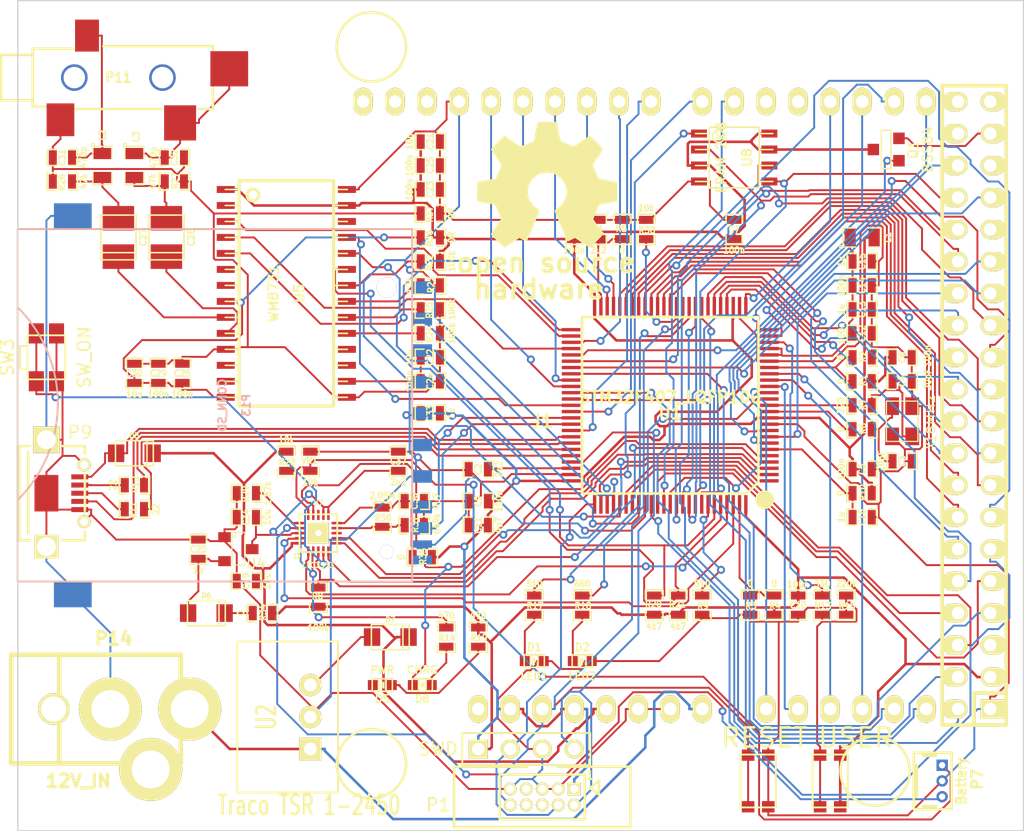
<source format=kicad_pcb>
(kicad_pcb (version 20171130) (host pcbnew 5.1.12-84ad8e8a86~92~ubuntu20.04.1)
  (layers (0 F.Cu signal) (31 B.Cu signal) (34 B.Paste user hide) (35 F.Paste user hide) (36 B.SilkS user hide) (37 F.SilkS user hide) (38 B.Mask user hide) (39 F.Mask user hide) (44 Edge.Cuts user))
  (net 0 "")
  (net 1 +12V)
  (net 2 +5V)
  (net 3 /CPU/PB2)
  (net 4 /CPU/VBAT)
  (net 5 /CPU/VDDA)
  (net 6 /LCD/LED_A)
  (net 7 /Power/BAT_THERMISTOR)
  (net 8 /Power/V_BAT)
  (net 9 /Power/V_OUT)
  (net 10 AGND_AUDIO)
  (net 11 AUDIO_SCL)
  (net 12 AUDIO_SDA)
  (net 13 AVDD)
  (net 14 BOOT0)
  (net 15 BTN_USER)
  (net 16 BUCK_ON)
  (net 17 D0)
  (net 18 D1)
  (net 19 D10)
  (net 20 D11)
  (net 21 D12)
  (net 22 D13)
  (net 23 D14)
  (net 24 D15)
  (net 25 D2)
  (net 26 D3)
  (net 27 D4)
  (net 28 D5)
  (net 29 D6)
  (net 30 D7)
  (net 31 D8)
  (net 32 D9)
  (net 33 GND)
  (net 34 HPWR)
  (net 35 I2S_MCK)
  (net 36 I2S_SCK)
  (net 37 I2S_SD)
  (net 38 I2S_WS)
  (net 39 JTCK_SWCLK)
  (net 40 JTMS_SWDIO)
  (net 41 LCD_CS)
  (net 42 LCD_RD)
  (net 43 LCD_RS)
  (net 44 LCD_RST)
  (net 45 LCD_WR)
  (net 46 LDO_ON)
  (net 47 LED1)
  (net 48 LED2)
  (net 49 LED_PWM)
  (net 50 N-000001)
  (net 51 N-00000104)
  (net 52 N-00000105)
  (net 53 N-00000106)
  (net 54 N-00000107)
  (net 55 N-00000108)
  (net 56 N-00000109)
  (net 57 N-00000110)
  (net 58 N-00000116)
  (net 59 N-00000122)
  (net 60 N-00000123)
  (net 61 N-00000124)
  (net 62 N-00000125)
  (net 63 N-00000126)
  (net 64 N-00000127)
  (net 65 N-00000128)
  (net 66 N-00000130)
  (net 67 N-00000131)
  (net 68 N-00000132)
  (net 69 N-00000133)
  (net 70 N-00000137)
  (net 71 N-00000139)
  (net 72 N-00000140)
  (net 73 N-00000144)
  (net 74 N-00000145)
  (net 75 N-00000146)
  (net 76 N-00000147)
  (net 77 N-00000148)
  (net 78 N-000002)
  (net 79 N-0000028)
  (net 80 N-0000029)
  (net 81 N-0000030)
  (net 82 N-0000031)
  (net 83 N-0000032)
  (net 84 N-0000033)
  (net 85 NRST)
  (net 86 OTG_FS_DM)
  (net 87 OTG_FS_DP)
  (net 88 OTG_FS_ID)
  (net 89 PA2)
  (net 90 PA3)
  (net 91 PA8)
  (net 92 PB10)
  (net 93 PB11)
  (net 94 PB14)
  (net 95 PBSTAT)
  (net 96 PC0)
  (net 97 PC1)
  (net 98 PC2)
  (net 99 PC3)
  (net 100 PC4)
  (net 101 PC5)
  (net 102 PC7)
  (net 103 PD12)
  (net 104 PD13)
  (net 105 PD6)
  (net 106 SDIO_CK)
  (net 107 SDIO_CMD)
  (net 108 SDIO_D0)
  (net 109 SDIO_D1)
  (net 110 SDIO_D2)
  (net 111 SDIO_D3)
  (net 112 SD_CARD_DET)
  (net 113 SD_SS)
  (net 114 SPI1_MISO)
  (net 115 SPI1_MOSI)
  (net 116 SPI1_SCK)
  (net 117 SPI1_SS)
  (net 118 SPI3_MISO)
  (net 119 SPI3_MOSI)
  (net 120 SPI3_SCK)
  (net 121 SPI3_SS)
  (net 122 STBY)
  (net 123 SUSP)
  (net 124 TP_INT)
  (net 125 UART1_RX)
  (net 126 UART1_TX)
  (net 127 VBUS_FS)
  (net 128 VDD)
  (net 129 nCHRG)
  (module XTAL-3.2x2.5mm (layer F.Cu) (at 145.415 128.27 270)
    (fp_text reference X1 (at 1.651 -2.286 270) (layer F.SilkS) (effects (font (size 0.8001 0.59944) (thickness 0.09906))))
    (fp_text value 8MHz (at -0.508 -2.286 270) (layer F.SilkS) (effects (font (size 0.59944 0.8001) (thickness 0.09906))))
    (pad 1 smd rect (at -1.2 0.8 270) (size 1.4 1.09982) (layers F.Cu F.Paste F.Mask) (net 79 N-0000028))
    (pad 3 smd rect (at 1.2 -0.8 270) (size 1.4 1.09982) (layers F.Cu F.Paste F.Mask) (net 80 N-0000029))
    (pad 2 smd rect (at 1.2 0.8 270) (size 1.4 1.09982) (layers F.Cu F.Paste F.Mask) (net 33 GND))
    (pad 4 smd rect (at -1.2 -0.8 270) (size 1.4 1.09982) (layers F.Cu F.Paste F.Mask) (net 33 GND))
  )
  (module USB_MICRO_RMC (layer F.Cu) (at 77.47 133.985)
    (fp_text reference P9 (at 2.667 -4.826) (layer F.SilkS) (effects (font (size 1.016 1.016) (thickness 0.127))))
    (fp_text value USBCONN-HOSTCAPABLE (at -13.97 0) (layer F.SilkS) (effects (font (size 1.016 1.016) (thickness 0.127))))
    (pad 5 smd rect (at 0 0) (size 1.89992 2.90068) (layers F.Cu F.Paste F.Mask) (net 33 GND))
    (pad 5 thru_hole rect (at 0 -4.24942) (size 2.10058 2.10058) (drill 1.50114) (layers *.Cu *.Mask F.SilkS) (net 33 GND))
    (pad 5 thru_hole rect (at 0 4.24942) (size 1.89992 1.89992) (drill 1.50114) (layers *.Cu *.Mask F.SilkS) (net 33 GND))
    (pad 5 thru_hole circle (at 2.99974 2.25044) (size 1.04902 1.04902) (drill 0.65024) (layers *.Cu *.Mask F.SilkS) (net 33 GND))
    (pad 5 thru_hole circle (at 2.99974 -2.25044) (size 1.04902 1.04902) (drill 0.65024) (layers *.Cu *.Mask F.SilkS) (net 33 GND))
    (pad 3 smd rect (at 2.64922 0) (size 1.34874 0.39878) (layers F.Cu F.Paste F.Mask) (net 74 N-00000145))
    (pad 6 smd rect (at 2.64922 0.65024) (size 1.34874 0.39878) (layers F.Cu F.Paste F.Mask) (net 88 OTG_FS_ID))
    (pad 4 smd rect (at 2.64922 1.30048) (size 1.34874 0.39878) (layers F.Cu F.Paste F.Mask) (net 33 GND))
    (pad 2 smd rect (at 2.64922 -0.65024) (size 1.34874 0.39878) (layers F.Cu F.Paste F.Mask) (net 73 N-00000144))
    (pad 1 smd rect (at 2.64922 -1.30048) (size 1.34874 0.39878) (layers F.Cu F.Paste F.Mask) (net 127 VBUS_FS))
  )
  (module SW_C&K_KMR4 (layer F.Cu) (at 139.7 156.845 270)
    (fp_text reference SW1 hide)
    (fp_text value USER (at -3.429 -2.032) (layer F.SilkS) (effects (font (size 1.524 1.524) (thickness 0.2032))))
    (pad 1 smd rect (at 2.05 -0.8 270) (size 0.9 1) (layers F.Cu F.Paste F.Mask) (net 128 VDD))
    (pad 2 smd rect (at 2.05 0.8 270) (size 0.9 1) (layers F.Cu F.Paste F.Mask) (net 75 N-00000146))
    (pad 1 smd rect (at -2.05 -0.8 270) (size 0.9 1) (layers F.Cu F.Paste F.Mask) (net 128 VDD))
    (pad 2 smd rect (at -2.05 0.8 270) (size 0.9 1) (layers F.Cu F.Paste F.Mask) (net 75 N-00000146))
  )
  (module SW_C&K_KMR4 (layer F.Cu) (at 133.985 156.845 90)
    (fp_text reference SW2 hide)
    (fp_text value RESET (at 3.429 0.508 180) (layer F.SilkS) (effects (font (size 1.524 1.524) (thickness 0.2032))))
    (pad 1 smd rect (at 2.05 -0.8 90) (size 0.9 1) (layers F.Cu F.Paste F.Mask) (net 85 NRST))
    (pad 2 smd rect (at 2.05 0.8 90) (size 0.9 1) (layers F.Cu F.Paste F.Mask) (net 33 GND))
    (pad 1 smd rect (at -2.05 -0.8 90) (size 0.9 1) (layers F.Cu F.Paste F.Mask) (net 85 NRST))
    (pad 2 smd rect (at -2.05 0.8 90) (size 0.9 1) (layers F.Cu F.Paste F.Mask) (net 33 GND))
  )
  (module soic-28 (layer F.Cu) (at 96.52 118.11 270)
    (fp_text reference U5 (at 0 -1.016 270) (layer F.SilkS) (effects (font (size 0.7493 0.7493) (thickness 0.14986))))
    (fp_text value WM8731 (at 0 1.016 270) (layer F.SilkS) (effects (font (size 0.7493 0.7493) (thickness 0.14986))))
    (pad 1 smd rect (at -8.255 4.81076 270) (size 0.55118 1.43002) (layers F.Cu F.Paste F.Mask) (net 128 VDD))
    (pad 2 smd rect (at -6.985 4.81076 270) (size 0.55118 1.43002) (layers F.Cu F.Paste F.Mask))
    (pad 3 smd rect (at -5.715 4.81076 270) (size 0.55118 1.43002) (layers F.Cu F.Paste F.Mask) (net 36 I2S_SCK))
    (pad 4 smd rect (at -4.445 4.81076 270) (size 0.55118 1.43002) (layers F.Cu F.Paste F.Mask) (net 37 I2S_SD))
    (pad 5 smd rect (at -3.175 4.81076 270) (size 0.55118 1.43002) (layers F.Cu F.Paste F.Mask) (net 38 I2S_WS))
    (pad 6 smd rect (at -1.905 4.81076 270) (size 0.55118 1.43002) (layers F.Cu F.Paste F.Mask))
    (pad 7 smd rect (at -0.635 4.81076 270) (size 0.55118 1.43002) (layers F.Cu F.Paste F.Mask))
    (pad 8 smd rect (at 0.635 4.81076 270) (size 0.55118 1.43002) (layers F.Cu F.Paste F.Mask) (net 13 AVDD))
    (pad 9 smd rect (at 1.905 4.81076 270) (size 0.55118 1.43002) (layers F.Cu F.Paste F.Mask) (net 53 N-00000106))
    (pad 10 smd rect (at 3.175 4.81076 270) (size 0.55118 1.43002) (layers F.Cu F.Paste F.Mask) (net 52 N-00000105))
    (pad 11 smd rect (at 4.445 4.81076 270) (size 0.55118 1.43002) (layers F.Cu F.Paste F.Mask) (net 10 AGND_AUDIO))
    (pad 12 smd rect (at 5.715 4.81076 270) (size 0.55118 1.43002) (layers F.Cu F.Paste F.Mask))
    (pad 13 smd rect (at 6.985 4.81076 270) (size 0.55118 1.43002) (layers F.Cu F.Paste F.Mask))
    (pad 14 smd rect (at 8.255 4.81076 270) (size 0.55118 1.43002) (layers F.Cu F.Paste F.Mask) (net 13 AVDD))
    (pad 15 smd rect (at 8.255 -4.81076 270) (size 0.55118 1.43002) (layers F.Cu F.Paste F.Mask) (net 10 AGND_AUDIO))
    (pad 16 smd rect (at 6.985 -4.81076 270) (size 0.55118 1.43002) (layers F.Cu F.Paste F.Mask) (net 59 N-00000122))
    (pad 17 smd rect (at 5.715 -4.81076 270) (size 0.55118 1.43002) (layers F.Cu F.Paste F.Mask))
    (pad 18 smd rect (at 4.445 -4.81076 270) (size 0.55118 1.43002) (layers F.Cu F.Paste F.Mask))
    (pad 19 smd rect (at 3.175 -4.81076 270) (size 0.55118 1.43002) (layers F.Cu F.Paste F.Mask) (net 54 N-00000107))
    (pad 20 smd rect (at 1.905 -4.81076 270) (size 0.55118 1.43002) (layers F.Cu F.Paste F.Mask) (net 55 N-00000108))
    (pad 21 smd rect (at 0.635 -4.81076 270) (size 0.55118 1.43002) (layers F.Cu F.Paste F.Mask) (net 60 N-00000123))
    (pad 22 smd rect (at -0.635 -4.81076 270) (size 0.55118 1.43002) (layers F.Cu F.Paste F.Mask) (net 61 N-00000124))
    (pad 23 smd rect (at -1.905 -4.81076 270) (size 0.55118 1.43002) (layers F.Cu F.Paste F.Mask) (net 12 AUDIO_SDA))
    (pad 24 smd rect (at -3.175 -4.81076 270) (size 0.55118 1.43002) (layers F.Cu F.Paste F.Mask) (net 11 AUDIO_SCL))
    (pad 25 smd rect (at -4.445 -4.81076 270) (size 0.55118 1.43002) (layers F.Cu F.Paste F.Mask) (net 35 I2S_MCK))
    (pad 26 smd rect (at -5.715 -4.81076 270) (size 0.55118 1.43002) (layers F.Cu F.Paste F.Mask))
    (pad 27 smd rect (at -6.985 -4.81076 270) (size 0.55118 1.43002) (layers F.Cu F.Paste F.Mask) (net 128 VDD))
    (pad 28 smd rect (at -8.255 -4.81076 270) (size 0.55118 1.43002) (layers F.Cu F.Paste F.Mask) (net 33 GND))
  )
  (module SM0805 (layer F.Cu) (at 84.455 107.95 270)
    (fp_text reference L3 (at -2.286 -0.127 270) (layer F.SilkS) (effects (font (size 0.50038 0.50038) (thickness 0.10922))))
    (fp_text value INDUCTOR_SMALL hide)
    (pad 1 smd rect (at -0.9525 0 270) (size 0.889 1.397) (layers F.Cu F.Paste F.Mask) (net 58 N-00000116))
    (pad 2 smd rect (at 0.9525 0 270) (size 0.889 1.397) (layers F.Cu F.Paste F.Mask) (net 56 N-00000109))
  )
  (module SM0805 (layer F.Cu) (at 81.915 107.95 270)
    (fp_text reference L2 (at -2.413 0 270) (layer F.SilkS) (effects (font (size 0.50038 0.50038) (thickness 0.10922))))
    (fp_text value INDUCTOR_SMALL hide)
    (pad 1 smd rect (at -0.9525 0 270) (size 0.889 1.397) (layers F.Cu F.Paste F.Mask) (net 51 N-00000104))
    (pad 2 smd rect (at 0.9525 0 270) (size 0.889 1.397) (layers F.Cu F.Paste F.Mask) (net 57 N-00000110))
  )
  (module SM0805 (layer F.Cu) (at 142.24 113.665)
    (fp_text reference L1 (at 2.032 0 90) (layer F.SilkS) (effects (font (size 0.50038 0.50038) (thickness 0.10922))))
    (fp_text value L_MINI hide)
    (pad 1 smd rect (at -0.9525 0) (size 0.889 1.397) (layers F.Cu F.Paste F.Mask) (net 5 /CPU/VDDA))
    (pad 2 smd rect (at 0.9525 0) (size 0.889 1.397) (layers F.Cu F.Paste F.Mask) (net 128 VDD))
  )
  (module SM0603_Resistor (layer F.Cu) (at 123.19 113.03 90)
    (fp_text reference R5 (at 0.0635 -0.0635 180) (layer F.SilkS) (effects (font (size 0.50038 0.4572) (thickness 0.1143))))
    (fp_text value 0 (at -1.69926 0 180) (layer F.SilkS) (effects (font (size 0.508 0.4572) (thickness 0.1143))))
    (pad 1 smd rect (at -0.762 0 90) (size 0.635 1.143) (layers F.Cu F.Paste F.Mask) (net 84 N-0000033))
    (pad 2 smd rect (at 0.762 0 90) (size 0.635 1.143) (layers F.Cu F.Paste F.Mask) (net 33 GND))
  )
  (module SM0603_Resistor (layer F.Cu) (at 142.24 123.19)
    (fp_text reference R2 (at 0.0635 -0.0635 90) (layer F.SilkS) (effects (font (size 0.50038 0.4572) (thickness 0.1143))))
    (fp_text value 0 (at -1.69926 0 90) (layer F.SilkS) (effects (font (size 0.508 0.4572) (thickness 0.1143))))
    (pad 1 smd rect (at -0.762 0) (size 0.635 1.143) (layers F.Cu F.Paste F.Mask) (net 82 N-0000031))
    (pad 2 smd rect (at 0.762 0) (size 0.635 1.143) (layers F.Cu F.Paste F.Mask) (net 33 GND))
  )
  (module SM0603_Resistor (layer F.Cu) (at 142.24 125.095)
    (fp_text reference R1 (at 0.0635 -0.0635 90) (layer F.SilkS) (effects (font (size 0.50038 0.4572) (thickness 0.1143))))
    (fp_text value 0 (at -1.69926 0 90) (layer F.SilkS) (effects (font (size 0.508 0.4572) (thickness 0.1143))))
    (pad 1 smd rect (at -0.762 0) (size 0.635 1.143) (layers F.Cu F.Paste F.Mask) (net 82 N-0000031))
    (pad 2 smd rect (at 0.762 0) (size 0.635 1.143) (layers F.Cu F.Paste F.Mask) (net 128 VDD))
  )
  (module SM0603_Resistor (layer F.Cu) (at 133.35 142.875 270)
    (fp_text reference R3 (at 0.0635 -0.0635) (layer F.SilkS) (effects (font (size 0.50038 0.4572) (thickness 0.1143))))
    (fp_text value 0 (at -1.69926 0) (layer F.SilkS) (effects (font (size 0.508 0.4572) (thickness 0.1143))))
    (pad 1 smd rect (at -0.762 0 270) (size 0.635 1.143) (layers F.Cu F.Paste F.Mask) (net 81 N-0000030))
    (pad 2 smd rect (at 0.762 0 270) (size 0.635 1.143) (layers F.Cu F.Paste F.Mask) (net 33 GND))
  )
  (module SM0603_Resistor (layer F.Cu) (at 84.455 133.35)
    (fp_text reference R12 (at 0.0635 -0.0635 90) (layer F.SilkS) (effects (font (size 0.50038 0.4572) (thickness 0.1143))))
    (fp_text value 22 (at -1.69926 0 90) (layer F.SilkS) (effects (font (size 0.508 0.4572) (thickness 0.1143))))
    (pad 1 smd rect (at -0.762 0) (size 0.635 1.143) (layers F.Cu F.Paste F.Mask) (net 73 N-00000144))
    (pad 2 smd rect (at 0.762 0) (size 0.635 1.143) (layers F.Cu F.Paste F.Mask) (net 86 OTG_FS_DM))
  )
  (module SM0603_Resistor (layer F.Cu) (at 135.255 142.875 270)
    (fp_text reference R4 (at 0.0635 -0.0635) (layer F.SilkS) (effects (font (size 0.50038 0.4572) (thickness 0.1143))))
    (fp_text value 0 (at -1.69926 0) (layer F.SilkS) (effects (font (size 0.508 0.4572) (thickness 0.1143))))
    (pad 1 smd rect (at -0.762 0 270) (size 0.635 1.143) (layers F.Cu F.Paste F.Mask) (net 81 N-0000030))
    (pad 2 smd rect (at 0.762 0 270) (size 0.635 1.143) (layers F.Cu F.Paste F.Mask) (net 128 VDD))
  )
  (module SM0603_Resistor (layer F.Cu) (at 84.455 135.255 180)
    (fp_text reference R11 (at 0.0635 -0.0635 270) (layer F.SilkS) (effects (font (size 0.50038 0.4572) (thickness 0.1143))))
    (fp_text value 22 (at -1.69926 0 270) (layer F.SilkS) (effects (font (size 0.508 0.4572) (thickness 0.1143))))
    (pad 1 smd rect (at -0.762 0 180) (size 0.635 1.143) (layers F.Cu F.Paste F.Mask) (net 87 OTG_FS_DP))
    (pad 2 smd rect (at 0.762 0 180) (size 0.635 1.143) (layers F.Cu F.Paste F.Mask) (net 74 N-00000145))
  )
  (module SM0603_Resistor (layer F.Cu) (at 140.97 142.875 270)
    (fp_text reference R15 (at 0.0635 -0.0635) (layer F.SilkS) (effects (font (size 0.50038 0.4572) (thickness 0.1143))))
    (fp_text value 220k (at -1.69926 0) (layer F.SilkS) (effects (font (size 0.508 0.4572) (thickness 0.1143))))
    (pad 1 smd rect (at -0.762 0 270) (size 0.635 1.143) (layers F.Cu F.Paste F.Mask) (net 75 N-00000146))
    (pad 2 smd rect (at 0.762 0 270) (size 0.635 1.143) (layers F.Cu F.Paste F.Mask) (net 33 GND))
  )
  (module SM0603_Resistor (layer F.Cu) (at 139.065 142.875 270)
    (fp_text reference R13 (at 0.0635 -0.0635) (layer F.SilkS) (effects (font (size 0.50038 0.4572) (thickness 0.1143))))
    (fp_text value 330 (at -1.69926 0) (layer F.SilkS) (effects (font (size 0.508 0.4572) (thickness 0.1143))))
    (pad 1 smd rect (at -0.762 0 270) (size 0.635 1.143) (layers F.Cu F.Paste F.Mask) (net 15 BTN_USER))
    (pad 2 smd rect (at 0.762 0 270) (size 0.635 1.143) (layers F.Cu F.Paste F.Mask) (net 75 N-00000146))
  )
  (module SM0603_Resistor (layer F.Cu) (at 116.205 142.875 270)
    (fp_text reference R17 (at 0.0635 -0.0635) (layer F.SilkS) (effects (font (size 0.50038 0.4572) (thickness 0.1143))))
    (fp_text value 510 (at -1.69926 0) (layer F.SilkS) (effects (font (size 0.508 0.4572) (thickness 0.1143))))
    (pad 1 smd rect (at -0.762 0 270) (size 0.635 1.143) (layers F.Cu F.Paste F.Mask) (net 47 LED1))
    (pad 2 smd rect (at 0.762 0 270) (size 0.635 1.143) (layers F.Cu F.Paste F.Mask) (net 76 N-00000147))
  )
  (module SM0603_Resistor (layer F.Cu) (at 120.015 142.875 270)
    (fp_text reference R18 (at 0.0635 -0.0635) (layer F.SilkS) (effects (font (size 0.50038 0.4572) (thickness 0.1143))))
    (fp_text value 680 (at -1.69926 0) (layer F.SilkS) (effects (font (size 0.508 0.4572) (thickness 0.1143))))
    (pad 1 smd rect (at -0.762 0 270) (size 0.635 1.143) (layers F.Cu F.Paste F.Mask) (net 48 LED2))
    (pad 2 smd rect (at 0.762 0 270) (size 0.635 1.143) (layers F.Cu F.Paste F.Mask) (net 77 N-00000148))
  )
  (module SM0603_Resistor (layer F.Cu) (at 111.76 145.415 270)
    (fp_text reference R19 (at 0.0635 -0.0635) (layer F.SilkS) (effects (font (size 0.50038 0.4572) (thickness 0.1143))))
    (fp_text value 470 (at -1.69926 0) (layer F.SilkS) (effects (font (size 0.508 0.4572) (thickness 0.1143))))
    (pad 1 smd rect (at -0.762 0 270) (size 0.635 1.143) (layers F.Cu F.Paste F.Mask) (net 128 VDD))
    (pad 2 smd rect (at 0.762 0 270) (size 0.635 1.143) (layers F.Cu F.Paste F.Mask) (net 62 N-00000125))
  )
  (module SM0603_Resistor (layer F.Cu) (at 87.63 109.22)
    (fp_text reference R27 (at 0.0635 -0.0635 90) (layer F.SilkS) (effects (font (size 0.50038 0.4572) (thickness 0.1143))))
    (fp_text value 47k (at -1.69926 0 90) (layer F.SilkS) (effects (font (size 0.508 0.4572) (thickness 0.1143))))
    (pad 1 smd rect (at -0.762 0) (size 0.635 1.143) (layers F.Cu F.Paste F.Mask) (net 56 N-00000109))
    (pad 2 smd rect (at 0.762 0) (size 0.635 1.143) (layers F.Cu F.Paste F.Mask) (net 10 AGND_AUDIO))
  )
  (module SM0603_Resistor (layer F.Cu) (at 142.24 127)
    (fp_text reference R7 (at 0.0635 -0.0635 90) (layer F.SilkS) (effects (font (size 0.50038 0.4572) (thickness 0.1143))))
    (fp_text value 220 (at -1.69926 0 90) (layer F.SilkS) (effects (font (size 0.508 0.4572) (thickness 0.1143))))
    (pad 1 smd rect (at -0.762 0) (size 0.635 1.143) (layers F.Cu F.Paste F.Mask) (net 50 N-000001))
    (pad 2 smd rect (at 0.762 0) (size 0.635 1.143) (layers F.Cu F.Paste F.Mask) (net 80 N-0000029))
  )
  (module SM0603_Resistor (layer F.Cu) (at 142.24 128.905)
    (fp_text reference R6 (at 0.0635 -0.0635 90) (layer F.SilkS) (effects (font (size 0.50038 0.4572) (thickness 0.1143))))
    (fp_text value 0 (at -1.69926 0 90) (layer F.SilkS) (effects (font (size 0.508 0.4572) (thickness 0.1143))))
    (pad 1 smd rect (at -0.762 0) (size 0.635 1.143) (layers F.Cu F.Paste F.Mask) (net 78 N-000002))
    (pad 2 smd rect (at 0.762 0) (size 0.635 1.143) (layers F.Cu F.Paste F.Mask) (net 79 N-0000028))
  )
  (module SM0603_Resistor (layer F.Cu) (at 107.95 119.38 180)
    (fp_text reference R25 (at 0.0635 -0.0635 270) (layer F.SilkS) (effects (font (size 0.50038 0.4572) (thickness 0.1143))))
    (fp_text value 100k (at -1.69926 0 270) (layer F.SilkS) (effects (font (size 0.508 0.4572) (thickness 0.1143))))
    (pad 1 smd rect (at -0.762 0 180) (size 0.635 1.143) (layers F.Cu F.Paste F.Mask) (net 10 AGND_AUDIO))
    (pad 2 smd rect (at 0.762 0 180) (size 0.635 1.143) (layers F.Cu F.Paste F.Mask) (net 55 N-00000108))
  )
  (module SM0603_Resistor (layer F.Cu) (at 107.95 121.285 180)
    (fp_text reference R24 (at 0.0635 -0.0635 270) (layer F.SilkS) (effects (font (size 0.50038 0.4572) (thickness 0.1143))))
    (fp_text value 100k (at -1.69926 0 270) (layer F.SilkS) (effects (font (size 0.508 0.4572) (thickness 0.1143))))
    (pad 1 smd rect (at -0.762 0 180) (size 0.635 1.143) (layers F.Cu F.Paste F.Mask) (net 10 AGND_AUDIO))
    (pad 2 smd rect (at 0.762 0 180) (size 0.635 1.143) (layers F.Cu F.Paste F.Mask) (net 54 N-00000107))
  )
  (module SM0603_Resistor (layer F.Cu) (at 78.74 109.22 180)
    (fp_text reference R26 (at 0.0635 -0.0635 270) (layer F.SilkS) (effects (font (size 0.50038 0.4572) (thickness 0.1143))))
    (fp_text value 47k (at -1.69926 0 270) (layer F.SilkS) (effects (font (size 0.508 0.4572) (thickness 0.1143))))
    (pad 1 smd rect (at -0.762 0 180) (size 0.635 1.143) (layers F.Cu F.Paste F.Mask) (net 57 N-00000110))
    (pad 2 smd rect (at 0.762 0 180) (size 0.635 1.143) (layers F.Cu F.Paste F.Mask) (net 10 AGND_AUDIO))
  )
  (module SM0603_Resistor (layer F.Cu) (at 142.24 133.985)
    (fp_text reference R10 (at 0.0635 -0.0635 90) (layer F.SilkS) (effects (font (size 0.50038 0.4572) (thickness 0.1143))))
    (fp_text value 0 (at -1.69926 0 90) (layer F.SilkS) (effects (font (size 0.508 0.4572) (thickness 0.1143))))
    (pad 1 smd rect (at -0.762 0) (size 0.635 1.143) (layers F.Cu F.Paste F.Mask) (net 4 /CPU/VBAT))
    (pad 2 smd rect (at 0.762 0) (size 0.635 1.143) (layers F.Cu F.Paste F.Mask) (net 128 VDD))
  )
  (module SM0603_Resistor (layer F.Cu) (at 129.54 142.875 270)
    (fp_text reference R9 (at 0.0635 -0.0635) (layer F.SilkS) (effects (font (size 0.50038 0.4572) (thickness 0.1143))))
    (fp_text value 510 (at -1.69926 0) (layer F.SilkS) (effects (font (size 0.508 0.4572) (thickness 0.1143))))
    (pad 1 smd rect (at -0.762 0 270) (size 0.635 1.143) (layers F.Cu F.Paste F.Mask) (net 14 BOOT0))
    (pad 2 smd rect (at 0.762 0 270) (size 0.635 1.143) (layers F.Cu F.Paste F.Mask) (net 33 GND))
  )
  (module SM0603_Resistor (layer F.Cu) (at 107.95 115.57 180)
    (fp_text reference R22 (at 0.0635 -0.0635 270) (layer F.SilkS) (effects (font (size 0.50038 0.4572) (thickness 0.1143))))
    (fp_text value 100k (at -1.69926 0 270) (layer F.SilkS) (effects (font (size 0.508 0.4572) (thickness 0.1143))))
    (pad 1 smd rect (at -0.762 0 180) (size 0.635 1.143) (layers F.Cu F.Paste F.Mask) (net 128 VDD))
    (pad 2 smd rect (at 0.762 0 180) (size 0.635 1.143) (layers F.Cu F.Paste F.Mask) (net 61 N-00000124))
  )
  (module SM0603_Resistor (layer F.Cu) (at 127.635 142.875 90)
    (fp_text reference R21 (at 0.0635 -0.0635 180) (layer F.SilkS) (effects (font (size 0.50038 0.4572) (thickness 0.1143))))
    (fp_text value 4k7 (at -1.69926 0 180) (layer F.SilkS) (effects (font (size 0.508 0.4572) (thickness 0.1143))))
    (pad 1 smd rect (at -0.762 0 90) (size 0.635 1.143) (layers F.Cu F.Paste F.Mask) (net 128 VDD))
    (pad 2 smd rect (at 0.762 0 90) (size 0.635 1.143) (layers F.Cu F.Paste F.Mask) (net 12 AUDIO_SDA))
  )
  (module SM0603_Resistor (layer F.Cu) (at 107.95 117.475)
    (fp_text reference R23 (at 0.0635 -0.0635 90) (layer F.SilkS) (effects (font (size 0.50038 0.4572) (thickness 0.1143))))
    (fp_text value 10k (at -1.69926 0 90) (layer F.SilkS) (effects (font (size 0.508 0.4572) (thickness 0.1143))))
    (pad 1 smd rect (at -0.762 0) (size 0.635 1.143) (layers F.Cu F.Paste F.Mask) (net 60 N-00000123))
    (pad 2 smd rect (at 0.762 0) (size 0.635 1.143) (layers F.Cu F.Paste F.Mask) (net 33 GND))
  )
  (module SM0603_Resistor (layer F.Cu) (at 125.73 142.875 90)
    (fp_text reference R20 (at 0.0635 -0.0635 180) (layer F.SilkS) (effects (font (size 0.50038 0.4572) (thickness 0.1143))))
    (fp_text value 4k7 (at -1.69926 0 180) (layer F.SilkS) (effects (font (size 0.508 0.4572) (thickness 0.1143))))
    (pad 1 smd rect (at -0.762 0 90) (size 0.635 1.143) (layers F.Cu F.Paste F.Mask) (net 128 VDD))
    (pad 2 smd rect (at 0.762 0 90) (size 0.635 1.143) (layers F.Cu F.Paste F.Mask) (net 11 AUDIO_SCL))
  )
  (module SM0603_Capa (layer F.Cu) (at 107.95 127.635 180)
    (fp_text reference C33 (at 0 0 270) (layer F.SilkS) (effects (font (size 0.508 0.4572) (thickness 0.1143))))
    (fp_text value 1u (at -1.651 0 270) (layer F.SilkS) (effects (font (size 0.508 0.4572) (thickness 0.1143))))
    (pad 1 smd rect (at -0.762 0 180) (size 0.635 1.143) (layers F.Cu F.Paste F.Mask) (net 128 VDD))
    (pad 2 smd rect (at 0.762 0 180) (size 0.635 1.143) (layers F.Cu F.Paste F.Mask) (net 33 GND))
  )
  (module SM0603_Capa (layer F.Cu) (at 93.345 140.97 180)
    (fp_text reference C19 (at 0 0 270) (layer F.SilkS) (effects (font (size 0.508 0.4572) (thickness 0.1143))))
    (fp_text value 10u (at -1.651 0 270) (layer F.SilkS) (effects (font (size 0.508 0.4572) (thickness 0.1143))))
    (pad 1 smd rect (at -0.762 0 180) (size 0.635 1.143) (layers F.Cu F.Paste F.Mask) (net 2 +5V))
    (pad 2 smd rect (at 0.762 0 180) (size 0.635 1.143) (layers F.Cu F.Paste F.Mask) (net 33 GND))
  )
  (module SM0603_Capa (layer F.Cu) (at 93.345 135.89 180)
    (fp_text reference C34 (at 0 0 270) (layer F.SilkS) (effects (font (size 0.508 0.4572) (thickness 0.1143))))
    (fp_text value 10u (at -1.651 0 270) (layer F.SilkS) (effects (font (size 0.508 0.4572) (thickness 0.1143))))
    (pad 1 smd rect (at -0.762 0 180) (size 0.635 1.143) (layers F.Cu F.Paste F.Mask) (net 9 /Power/V_OUT))
    (pad 2 smd rect (at 0.762 0 180) (size 0.635 1.143) (layers F.Cu F.Paste F.Mask) (net 33 GND))
  )
  (module SM0603_Capa (layer F.Cu) (at 105.41 131.445 90)
    (fp_text reference C37 (at 0 0 180) (layer F.SilkS) (effects (font (size 0.508 0.4572) (thickness 0.1143))))
    (fp_text value 2u2 (at -1.651 0 180) (layer F.SilkS) (effects (font (size 0.508 0.4572) (thickness 0.1143))))
    (pad 1 smd rect (at -0.762 0 90) (size 0.635 1.143) (layers F.Cu F.Paste F.Mask) (net 9 /Power/V_OUT))
    (pad 2 smd rect (at 0.762 0 90) (size 0.635 1.143) (layers F.Cu F.Paste F.Mask) (net 33 GND))
  )
  (module SM0603_Capa (layer F.Cu) (at 87.63 107.315)
    (fp_text reference C32 (at 0 0 90) (layer F.SilkS) (effects (font (size 0.508 0.4572) (thickness 0.1143))))
    (fp_text value 470p (at -1.651 0 90) (layer F.SilkS) (effects (font (size 0.508 0.4572) (thickness 0.1143))))
    (pad 1 smd rect (at -0.762 0) (size 0.635 1.143) (layers F.Cu F.Paste F.Mask) (net 58 N-00000116))
    (pad 2 smd rect (at 0.762 0) (size 0.635 1.143) (layers F.Cu F.Paste F.Mask) (net 10 AGND_AUDIO))
  )
  (module SM0603_Capa (layer F.Cu) (at 106.68 134.62)
    (fp_text reference C36 (at 0 0 90) (layer F.SilkS) (effects (font (size 0.508 0.4572) (thickness 0.1143))))
    (fp_text value 4u7 (at 1.778 0 90) (layer F.SilkS) (effects (font (size 0.508 0.4572) (thickness 0.1143))))
    (pad 1 smd rect (at -0.762 0) (size 0.635 1.143) (layers F.Cu F.Paste F.Mask) (net 70 N-00000137))
    (pad 2 smd rect (at 0.762 0) (size 0.635 1.143) (layers F.Cu F.Paste F.Mask) (net 33 GND))
  )
  (module SM0603_Capa (layer F.Cu) (at 78.74 107.315 180)
    (fp_text reference C31 (at 0 0 270) (layer F.SilkS) (effects (font (size 0.508 0.4572) (thickness 0.1143))))
    (fp_text value 470p (at -1.651 0 270) (layer F.SilkS) (effects (font (size 0.508 0.4572) (thickness 0.1143))))
    (pad 1 smd rect (at -0.762 0 180) (size 0.635 1.143) (layers F.Cu F.Paste F.Mask) (net 51 N-00000104))
    (pad 2 smd rect (at 0.762 0 180) (size 0.635 1.143) (layers F.Cu F.Paste F.Mask) (net 10 AGND_AUDIO))
  )
  (module SM0603_Capa (layer F.Cu) (at 86.36 124.46 90)
    (fp_text reference C29 (at 0 0 180) (layer F.SilkS) (effects (font (size 0.508 0.4572) (thickness 0.1143))))
    (fp_text value 100n (at -1.651 0 180) (layer F.SilkS) (effects (font (size 0.508 0.4572) (thickness 0.1143))))
    (pad 1 smd rect (at -0.762 0 90) (size 0.635 1.143) (layers F.Cu F.Paste F.Mask) (net 13 AVDD))
    (pad 2 smd rect (at 0.762 0 90) (size 0.635 1.143) (layers F.Cu F.Paste F.Mask) (net 10 AGND_AUDIO))
  )
  (module SM0603_Capa (layer F.Cu) (at 107.95 106.045)
    (fp_text reference C21 (at 0 0 90) (layer F.SilkS) (effects (font (size 0.508 0.4572) (thickness 0.1143))))
    (fp_text value 10u (at -1.651 0 90) (layer F.SilkS) (effects (font (size 0.508 0.4572) (thickness 0.1143))))
    (pad 1 smd rect (at -0.762 0) (size 0.635 1.143) (layers F.Cu F.Paste F.Mask) (net 128 VDD))
    (pad 2 smd rect (at 0.762 0) (size 0.635 1.143) (layers F.Cu F.Paste F.Mask) (net 33 GND))
  )
  (module SM0603_Capa (layer F.Cu) (at 107.95 123.19)
    (fp_text reference C22 (at 0 0 90) (layer F.SilkS) (effects (font (size 0.508 0.4572) (thickness 0.1143))))
    (fp_text value 10u (at -1.651 0 90) (layer F.SilkS) (effects (font (size 0.508 0.4572) (thickness 0.1143))))
    (pad 1 smd rect (at -0.762 0) (size 0.635 1.143) (layers F.Cu F.Paste F.Mask) (net 59 N-00000122))
    (pad 2 smd rect (at 0.762 0) (size 0.635 1.143) (layers F.Cu F.Paste F.Mask) (net 10 AGND_AUDIO))
  )
  (module SM0603_Capa (layer F.Cu) (at 84.455 124.46 90)
    (fp_text reference C30 (at 0 0 180) (layer F.SilkS) (effects (font (size 0.508 0.4572) (thickness 0.1143))))
    (fp_text value 10u (at -1.651 0 180) (layer F.SilkS) (effects (font (size 0.508 0.4572) (thickness 0.1143))))
    (pad 1 smd rect (at -0.762 0 90) (size 0.635 1.143) (layers F.Cu F.Paste F.Mask) (net 13 AVDD))
    (pad 2 smd rect (at 0.762 0 90) (size 0.635 1.143) (layers F.Cu F.Paste F.Mask) (net 10 AGND_AUDIO))
  )
  (module SM0603_Capa (layer F.Cu) (at 107.95 109.855)
    (fp_text reference C23 (at 0 0 90) (layer F.SilkS) (effects (font (size 0.508 0.4572) (thickness 0.1143))))
    (fp_text value 100n (at -1.651 0 90) (layer F.SilkS) (effects (font (size 0.508 0.4572) (thickness 0.1143))))
    (pad 1 smd rect (at -0.762 0) (size 0.635 1.143) (layers F.Cu F.Paste F.Mask) (net 128 VDD))
    (pad 2 smd rect (at 0.762 0) (size 0.635 1.143) (layers F.Cu F.Paste F.Mask) (net 33 GND))
  )
  (module SM0603_Capa (layer F.Cu) (at 107.95 125.095)
    (fp_text reference C24 (at 0 0 90) (layer F.SilkS) (effects (font (size 0.508 0.4572) (thickness 0.1143))))
    (fp_text value 100n (at -1.651 0 90) (layer F.SilkS) (effects (font (size 0.508 0.4572) (thickness 0.1143))))
    (pad 1 smd rect (at -0.762 0) (size 0.635 1.143) (layers F.Cu F.Paste F.Mask) (net 59 N-00000122))
    (pad 2 smd rect (at 0.762 0) (size 0.635 1.143) (layers F.Cu F.Paste F.Mask) (net 10 AGND_AUDIO))
  )
  (module SM0603_Capa (layer F.Cu) (at 107.95 107.95)
    (fp_text reference C25 (at 0 0 90) (layer F.SilkS) (effects (font (size 0.508 0.4572) (thickness 0.1143))))
    (fp_text value 100n (at -1.651 0 90) (layer F.SilkS) (effects (font (size 0.508 0.4572) (thickness 0.1143))))
    (pad 1 smd rect (at -0.762 0) (size 0.635 1.143) (layers F.Cu F.Paste F.Mask) (net 128 VDD))
    (pad 2 smd rect (at 0.762 0) (size 0.635 1.143) (layers F.Cu F.Paste F.Mask) (net 33 GND))
  )
  (module SM0603_Capa (layer F.Cu) (at 88.265 124.46 90)
    (fp_text reference C26 (at 0 0 180) (layer F.SilkS) (effects (font (size 0.508 0.4572) (thickness 0.1143))))
    (fp_text value 100n (at -1.651 0 180) (layer F.SilkS) (effects (font (size 0.508 0.4572) (thickness 0.1143))))
    (pad 1 smd rect (at -0.762 0 90) (size 0.635 1.143) (layers F.Cu F.Paste F.Mask) (net 13 AVDD))
    (pad 2 smd rect (at 0.762 0 90) (size 0.635 1.143) (layers F.Cu F.Paste F.Mask) (net 10 AGND_AUDIO))
  )
  (module SM0603_Capa (layer F.Cu) (at 132.08 113.03 90)
    (fp_text reference C7 (at 0 0 180) (layer F.SilkS) (effects (font (size 0.508 0.4572) (thickness 0.1143))))
    (fp_text value 100n (at -1.651 0 180) (layer F.SilkS) (effects (font (size 0.508 0.4572) (thickness 0.1143))))
    (pad 1 smd rect (at -0.762 0 90) (size 0.635 1.143) (layers F.Cu F.Paste F.Mask) (net 128 VDD))
    (pad 2 smd rect (at 0.762 0 90) (size 0.635 1.143) (layers F.Cu F.Paste F.Mask) (net 33 GND))
  )
  (module SM0603_Capa (layer F.Cu) (at 142.24 115.57)
    (fp_text reference C15 (at 0 0 90) (layer F.SilkS) (effects (font (size 0.508 0.4572) (thickness 0.1143))))
    (fp_text value 1u (at -1.651 0 90) (layer F.SilkS) (effects (font (size 0.508 0.4572) (thickness 0.1143))))
    (pad 1 smd rect (at -0.762 0) (size 0.635 1.143) (layers F.Cu F.Paste F.Mask) (net 5 /CPU/VDDA))
    (pad 2 smd rect (at 0.762 0) (size 0.635 1.143) (layers F.Cu F.Paste F.Mask) (net 33 GND))
  )
  (module SM0603_Capa (layer F.Cu) (at 142.24 117.475)
    (fp_text reference C14 (at 0 0 90) (layer F.SilkS) (effects (font (size 0.508 0.4572) (thickness 0.1143))))
    (fp_text value 100n (at -1.651 0 90) (layer F.SilkS) (effects (font (size 0.508 0.4572) (thickness 0.1143))))
    (pad 1 smd rect (at -0.762 0) (size 0.635 1.143) (layers F.Cu F.Paste F.Mask) (net 5 /CPU/VDDA))
    (pad 2 smd rect (at 0.762 0) (size 0.635 1.143) (layers F.Cu F.Paste F.Mask) (net 33 GND))
  )
  (module SM0603_Capa (layer F.Cu) (at 111.76 136.525 180)
    (fp_text reference C11 (at 0 0 270) (layer F.SilkS) (effects (font (size 0.508 0.4572) (thickness 0.1143))))
    (fp_text value 4u7 (at -1.651 0 270) (layer F.SilkS) (effects (font (size 0.508 0.4572) (thickness 0.1143))))
    (pad 1 smd rect (at -0.762 0 180) (size 0.635 1.143) (layers F.Cu F.Paste F.Mask) (net 128 VDD))
    (pad 2 smd rect (at 0.762 0 180) (size 0.635 1.143) (layers F.Cu F.Paste F.Mask) (net 33 GND))
  )
  (module SM0603_Capa (layer F.Cu) (at 142.24 135.89)
    (fp_text reference C16 (at 0 0 90) (layer F.SilkS) (effects (font (size 0.508 0.4572) (thickness 0.1143))))
    (fp_text value 1u (at -1.651 0 90) (layer F.SilkS) (effects (font (size 0.508 0.4572) (thickness 0.1143))))
    (pad 1 smd rect (at -0.762 0) (size 0.635 1.143) (layers F.Cu F.Paste F.Mask) (net 4 /CPU/VBAT))
    (pad 2 smd rect (at 0.762 0) (size 0.635 1.143) (layers F.Cu F.Paste F.Mask) (net 33 GND))
  )
  (module SM0603_Capa (layer F.Cu) (at 142.24 119.38)
    (fp_text reference C13 (at 0 0 90) (layer F.SilkS) (effects (font (size 0.508 0.4572) (thickness 0.1143))))
    (fp_text value 1u (at -1.651 0 90) (layer F.SilkS) (effects (font (size 0.508 0.4572) (thickness 0.1143))))
    (pad 1 smd rect (at -0.762 0) (size 0.635 1.143) (layers F.Cu F.Paste F.Mask) (net 5 /CPU/VDDA))
    (pad 2 smd rect (at 0.762 0) (size 0.635 1.143) (layers F.Cu F.Paste F.Mask) (net 33 GND))
  )
  (module SM0603_Capa (layer F.Cu) (at 142.24 121.285)
    (fp_text reference C12 (at 0 0 90) (layer F.SilkS) (effects (font (size 0.508 0.4572) (thickness 0.1143))))
    (fp_text value 100n (at -1.651 0 90) (layer F.SilkS) (effects (font (size 0.508 0.4572) (thickness 0.1143))))
    (pad 1 smd rect (at -0.762 0) (size 0.635 1.143) (layers F.Cu F.Paste F.Mask) (net 5 /CPU/VDDA))
    (pad 2 smd rect (at 0.762 0) (size 0.635 1.143) (layers F.Cu F.Paste F.Mask) (net 33 GND))
  )
  (module SM0603_Capa (layer F.Cu) (at 137.16 142.875 270)
    (fp_text reference C10 (at 0 0) (layer F.SilkS) (effects (font (size 0.508 0.4572) (thickness 0.1143))))
    (fp_text value 100n (at -1.651 0) (layer F.SilkS) (effects (font (size 0.508 0.4572) (thickness 0.1143))))
    (pad 1 smd rect (at -0.762 0 270) (size 0.635 1.143) (layers F.Cu F.Paste F.Mask) (net 128 VDD))
    (pad 2 smd rect (at 0.762 0 270) (size 0.635 1.143) (layers F.Cu F.Paste F.Mask) (net 33 GND))
  )
  (module SM0603_Capa (layer F.Cu) (at 111.76 134.62 180)
    (fp_text reference C9 (at 0 0 270) (layer F.SilkS) (effects (font (size 0.508 0.4572) (thickness 0.1143))))
    (fp_text value 100n (at -1.651 0 270) (layer F.SilkS) (effects (font (size 0.508 0.4572) (thickness 0.1143))))
    (pad 1 smd rect (at -0.762 0 180) (size 0.635 1.143) (layers F.Cu F.Paste F.Mask) (net 128 VDD))
    (pad 2 smd rect (at 0.762 0 180) (size 0.635 1.143) (layers F.Cu F.Paste F.Mask) (net 33 GND))
  )
  (module SM0603_Capa (layer F.Cu) (at 119.38 113.03 90)
    (fp_text reference C8 (at 0 0 180) (layer F.SilkS) (effects (font (size 0.508 0.4572) (thickness 0.1143))))
    (fp_text value 100n (at -1.651 0 180) (layer F.SilkS) (effects (font (size 0.508 0.4572) (thickness 0.1143))))
    (pad 1 smd rect (at -0.762 0 90) (size 0.635 1.143) (layers F.Cu F.Paste F.Mask) (net 128 VDD))
    (pad 2 smd rect (at 0.762 0 90) (size 0.635 1.143) (layers F.Cu F.Paste F.Mask) (net 33 GND))
  )
  (module SM0603_Capa (layer F.Cu) (at 145.415 123.19)
    (fp_text reference C6 (at 0 0 90) (layer F.SilkS) (effects (font (size 0.508 0.4572) (thickness 0.1143))))
    (fp_text value 100n (at 2.032 -0.127 90) (layer F.SilkS) (effects (font (size 0.508 0.4572) (thickness 0.1143))))
    (pad 1 smd rect (at -0.762 0) (size 0.635 1.143) (layers F.Cu F.Paste F.Mask) (net 128 VDD))
    (pad 2 smd rect (at 0.762 0) (size 0.635 1.143) (layers F.Cu F.Paste F.Mask) (net 33 GND))
  )
  (module SM0603_Capa (layer F.Cu) (at 142.24 132.08)
    (fp_text reference C5 (at 0 0 90) (layer F.SilkS) (effects (font (size 0.508 0.4572) (thickness 0.1143))))
    (fp_text value 100n (at -1.651 0 90) (layer F.SilkS) (effects (font (size 0.508 0.4572) (thickness 0.1143))))
    (pad 1 smd rect (at -0.762 0) (size 0.635 1.143) (layers F.Cu F.Paste F.Mask) (net 128 VDD))
    (pad 2 smd rect (at 0.762 0) (size 0.635 1.143) (layers F.Cu F.Paste F.Mask) (net 33 GND))
  )
  (module SM0603_Capa (layer F.Cu) (at 111.76 132.08 180)
    (fp_text reference C2 (at 0 0 270) (layer F.SilkS) (effects (font (size 0.508 0.4572) (thickness 0.1143))))
    (fp_text value 2u2 (at -1.651 0 270) (layer F.SilkS) (effects (font (size 0.508 0.4572) (thickness 0.1143))))
    (pad 1 smd rect (at -0.762 0 180) (size 0.635 1.143) (layers F.Cu F.Paste F.Mask) (net 83 N-0000032))
    (pad 2 smd rect (at 0.762 0 180) (size 0.635 1.143) (layers F.Cu F.Paste F.Mask) (net 33 GND))
  )
  (module SM0603_Capa (layer F.Cu) (at 121.285 113.03 90)
    (fp_text reference C1 (at 0 0 180) (layer F.SilkS) (effects (font (size 0.508 0.4572) (thickness 0.1143))))
    (fp_text value 2u2 (at -1.651 0 180) (layer F.SilkS) (effects (font (size 0.508 0.4572) (thickness 0.1143))))
    (pad 1 smd rect (at -0.762 0 90) (size 0.635 1.143) (layers F.Cu F.Paste F.Mask) (net 84 N-0000033))
    (pad 2 smd rect (at 0.762 0 90) (size 0.635 1.143) (layers F.Cu F.Paste F.Mask) (net 33 GND))
  )
  (module SM0603_Capa (layer F.Cu) (at 145.415 125.095)
    (fp_text reference C4 (at 0 0 90) (layer F.SilkS) (effects (font (size 0.508 0.4572) (thickness 0.1143))))
    (fp_text value 20pF (at 2.032 -0.127 90) (layer F.SilkS) (effects (font (size 0.508 0.4572) (thickness 0.1143))))
    (pad 1 smd rect (at -0.762 0) (size 0.635 1.143) (layers F.Cu F.Paste F.Mask) (net 80 N-0000029))
    (pad 2 smd rect (at 0.762 0) (size 0.635 1.143) (layers F.Cu F.Paste F.Mask) (net 33 GND))
  )
  (module SM0603_Capa (layer F.Cu) (at 145.415 131.445)
    (fp_text reference C3 (at 0 0 90) (layer F.SilkS) (effects (font (size 0.508 0.4572) (thickness 0.1143))))
    (fp_text value 20pF (at -1.651 0 90) (layer F.SilkS) (effects (font (size 0.508 0.4572) (thickness 0.1143))))
    (pad 1 smd rect (at -0.762 0) (size 0.635 1.143) (layers F.Cu F.Paste F.Mask) (net 79 N-0000028))
    (pad 2 smd rect (at 0.762 0) (size 0.635 1.143) (layers F.Cu F.Paste F.Mask) (net 33 GND))
  )
  (module Pin_Array_5x2_1.27mm_RMC (layer F.Cu) (at 116.84 158.115)
    (fp_text reference P8 hide)
    (fp_text value CONN_CORTEX_DEBUG (at 0 4.445) (layer F.SilkS) (effects (font (size 0.6096 0.6096) (thickness 0.1524))))
    (fp_text user 1 (at 3.79984 -1.69926) (layer F.SilkS) (effects (font (size 0.6096 0.6096) (thickness 0.1524))))
    (pad 1 thru_hole rect (at 2.54 -0.635) (size 1.016 1.016) (drill 0.65024) (layers *.Cu *.Mask F.SilkS) (net 128 VDD) (clearance 0.2032))
    (pad 2 thru_hole circle (at 2.54 0.635) (size 1.016 1.016) (drill 0.65024) (layers *.Cu *.Mask F.SilkS) (net 40 JTMS_SWDIO) (clearance 0.2032))
    (pad 3 thru_hole circle (at 1.27 -0.635) (size 1.016 1.016) (drill 0.65024) (layers *.Cu *.Mask F.SilkS) (net 33 GND) (clearance 0.2032))
    (pad 4 thru_hole circle (at 1.27 0.635) (size 1.016 1.016) (drill 0.65024) (layers *.Cu *.Mask F.SilkS) (net 39 JTCK_SWCLK) (clearance 0.2032))
    (pad 5 thru_hole circle (at 0 -0.635) (size 1.016 1.016) (drill 0.65024) (layers *.Cu *.Mask F.SilkS) (net 33 GND) (clearance 0.2032))
    (pad 6 thru_hole circle (at 0 0.635) (size 1.016 1.016) (drill 0.65024) (layers *.Cu *.Mask F.SilkS) (clearance 0.2032))
    (pad 7 thru_hole circle (at -1.27 -0.635) (size 1.016 1.016) (drill 0.65024) (layers *.Cu *.Mask F.SilkS) (clearance 0.2032))
    (pad 8 thru_hole circle (at -1.27 0.635) (size 1.016 1.016) (drill 0.65024) (layers *.Cu *.Mask F.SilkS) (clearance 0.2032))
    (pad 9 thru_hole circle (at -2.54 -0.635) (size 1.016 1.016) (drill 0.65024) (layers *.Cu *.Mask F.SilkS) (net 33 GND) (clearance 0.2032))
    (pad 10 thru_hole circle (at -2.54 0.635) (size 1.016 1.016) (drill 0.65024) (layers *.Cu *.Mask F.SilkS) (net 85 NRST) (clearance 0.2032))
  )
  (module LQFP100_0.5mm_SOT407-1_LPC1768 (layer F.Cu) (at 127 127 180)
    (fp_text reference U1 (at 0 -0.635 180) (layer F.SilkS) (effects (font (size 0.9144 0.9144) (thickness 0.2032))))
    (fp_text value STM32F407_LQFP100 (at 0 0.635 180) (layer F.SilkS) (effects (font (size 0.9144 0.9144) (thickness 0.2032))))
    (pad 1 smd rect (at -7.874 -6.00456 270) (size 0.2667 1.4732) (layers F.Cu F.Paste F.Mask) (net 46 LDO_ON))
    (pad 26 smd rect (at -6.00456 7.874 180) (size 0.2667 1.4732) (layers F.Cu F.Paste F.Mask) (net 90 PA3))
    (pad 51 smd rect (at 7.874 6.00456 90) (size 0.2667 1.4732) (layers F.Cu F.Paste F.Mask) (net 38 I2S_WS))
    (pad 76 smd rect (at 6.00456 -7.874 180) (size 0.2667 1.4732) (layers F.Cu F.Paste F.Mask) (net 39 JTCK_SWCLK))
    (pad 2 smd rect (at -7.874 -5.50418 270) (size 0.2667 1.4732) (layers F.Cu F.Paste F.Mask) (net 16 BUCK_ON))
    (pad 27 smd rect (at -5.50418 7.874 180) (size 0.2667 1.4732) (layers F.Cu F.Paste F.Mask) (net 33 GND))
    (pad 52 smd rect (at 7.874 5.50418 90) (size 0.2667 1.4732) (layers F.Cu F.Paste F.Mask) (net 36 I2S_SCK))
    (pad 77 smd rect (at 5.50418 -7.874 180) (size 0.2667 1.4732) (layers F.Cu F.Paste F.Mask) (net 121 SPI3_SS))
    (pad 3 smd rect (at -7.874 -5.0038 270) (size 0.2667 1.4732) (layers F.Cu F.Paste F.Mask) (net 122 STBY))
    (pad 28 smd rect (at -5.0038 7.874 180) (size 0.2667 1.4732) (layers F.Cu F.Paste F.Mask) (net 128 VDD))
    (pad 53 smd rect (at 7.874 5.0038 90) (size 0.2667 1.4732) (layers F.Cu F.Paste F.Mask) (net 94 PB14))
    (pad 78 smd rect (at 5.0038 -7.874 180) (size 0.2667 1.4732) (layers F.Cu F.Paste F.Mask) (net 110 SDIO_D2))
    (pad 4 smd rect (at -7.874 -4.50342 270) (size 0.2667 1.4732) (layers F.Cu F.Paste F.Mask) (net 95 PBSTAT))
    (pad 29 smd rect (at -4.50342 7.874 180) (size 0.2667 1.4732) (layers F.Cu F.Paste F.Mask) (net 117 SPI1_SS))
    (pad 54 smd rect (at 7.874 4.50342 90) (size 0.2667 1.4732) (layers F.Cu F.Paste F.Mask) (net 37 I2S_SD))
    (pad 79 smd rect (at 4.50342 -7.874 180) (size 0.2667 1.4732) (layers F.Cu F.Paste F.Mask) (net 111 SDIO_D3))
    (pad 5 smd rect (at -7.874 -4.00304 270) (size 0.2667 1.4732) (layers F.Cu F.Paste F.Mask) (net 129 nCHRG))
    (pad 30 smd rect (at -4.00304 7.874 180) (size 0.2667 1.4732) (layers F.Cu F.Paste F.Mask) (net 116 SPI1_SCK))
    (pad 55 smd rect (at 7.874 4.00304 90) (size 0.2667 1.4732) (layers F.Cu F.Paste F.Mask) (net 22 D13))
    (pad 80 smd rect (at 4.00304 -7.874 180) (size 0.2667 1.4732) (layers F.Cu F.Paste F.Mask) (net 106 SDIO_CK))
    (pad 6 smd rect (at -7.874 -3.50266 270) (size 0.2667 1.4732) (layers F.Cu F.Paste F.Mask) (net 4 /CPU/VBAT))
    (pad 31 smd rect (at -3.50266 7.874 180) (size 0.2667 1.4732) (layers F.Cu F.Paste F.Mask) (net 114 SPI1_MISO))
    (pad 56 smd rect (at 7.874 3.50266 90) (size 0.2667 1.4732) (layers F.Cu F.Paste F.Mask) (net 23 D14))
    (pad 81 smd rect (at 3.50266 -7.874 180) (size 0.2667 1.4732) (layers F.Cu F.Paste F.Mask) (net 25 D2))
    (pad 7 smd rect (at -7.874 -3.00228 270) (size 0.2667 1.4732) (layers F.Cu F.Paste F.Mask) (net 44 LCD_RST))
    (pad 32 smd rect (at -3.00228 7.874 180) (size 0.2667 1.4732) (layers F.Cu F.Paste F.Mask) (net 115 SPI1_MOSI))
    (pad 57 smd rect (at 7.874 3.00228 90) (size 0.2667 1.4732) (layers F.Cu F.Paste F.Mask) (net 24 D15))
    (pad 82 smd rect (at 3.00228 -7.874 180) (size 0.2667 1.4732) (layers F.Cu F.Paste F.Mask) (net 26 D3))
    (pad 8 smd rect (at -7.874 -2.5019 270) (size 0.2667 1.4732) (layers F.Cu F.Paste F.Mask) (net 124 TP_INT))
    (pad 33 smd rect (at -2.5019 7.874 180) (size 0.2667 1.4732) (layers F.Cu F.Paste F.Mask) (net 100 PC4))
    (pad 58 smd rect (at 7.874 2.5019 90) (size 0.2667 1.4732) (layers F.Cu F.Paste F.Mask) (net 43 LCD_RS))
    (pad 83 smd rect (at 2.5019 -7.874 180) (size 0.2667 1.4732) (layers F.Cu F.Paste F.Mask) (net 107 SDIO_CMD))
    (pad 9 smd rect (at -7.874 -2.00152 270) (size 0.2667 1.4732) (layers F.Cu F.Paste F.Mask) (net 113 SD_SS))
    (pad 34 smd rect (at -2.00152 7.874 180) (size 0.2667 1.4732) (layers F.Cu F.Paste F.Mask) (net 101 PC5))
    (pad 59 smd rect (at 7.874 2.00152 90) (size 0.2667 1.4732) (layers F.Cu F.Paste F.Mask) (net 103 PD12))
    (pad 84 smd rect (at 2.00152 -7.874 180) (size 0.2667 1.4732) (layers F.Cu F.Paste F.Mask) (net 112 SD_CARD_DET))
    (pad 10 smd rect (at -7.874 -1.50114 270) (size 0.2667 1.4732) (layers F.Cu F.Paste F.Mask) (net 33 GND))
    (pad 35 smd rect (at -1.50114 7.874 180) (size 0.2667 1.4732) (layers F.Cu F.Paste F.Mask) (net 47 LED1))
    (pad 60 smd rect (at 7.874 1.50114 90) (size 0.2667 1.4732) (layers F.Cu F.Paste F.Mask) (net 104 PD13))
    (pad 85 smd rect (at 1.50114 -7.874 180) (size 0.2667 1.4732) (layers F.Cu F.Paste F.Mask) (net 42 LCD_RD))
    (pad 11 smd rect (at -7.874 -1.00076 270) (size 0.2667 1.4732) (layers F.Cu F.Paste F.Mask) (net 128 VDD))
    (pad 36 smd rect (at -1.00076 7.874 180) (size 0.2667 1.4732) (layers F.Cu F.Paste F.Mask) (net 48 LED2))
    (pad 61 smd rect (at 7.874 1.00076 90) (size 0.2667 1.4732) (layers F.Cu F.Paste F.Mask) (net 17 D0))
    (pad 86 smd rect (at 1.00076 -7.874 180) (size 0.2667 1.4732) (layers F.Cu F.Paste F.Mask) (net 45 LCD_WR))
    (pad 12 smd rect (at -7.874 -0.50038 270) (size 0.2667 1.4732) (layers F.Cu F.Paste F.Mask) (net 78 N-000002))
    (pad 37 smd rect (at -0.50038 7.874 180) (size 0.2667 1.4732) (layers F.Cu F.Paste F.Mask) (net 3 /CPU/PB2))
    (pad 62 smd rect (at 7.874 0.50038 90) (size 0.2667 1.4732) (layers F.Cu F.Paste F.Mask) (net 18 D1))
    (pad 87 smd rect (at 0.50038 -7.874 180) (size 0.2667 1.4732) (layers F.Cu F.Paste F.Mask) (net 105 PD6))
    (pad 13 smd rect (at -7.874 0 270) (size 0.2667 1.4732) (layers F.Cu F.Paste F.Mask) (net 50 N-000001))
    (pad 38 smd rect (at 0 7.874 180) (size 0.2667 1.4732) (layers F.Cu F.Paste F.Mask) (net 27 D4))
    (pad 63 smd rect (at 7.874 0 90) (size 0.2667 1.4732) (layers F.Cu F.Paste F.Mask) (net 35 I2S_MCK))
    (pad 88 smd rect (at 0 -7.874 180) (size 0.2667 1.4732) (layers F.Cu F.Paste F.Mask) (net 41 LCD_CS))
    (pad 14 smd rect (at -7.874 0.50038 270) (size 0.2667 1.4732) (layers F.Cu F.Paste F.Mask) (net 85 NRST))
    (pad 39 smd rect (at 0.50038 7.874 180) (size 0.2667 1.4732) (layers F.Cu F.Paste F.Mask) (net 28 D5))
    (pad 64 smd rect (at 7.874 -0.50038 90) (size 0.2667 1.4732) (layers F.Cu F.Paste F.Mask) (net 102 PC7))
    (pad 89 smd rect (at -0.50038 -7.874 180) (size 0.2667 1.4732) (layers F.Cu F.Paste F.Mask) (net 120 SPI3_SCK))
    (pad 15 smd rect (at -7.874 1.00076 270) (size 0.2667 1.4732) (layers F.Cu F.Paste F.Mask) (net 96 PC0))
    (pad 40 smd rect (at 1.00076 7.874 180) (size 0.2667 1.4732) (layers F.Cu F.Paste F.Mask) (net 29 D6))
    (pad 65 smd rect (at 7.874 -1.00076 90) (size 0.2667 1.4732) (layers F.Cu F.Paste F.Mask) (net 108 SDIO_D0))
    (pad 90 smd rect (at -1.00076 -7.874 180) (size 0.2667 1.4732) (layers F.Cu F.Paste F.Mask) (net 118 SPI3_MISO))
    (pad 16 smd rect (at -7.874 1.50114 270) (size 0.2667 1.4732) (layers F.Cu F.Paste F.Mask) (net 97 PC1))
    (pad 41 smd rect (at 1.50114 7.874 180) (size 0.2667 1.4732) (layers F.Cu F.Paste F.Mask) (net 30 D7))
    (pad 66 smd rect (at 7.874 -1.50114 90) (size 0.2667 1.4732) (layers F.Cu F.Paste F.Mask) (net 109 SDIO_D1))
    (pad 91 smd rect (at -1.50114 -7.874 180) (size 0.2667 1.4732) (layers F.Cu F.Paste F.Mask) (net 119 SPI3_MOSI))
    (pad 17 smd rect (at -7.874 2.00152 270) (size 0.2667 1.4732) (layers F.Cu F.Paste F.Mask) (net 98 PC2))
    (pad 42 smd rect (at 2.00152 7.874 180) (size 0.2667 1.4732) (layers F.Cu F.Paste F.Mask) (net 31 D8))
    (pad 67 smd rect (at 7.874 -2.00152 90) (size 0.2667 1.4732) (layers F.Cu F.Paste F.Mask) (net 91 PA8))
    (pad 92 smd rect (at -2.00152 -7.874 180) (size 0.2667 1.4732) (layers F.Cu F.Paste F.Mask) (net 126 UART1_TX))
    (pad 18 smd rect (at -7.874 2.5019 270) (size 0.2667 1.4732) (layers F.Cu F.Paste F.Mask) (net 99 PC3))
    (pad 43 smd rect (at 2.5019 7.874 180) (size 0.2667 1.4732) (layers F.Cu F.Paste F.Mask) (net 32 D9))
    (pad 68 smd rect (at 7.874 -2.5019 90) (size 0.2667 1.4732) (layers F.Cu F.Paste F.Mask) (net 127 VBUS_FS))
    (pad 93 smd rect (at -2.5019 -7.874 180) (size 0.2667 1.4732) (layers F.Cu F.Paste F.Mask) (net 125 UART1_RX))
    (pad 19 smd rect (at -7.874 3.00228 270) (size 0.2667 1.4732) (layers F.Cu F.Paste F.Mask) (net 82 N-0000031))
    (pad 44 smd rect (at 3.00228 7.874 180) (size 0.2667 1.4732) (layers F.Cu F.Paste F.Mask) (net 19 D10))
    (pad 69 smd rect (at 7.874 -3.00228 90) (size 0.2667 1.4732) (layers F.Cu F.Paste F.Mask) (net 88 OTG_FS_ID))
    (pad 94 smd rect (at -3.00228 -7.874 180) (size 0.2667 1.4732) (layers F.Cu F.Paste F.Mask) (net 14 BOOT0))
    (pad 20 smd rect (at -7.874 3.50266 270) (size 0.2667 1.4732) (layers F.Cu F.Paste F.Mask) (net 33 GND))
    (pad 45 smd rect (at 3.50266 7.874 180) (size 0.2667 1.4732) (layers F.Cu F.Paste F.Mask) (net 20 D11))
    (pad 70 smd rect (at 7.874 -3.50266 90) (size 0.2667 1.4732) (layers F.Cu F.Paste F.Mask) (net 86 OTG_FS_DM))
    (pad 95 smd rect (at -3.50266 -7.874 180) (size 0.2667 1.4732) (layers F.Cu F.Paste F.Mask) (net 11 AUDIO_SCL))
    (pad 21 smd rect (at -7.874 4.00304 270) (size 0.2667 1.4732) (layers F.Cu F.Paste F.Mask) (net 5 /CPU/VDDA))
    (pad 46 smd rect (at 4.00304 7.874 180) (size 0.2667 1.4732) (layers F.Cu F.Paste F.Mask) (net 21 D12))
    (pad 71 smd rect (at 7.874 -4.00304 90) (size 0.2667 1.4732) (layers F.Cu F.Paste F.Mask) (net 87 OTG_FS_DP))
    (pad 96 smd rect (at -4.00304 -7.874 180) (size 0.2667 1.4732) (layers F.Cu F.Paste F.Mask) (net 12 AUDIO_SDA))
    (pad 22 smd rect (at -7.874 4.50342 270) (size 0.2667 1.4732) (layers F.Cu F.Paste F.Mask) (net 5 /CPU/VDDA))
    (pad 47 smd rect (at 4.50342 7.874 180) (size 0.2667 1.4732) (layers F.Cu F.Paste F.Mask) (net 92 PB10))
    (pad 72 smd rect (at 7.874 -4.50342 90) (size 0.2667 1.4732) (layers F.Cu F.Paste F.Mask) (net 40 JTMS_SWDIO))
    (pad 97 smd rect (at -4.50342 -7.874 180) (size 0.2667 1.4732) (layers F.Cu F.Paste F.Mask) (net 34 HPWR))
    (pad 23 smd rect (at -7.874 5.0038 270) (size 0.2667 1.4732) (layers F.Cu F.Paste F.Mask) (net 15 BTN_USER))
    (pad 48 smd rect (at 5.0038 7.874 180) (size 0.2667 1.4732) (layers F.Cu F.Paste F.Mask) (net 93 PB11))
    (pad 73 smd rect (at 7.874 -5.0038 90) (size 0.2667 1.4732) (layers F.Cu F.Paste F.Mask) (net 83 N-0000032))
    (pad 98 smd rect (at -5.0038 -7.874 180) (size 0.2667 1.4732) (layers F.Cu F.Paste F.Mask) (net 123 SUSP))
    (pad 24 smd rect (at -7.874 5.50418 270) (size 0.2667 1.4732) (layers F.Cu F.Paste F.Mask) (net 49 LED_PWM))
    (pad 49 smd rect (at 5.50418 7.874 180) (size 0.2667 1.4732) (layers F.Cu F.Paste F.Mask) (net 84 N-0000033))
    (pad 74 smd rect (at 7.874 -5.50418 90) (size 0.2667 1.4732) (layers F.Cu F.Paste F.Mask) (net 33 GND))
    (pad 99 smd rect (at -5.50418 -7.874 180) (size 0.2667 1.4732) (layers F.Cu F.Paste F.Mask) (net 81 N-0000030))
    (pad 25 smd rect (at -7.874 6.00456 270) (size 0.2667 1.4732) (layers F.Cu F.Paste F.Mask) (net 89 PA2))
    (pad 50 smd rect (at 6.00456 7.874 180) (size 0.2667 1.4732) (layers F.Cu F.Paste F.Mask) (net 128 VDD))
    (pad 75 smd rect (at 7.874 -6.00456 90) (size 0.2667 1.4732) (layers F.Cu F.Paste F.Mask) (net 128 VDD))
    (pad 100 smd rect (at -6.00456 -7.874 180) (size 0.2667 1.4732) (layers F.Cu F.Paste F.Mask) (net 128 VDD))
  )
  (module Led_0603 (layer F.Cu) (at 120.015 147.32)
    (fp_text reference D2 (at 0 -1.09982) (layer F.SilkS) (effects (font (size 0.59944 0.59944) (thickness 0.11938))))
    (fp_text value LED2 (at 0 1.19888) (layer F.SilkS) (effects (font (size 0.59944 0.59944) (thickness 0.11938))))
    (pad 1 smd rect (at -0.7493 0) (size 0.79756 0.79756) (layers F.Cu F.Paste F.Mask) (net 77 N-00000148))
    (pad 2 smd rect (at 0.7493 0) (size 0.79756 0.79756) (layers F.Cu F.Paste F.Mask) (net 33 GND))
  )
  (module Led_0603 (layer F.Cu) (at 104.14 149.225 180)
    (fp_text reference D5 (at 0 -1.09982 180) (layer F.SilkS) (effects (font (size 0.59944 0.59944) (thickness 0.11938))))
    (fp_text value PWR (at 0 1.19888 180) (layer F.SilkS) (effects (font (size 0.59944 0.59944) (thickness 0.11938))))
    (pad 1 smd rect (at -0.7493 0 180) (size 0.79756 0.79756) (layers F.Cu F.Paste F.Mask) (net 62 N-00000125))
    (pad 2 smd rect (at 0.7493 0 180) (size 0.79756 0.79756) (layers F.Cu F.Paste F.Mask) (net 33 GND))
  )
  (module Led_0603 (layer F.Cu) (at 116.205 147.32)
    (fp_text reference D1 (at 0 -1.09982) (layer F.SilkS) (effects (font (size 0.59944 0.59944) (thickness 0.11938))))
    (fp_text value LED1 (at 0 1.19888) (layer F.SilkS) (effects (font (size 0.59944 0.59944) (thickness 0.11938))))
    (pad 1 smd rect (at -0.7493 0) (size 0.79756 0.79756) (layers F.Cu F.Paste F.Mask) (net 76 N-00000147))
    (pad 2 smd rect (at 0.7493 0) (size 0.79756 0.79756) (layers F.Cu F.Paste F.Mask) (net 33 GND))
  )
  (module arduino_header_bare (layer F.Cu) (at 116.84 127)
    (fp_text reference J1 (at 0 1.27) (layer F.SilkS) (effects (font (size 1.016 1.016) (thickness 0.2032))))
    (fp_text value ARDUINO_HEADER hide)
    (pad 1 thru_hole oval (at -5.08 24.13) (size 1.524 2.19964) (drill 1.00076) (layers *.Cu *.Mask F.SilkS))
    (pad 2 thru_hole oval (at -2.54 24.13) (size 1.524 2.19964) (drill 1.00076) (layers *.Cu *.Mask F.SilkS) (net 128 VDD))
    (pad 3 thru_hole oval (at 0 24.13) (size 1.524 2.19964) (drill 1.00076) (layers *.Cu *.Mask F.SilkS) (net 85 NRST))
    (pad 4 thru_hole oval (at 2.54 24.13) (size 1.524 2.19964) (drill 1.00076) (layers *.Cu *.Mask F.SilkS) (net 128 VDD))
    (pad 5 thru_hole oval (at 5.08 24.13) (size 1.524 2.19964) (drill 1.00076) (layers *.Cu *.Mask F.SilkS) (net 2 +5V))
    (pad 6 thru_hole oval (at 7.62 24.13) (size 1.524 2.19964) (drill 1.00076) (layers *.Cu *.Mask F.SilkS) (net 33 GND))
    (pad 7 thru_hole oval (at 10.16 24.13) (size 1.524 2.19964) (drill 1.00076) (layers *.Cu *.Mask F.SilkS) (net 33 GND))
    (pad 8 thru_hole oval (at 12.7 24.13) (size 1.524 2.19964) (drill 1.00076) (layers *.Cu *.Mask F.SilkS) (net 1 +12V))
    (pad 9 thru_hole oval (at 17.78 24.13) (size 1.524 2.19964) (drill 1.00076) (layers *.Cu *.Mask F.SilkS) (net 96 PC0))
    (pad 10 thru_hole oval (at 20.32 24.13) (size 1.524 2.19964) (drill 1.00076) (layers *.Cu *.Mask F.SilkS) (net 97 PC1))
    (pad 11 thru_hole oval (at 22.86 24.13) (size 1.524 2.19964) (drill 1.00076) (layers *.Cu *.Mask F.SilkS) (net 98 PC2))
    (pad 12 thru_hole oval (at 25.4 24.13) (size 1.524 2.19964) (drill 1.00076) (layers *.Cu *.Mask F.SilkS) (net 99 PC3))
    (pad 13 thru_hole oval (at 27.94 24.13) (size 1.524 2.19964) (drill 1.00076) (layers *.Cu *.Mask F.SilkS) (net 100 PC4))
    (pad 14 thru_hole oval (at 30.48 24.13) (size 1.524 2.19964) (drill 1.00076) (layers *.Cu *.Mask F.SilkS) (net 101 PC5))
    (pad 15 thru_hole oval (at 30.48 -24.13) (size 1.524 2.1971) (drill 0.99822) (layers *.Cu *.Mask F.SilkS) (net 125 UART1_RX))
    (pad 16 thru_hole oval (at 27.94 -24.13) (size 1.524 2.1971) (drill 0.99822) (layers *.Cu *.Mask F.SilkS) (net 126 UART1_TX))
    (pad 17 thru_hole oval (at 25.4 -24.13) (size 1.524 2.1971) (drill 0.99822) (layers *.Cu *.Mask F.SilkS) (net 89 PA2))
    (pad 18 thru_hole oval (at 22.86 -24.13) (size 1.524 2.1971) (drill 0.99822) (layers *.Cu *.Mask F.SilkS) (net 90 PA3))
    (pad 19 thru_hole oval (at 20.32 -24.13) (size 1.524 2.1971) (drill 0.99822) (layers *.Cu *.Mask F.SilkS))
    (pad 20 thru_hole oval (at 17.78 -24.13) (size 1.524 2.1971) (drill 0.99822) (layers *.Cu *.Mask F.SilkS))
    (pad 21 thru_hole oval (at 15.24 -24.13) (size 1.524 2.1971) (drill 0.99822) (layers *.Cu *.Mask F.SilkS) (net 105 PD6))
    (pad 22 thru_hole oval (at 12.7 -24.13) (size 1.524 2.1971) (drill 0.99822) (layers *.Cu *.Mask F.SilkS) (net 102 PC7))
    (pad 23 thru_hole oval (at 8.636 -24.13) (size 1.524 2.1971) (drill 0.99822) (layers *.Cu *.Mask F.SilkS) (net 91 PA8))
    (pad 24 thru_hole oval (at 6.096 -24.13) (size 1.524 2.1971) (drill 0.99822) (layers *.Cu *.Mask F.SilkS) (net 94 PB14))
    (pad 25 thru_hole oval (at 3.556 -24.13) (size 1.524 2.1971) (drill 0.99822) (layers *.Cu *.Mask F.SilkS) (net 92 PB10))
    (pad 26 thru_hole oval (at 1.016 -24.13) (size 1.524 2.1971) (drill 0.99822) (layers *.Cu *.Mask F.SilkS) (net 93 PB11))
    (pad 27 thru_hole oval (at -1.524 -24.13) (size 1.524 2.1971) (drill 0.99822) (layers *.Cu *.Mask F.SilkS) (net 103 PD12))
    (pad 28 thru_hole oval (at -4.064 -24.13) (size 1.524 2.1971) (drill 0.99822) (layers *.Cu *.Mask F.SilkS) (net 104 PD13))
    (pad 29 thru_hole oval (at -6.604 -24.13) (size 1.524 2.1971) (drill 0.99822) (layers *.Cu *.Mask F.SilkS) (net 33 GND))
    (pad 30 thru_hole oval (at -9.14146 -24.13) (size 1.524 2.1971) (drill 0.99822) (layers *.Cu *.Mask F.SilkS))
    (pad 31 thru_hole oval (at -11.684 -24.13) (size 1.524 2.1971) (drill 0.99822) (layers *.Cu *.Mask F.SilkS))
    (pad 32 thru_hole oval (at -14.224 -24.13) (size 1.524 2.1971) (drill 0.99822) (layers *.Cu *.Mask F.SilkS))
  )
  (module so-8 (layer F.Cu) (at 132.08 107.315 270)
    (fp_text reference U8 (at 0 -1.016 270) (layer F.SilkS) (effects (font (size 0.7493 0.7493) (thickness 0.14986))))
    (fp_text value "FRAM 2KB" (at 0 1.016 270) (layer F.SilkS) (effects (font (size 0.7493 0.7493) (thickness 0.14986))))
    (pad 1 smd rect (at -1.905 2.794 270) (size 0.635 1.27) (layers F.Cu F.Paste F.Mask) (net 121 SPI3_SS))
    (pad 2 smd rect (at -0.635 2.794 270) (size 0.635 1.27) (layers F.Cu F.Paste F.Mask) (net 118 SPI3_MISO))
    (pad 3 smd rect (at 0.635 2.794 270) (size 0.635 1.27) (layers F.Cu F.Paste F.Mask) (net 128 VDD))
    (pad 4 smd rect (at 1.905 2.794 270) (size 0.635 1.27) (layers F.Cu F.Paste F.Mask) (net 33 GND))
    (pad 5 smd rect (at 1.905 -2.794 270) (size 0.635 1.27) (layers F.Cu F.Paste F.Mask) (net 119 SPI3_MOSI))
    (pad 6 smd rect (at 0.635 -2.794 270) (size 0.635 1.27) (layers F.Cu F.Paste F.Mask) (net 120 SPI3_SCK))
    (pad 7 smd rect (at -0.635 -2.794 270) (size 0.635 1.27) (layers F.Cu F.Paste F.Mask) (net 128 VDD))
    (pad 8 smd rect (at -1.905 -2.794 270) (size 0.635 1.27) (layers F.Cu F.Paste F.Mask) (net 128 VDD))
  )
  (module SM0603_Resistor (layer F.Cu) (at 107.315 139.065)
    (fp_text reference R35 (at 0.0635 -0.0635 90) (layer F.SilkS) (effects (font (size 0.50038 0.4572) (thickness 0.1143))))
    (fp_text value 0 (at -1.69926 0 90) (layer F.SilkS) (effects (font (size 0.508 0.4572) (thickness 0.1143))))
    (pad 1 smd rect (at -0.762 0) (size 0.635 1.143) (layers F.Cu F.Paste F.Mask) (net 70 N-00000137))
    (pad 2 smd rect (at 0.762 0) (size 0.635 1.143) (layers F.Cu F.Paste F.Mask) (net 128 VDD))
  )
  (module SM0603_Resistor (layer F.Cu) (at 106.68 136.525)
    (fp_text reference R31 (at 0.0635 -0.0635 90) (layer F.SilkS) (effects (font (size 0.50038 0.4572) (thickness 0.1143))))
    (fp_text value 649k (at 1.778 -0.127 90) (layer F.SilkS) (effects (font (size 0.508 0.4572) (thickness 0.1143))))
    (pad 1 smd rect (at -0.762 0) (size 0.635 1.143) (layers F.Cu F.Paste F.Mask) (net 65 N-00000128))
    (pad 2 smd rect (at 0.762 0) (size 0.635 1.143) (layers F.Cu F.Paste F.Mask) (net 33 GND))
  )
  (module SM0603_Resistor (layer F.Cu) (at 104.14 135.89 270)
    (fp_text reference R30 (at 0.0635 -0.0635) (layer F.SilkS) (effects (font (size 0.50038 0.4572) (thickness 0.1143))))
    (fp_text value 2.05M (at -1.69926 0) (layer F.SilkS) (effects (font (size 0.508 0.4572) (thickness 0.1143))))
    (pad 1 smd rect (at -0.762 0 270) (size 0.635 1.143) (layers F.Cu F.Paste F.Mask) (net 70 N-00000137))
    (pad 2 smd rect (at 0.762 0 270) (size 0.635 1.143) (layers F.Cu F.Paste F.Mask) (net 65 N-00000128))
  )
  (module SM0603_Resistor (layer F.Cu) (at 93.345 133.985 180)
    (fp_text reference R29 (at 0.0635 -0.0635 270) (layer F.SilkS) (effects (font (size 0.50038 0.4572) (thickness 0.1143))))
    (fp_text value 1.87k (at -1.69926 0 270) (layer F.SilkS) (effects (font (size 0.508 0.4572) (thickness 0.1143))))
    (pad 1 smd rect (at -0.762 0 180) (size 0.635 1.143) (layers F.Cu F.Paste F.Mask) (net 68 N-00000132))
    (pad 2 smd rect (at 0.762 0 180) (size 0.635 1.143) (layers F.Cu F.Paste F.Mask) (net 33 GND))
  )
  (module SM0603_Resistor (layer F.Cu) (at 98.425 131.445 90)
    (fp_text reference VR1 (at 0.0635 -0.0635 180) (layer F.SilkS) (effects (font (size 0.50038 0.4572) (thickness 0.1143))))
    (fp_text value 10k (at -1.69926 0 180) (layer F.SilkS) (effects (font (size 0.508 0.4572) (thickness 0.1143))))
    (pad 1 smd rect (at -0.762 0 90) (size 0.635 1.143) (layers F.Cu F.Paste F.Mask) (net 7 /Power/BAT_THERMISTOR))
    (pad 2 smd rect (at 0.762 0 90) (size 0.635 1.143) (layers F.Cu F.Paste F.Mask) (net 33 GND))
  )
  (module SM0603_Resistor (layer F.Cu) (at 96.52 131.445 270)
    (fp_text reference R28 (at 0.0635 -0.0635) (layer F.SilkS) (effects (font (size 0.50038 0.4572) (thickness 0.1143))))
    (fp_text value 10k (at -1.69926 0) (layer F.SilkS) (effects (font (size 0.508 0.4572) (thickness 0.1143))))
    (pad 1 smd rect (at -0.762 0 270) (size 0.635 1.143) (layers F.Cu F.Paste F.Mask) (net 2 +5V))
    (pad 2 smd rect (at 0.762 0 270) (size 0.635 1.143) (layers F.Cu F.Paste F.Mask) (net 7 /Power/BAT_THERMISTOR))
  )
  (module pin_header_2.54mm_1x4 (layer F.Cu) (at 115.57 154.305)
    (fp_text reference P1 (at -6.985 4.445) (layer F.SilkS))
    (fp_text value SWD (at -6.985 0) (layer F.SilkS))
    (pad 1 thru_hole rect (at -3.81 0) (size 1.5 1.5) (drill 1) (layers *.Cu *.Mask F.SilkS) (net 128 VDD))
    (pad 2 thru_hole circle (at -1.27 0) (size 1.5 1.5) (drill 1) (layers *.Cu *.Mask F.SilkS) (net 39 JTCK_SWCLK))
    (pad 3 thru_hole circle (at 1.27 0) (size 1.5 1.5) (drill 1) (layers *.Cu *.Mask F.SilkS) (net 33 GND))
    (pad 4 thru_hole circle (at 3.81 0) (size 1.5 1.5) (drill 1) (layers *.Cu *.Mask F.SilkS) (net 40 JTMS_SWDIO))
  )
  (module SJ-3524-SMT_Stereo_Jack (layer F.Cu) (at 83.185 100.965)
    (fp_text reference P11 (at 0 0) (layer F.SilkS) (effects (font (size 0.762 0.7112) (thickness 0.1778))))
    (fp_text value STEREO-AUDIO-JACK_SJ1-3524-SMT (at -19.685 0.635) (layer F.SilkS) (effects (font (size 0.762 0.7112) (thickness 0.1778))))
    (pad 5 thru_hole circle (at -3.50012 0) (size 2.1082 2.1082) (drill 1.7018) (layers *.Cu *.Mask))
    (pad 5 thru_hole circle (at 3.50012 0) (size 2.1082 2.1082) (drill 1.7018) (layers *.Cu *.Mask))
    (pad 1 smd rect (at -4.59994 3.35026) (size 2.19964 2.60096) (layers F.Cu F.Paste F.Mask) (net 10 AGND_AUDIO))
    (pad 2 smd rect (at 4.89966 3.59918) (size 2.54 2.794) (layers F.Cu F.Paste F.Mask) (net 58 N-00000116))
    (pad 3 smd rect (at -2.49174 -3.33502) (size 1.89992 2.54) (layers F.Cu F.Paste F.Mask) (net 51 N-00000104))
    (pad 4 smd rect (at 8.8011 -0.70104 90) (size 2.79908 2.99974) (layers F.Cu F.Paste F.Mask) (net 58 N-00000116))
  )
  (module JACK_PWR (layer F.Cu) (at 82.55 151.13)
    (fp_text reference P14 (at 0.254 -5.588) (layer F.SilkS) (effects (font (size 1.016 1.016) (thickness 0.3048))))
    (fp_text value 12V_IN (at -2.54 5.715) (layer F.SilkS) (effects (font (size 1.016 1.016) (thickness 0.3048))))
    (pad 2 thru_hole circle (at 0 0) (size 5.00126 5.00126) (drill 2.99974) (layers *.Cu *.Mask F.SilkS) (net 33 GND))
    (pad 1 thru_hole circle (at 6.2992 0) (size 5.00126 5.00126) (drill 2.99974) (layers *.Cu *.Mask F.SilkS) (net 1 +12V))
    (pad 3 thru_hole circle (at 3.2004 4.8006) (size 5.00126 5.00126) (drill 2.99974) (layers *.Cu *.Mask F.SilkS))
    (pad 0 thru_hole circle (at -4.50088 0) (size 2.49936 2.49936) (drill 1.99898) (layers *.Cu *.Mask F.SilkS))
  )
  (module Memory_Card_SD_3M (layer B.Cu) (at 107.315 127 90)
    (fp_text reference P13 (at 0 -13.97 90) (layer B.SilkS) (effects (font (size 0.6096 0.6096) (thickness 0.1524)) (justify mirror)))
    (fp_text value CONN_SD (at 0 -15.875 90) (layer B.SilkS) (effects (font (size 0.6096 0.6096) (thickness 0.1524)) (justify mirror)))
    (pad 4 smd rect (at -0.65024 0 90) (size 1.00076 1.5494) (layers B.Cu B.Paste B.Mask) (net 128 VDD))
    (pad 3 smd rect (at 1.84912 0 90) (size 1.00076 1.5494) (layers B.Cu B.Paste B.Mask) (net 33 GND))
    (pad 2 smd rect (at 4.34848 0 90) (size 1.00076 1.5494) (layers B.Cu B.Paste B.Mask) (net 107 SDIO_CMD))
    (pad 1 smd rect (at 6.85038 0 90) (size 1.00076 1.5494) (layers B.Cu B.Paste B.Mask) (net 111 SDIO_D3))
    (pad 9 smd rect (at 9.34974 0 90) (size 1.00076 1.5494) (layers B.Cu B.Paste B.Mask) (net 110 SDIO_D2))
    (pad 5 smd rect (at -3.1496 0 90) (size 1.00076 1.5494) (layers B.Cu B.Paste B.Mask) (net 106 SDIO_CK))
    (pad 6 smd rect (at -5.6515 0 90) (size 1.00076 1.5494) (layers B.Cu B.Paste B.Mask) (net 33 GND))
    (pad 7 smd rect (at -8.08228 0 90) (size 1.00076 1.5494) (layers B.Cu B.Paste B.Mask) (net 108 SDIO_D0))
    (pad 8 smd rect (at -9.78154 0 90) (size 1.00076 1.5494) (layers B.Cu B.Paste B.Mask) (net 109 SDIO_D1))
    (pad 15 smd rect (at -11.08202 0 90) (size 0.70104 1.5494) (layers B.Cu B.Paste B.Mask) (net 112 SD_CARD_DET))
    (pad 14 smd rect (at -12.2809 0 90) (size 0.70104 1.5494) (layers B.Cu B.Paste B.Mask))
    (pad "" thru_hole circle (at 9.34974 -2.82448 90) (size 1.6002 1.6002) (drill 1.6002) (layers *.Cu *.Mask))
    (pad "" thru_hole circle (at -11.65098 -2.82448 90) (size 1.09982 1.09982) (drill 1.09982) (layers *.Cu *.Mask))
    (pad 17 smd rect (at -15.0495 -27.7495 90) (size 1.99898 2.99974) (layers B.Cu B.Paste B.Mask) (net 33 GND))
    (pad 16 smd rect (at 15.0495 -27.7495 90) (size 1.99898 2.99974) (layers B.Cu B.Paste B.Mask) (net 33 GND))
  )
  (module pin_socket_20x2 (layer F.Cu) (at 151.13 127 90)
    (fp_text reference P10 (at -6.985 5.08 90) (layer F.SilkS) (effects (font (size 1.016 1.016) (thickness 0.2032))))
    (fp_text value LCD_2.4_INCH hide)
    (pad 1 thru_hole rect (at -24.13 1.27 90) (size 1.524 1.99898) (drill 1.00076 (offset 0 0.24892)) (layers *.Cu *.Mask F.SilkS) (net 33 GND))
    (pad 2 thru_hole oval (at -24.13 -1.27 90) (size 1.524 1.99898) (drill 1.00076 (offset 0 -0.24892)) (layers *.Cu *.Mask F.SilkS) (net 17 D0))
    (pad 3 thru_hole oval (at -21.59 1.27 90) (size 1.524 1.99898) (drill 1.00076 (offset 0 0.24892)) (layers *.Cu *.Mask F.SilkS) (net 128 VDD))
    (pad 4 thru_hole oval (at -21.59 -1.27 90) (size 1.524 1.99898) (drill 1.00076 (offset 0 -0.24892)) (layers *.Cu *.Mask F.SilkS) (net 18 D1))
    (pad 5 thru_hole oval (at -19.05 1.27 90) (size 1.524 1.99898) (drill 1.00076 (offset 0 0.24892)) (layers *.Cu *.Mask F.SilkS))
    (pad 6 thru_hole oval (at -19.05 -1.27 90) (size 1.524 1.99898) (drill 1.00076 (offset 0 -0.24892)) (layers *.Cu *.Mask F.SilkS) (net 25 D2))
    (pad 7 thru_hole oval (at -16.51 1.27 90) (size 1.524 1.99898) (drill 1.00076 (offset 0 0.24892)) (layers *.Cu *.Mask F.SilkS) (net 43 LCD_RS))
    (pad 8 thru_hole oval (at -16.51 -1.27 90) (size 1.524 1.99898) (drill 1.00076 (offset 0 -0.24892)) (layers *.Cu *.Mask F.SilkS) (net 26 D3))
    (pad 9 thru_hole oval (at -13.97 1.27 90) (size 1.524 1.99898) (drill 1.00076 (offset 0 0.24892)) (layers *.Cu *.Mask F.SilkS) (net 45 LCD_WR))
    (pad 10 thru_hole oval (at -13.97 -1.27 90) (size 1.524 1.99898) (drill 1.00076 (offset 0 -0.24892)) (layers *.Cu *.Mask F.SilkS) (net 27 D4))
    (pad 11 thru_hole oval (at -11.43 1.27 90) (size 1.524 1.99898) (drill 1.00076 (offset 0 0.24892)) (layers *.Cu *.Mask F.SilkS) (net 42 LCD_RD))
    (pad 12 thru_hole oval (at -11.43 -1.27 90) (size 1.524 1.99898) (drill 1.00076 (offset 0 -0.24892)) (layers *.Cu *.Mask F.SilkS) (net 28 D5))
    (pad 13 thru_hole oval (at -8.89 1.27 90) (size 1.524 1.99898) (drill 1.00076 (offset 0 0.24892)) (layers *.Cu *.Mask F.SilkS) (net 31 D8))
    (pad 14 thru_hole oval (at -8.89 -1.27 90) (size 1.524 1.99898) (drill 1.00076 (offset 0 -0.24892)) (layers *.Cu *.Mask F.SilkS) (net 29 D6))
    (pad 15 thru_hole oval (at -6.35 1.27 90) (size 1.524 1.99898) (drill 1.00076 (offset 0 0.24892)) (layers *.Cu *.Mask F.SilkS) (net 32 D9))
    (pad 16 thru_hole oval (at -6.35 -1.27 90) (size 1.524 1.99898) (drill 1.00076 (offset 0 -0.24892)) (layers *.Cu *.Mask F.SilkS) (net 30 D7))
    (pad 17 thru_hole oval (at -3.81 1.27 90) (size 1.524 1.99898) (drill 1.00076 (offset 0 0.24892)) (layers *.Cu *.Mask F.SilkS) (net 19 D10))
    (pad 18 thru_hole oval (at -3.81 -1.27 90) (size 1.524 1.99898) (drill 1.00076 (offset 0 -0.24892)) (layers *.Cu *.Mask F.SilkS) (net 116 SPI1_SCK))
    (pad 19 thru_hole oval (at -1.27 1.27 90) (size 1.524 1.99898) (drill 1.00076 (offset 0 0.24892)) (layers *.Cu *.Mask F.SilkS) (net 20 D11))
    (pad 20 thru_hole oval (at -1.27 -1.27 90) (size 1.524 1.99898) (drill 1.00076 (offset 0 -0.24892)) (layers *.Cu *.Mask F.SilkS) (net 117 SPI1_SS))
    (pad 21 thru_hole oval (at 1.27 1.27 90) (size 1.524 1.99898) (drill 1.00076 (offset 0 0.24892)) (layers *.Cu *.Mask F.SilkS) (net 21 D12))
    (pad 22 thru_hole oval (at 1.27 -1.27 90) (size 1.524 1.99898) (drill 1.00076 (offset 0 -0.24892)) (layers *.Cu *.Mask F.SilkS) (net 115 SPI1_MOSI))
    (pad 23 thru_hole oval (at 3.81 1.27 90) (size 1.524 1.99898) (drill 1.00076 (offset 0 0.24892)) (layers *.Cu *.Mask F.SilkS) (net 22 D13))
    (pad 24 thru_hole oval (at 3.81 -1.27 90) (size 1.524 1.99898) (drill 1.00076 (offset 0 -0.24892)) (layers *.Cu *.Mask F.SilkS))
    (pad 25 thru_hole oval (at 6.35 1.27 90) (size 1.524 1.99898) (drill 1.00076 (offset 0 0.24892)) (layers *.Cu *.Mask F.SilkS) (net 23 D14))
    (pad 26 thru_hole oval (at 6.35 -1.27 90) (size 1.524 1.99898) (drill 1.00076 (offset 0 -0.24892)) (layers *.Cu *.Mask F.SilkS) (net 114 SPI1_MISO))
    (pad 27 thru_hole oval (at 8.89 1.27 90) (size 1.524 1.99898) (drill 1.00076 (offset 0 0.24892)) (layers *.Cu *.Mask F.SilkS) (net 24 D15))
    (pad 28 thru_hole oval (at 8.89 -1.27 90) (size 1.524 1.99898) (drill 1.00076 (offset 0 -0.24892)) (layers *.Cu *.Mask F.SilkS) (net 124 TP_INT))
    (pad 29 thru_hole oval (at 11.43 1.27 90) (size 1.524 1.99898) (drill 1.00076 (offset 0 0.24892)) (layers *.Cu *.Mask F.SilkS) (net 41 LCD_CS))
    (pad 30 thru_hole oval (at 11.43 -1.27 90) (size 1.524 1.99898) (drill 1.00076 (offset 0 -0.24892)) (layers *.Cu *.Mask F.SilkS) (net 118 SPI3_MISO))
    (pad 31 thru_hole oval (at 13.97 1.27 90) (size 1.524 1.99898) (drill 1.00076 (offset 0 0.24892)) (layers *.Cu *.Mask F.SilkS))
    (pad 32 thru_hole oval (at 13.97 -1.27 90) (size 1.524 1.99898) (drill 1.00076 (offset 0 -0.24892)) (layers *.Cu *.Mask F.SilkS) (net 120 SPI3_SCK))
    (pad 33 thru_hole oval (at 16.51 1.27 90) (size 1.524 1.99898) (drill 1.00076 (offset 0 0.24892)) (layers *.Cu *.Mask F.SilkS) (net 44 LCD_RST))
    (pad 34 thru_hole oval (at 16.51 -1.27 90) (size 1.524 1.99898) (drill 1.00076 (offset 0 -0.24892)) (layers *.Cu *.Mask F.SilkS) (net 119 SPI3_MOSI))
    (pad 35 thru_hole oval (at 19.05 1.27 90) (size 1.524 1.99898) (drill 1.00076 (offset 0 0.24892)) (layers *.Cu *.Mask F.SilkS))
    (pad 36 thru_hole oval (at 19.05 -1.27 90) (size 1.524 1.99898) (drill 1.00076 (offset 0 -0.24892)) (layers *.Cu *.Mask F.SilkS) (net 113 SD_SS))
    (pad 37 thru_hole oval (at 21.59 1.27 90) (size 1.524 1.99898) (drill 1.00076 (offset 0 0.24892)) (layers *.Cu *.Mask F.SilkS) (net 6 /LCD/LED_A))
    (pad 38 thru_hole oval (at 21.59 -1.27 90) (size 1.524 1.99898) (drill 1.00076 (offset 0 -0.24892)) (layers *.Cu *.Mask F.SilkS))
    (pad 39 thru_hole oval (at 24.13 1.27 90) (size 1.524 1.99898) (drill 1.00076 (offset 0 0.24892)) (layers *.Cu *.Mask F.SilkS))
    (pad 40 thru_hole oval (at 24.13 -1.27 90) (size 1.524 1.99898) (drill 1.00076 (offset 0 -0.24892)) (layers *.Cu *.Mask F.SilkS))
  )
  (module SM0603_Resistor (layer F.Cu) (at 107.95 113.665 180)
    (fp_text reference R36 (at 0.0635 -0.0635 270) (layer F.SilkS) (effects (font (size 0.50038 0.4572) (thickness 0.1143))))
    (fp_text value 0R (at -1.69926 0 270) (layer F.SilkS) (effects (font (size 0.508 0.4572) (thickness 0.1143))))
    (pad 1 smd rect (at -0.762 0 180) (size 0.635 1.143) (layers F.Cu F.Paste F.Mask) (net 128 VDD))
    (pad 2 smd rect (at 0.762 0 180) (size 0.635 1.143) (layers F.Cu F.Paste F.Mask) (net 13 AVDD))
  )
  (module SM0603_Resistor (layer F.Cu) (at 107.95 111.76 180)
    (fp_text reference R37 (at 0.0635 -0.0635 270) (layer F.SilkS) (effects (font (size 0.50038 0.4572) (thickness 0.1143))))
    (fp_text value 0R (at -1.69926 0 270) (layer F.SilkS) (effects (font (size 0.508 0.4572) (thickness 0.1143))))
    (pad 1 smd rect (at -0.762 0 180) (size 0.635 1.143) (layers F.Cu F.Paste F.Mask) (net 33 GND))
    (pad 2 smd rect (at 0.762 0 180) (size 0.635 1.143) (layers F.Cu F.Paste F.Mask) (net 10 AGND_AUDIO))
  )
  (module do219ab (layer F.Cu) (at 84.455 130.81)
    (fp_text reference D3 (at 0 -1.39954) (layer F.SilkS) (effects (font (size 0.39878 0.39878) (thickness 0.09906))))
    (fp_text value DIODE hide)
    (pad 2 smd rect (at 1.45034 0) (size 1.30048 1.39954) (layers F.Cu F.Paste F.Mask) (net 2 +5V))
    (pad 1 smd rect (at -1.45034 0) (size 1.30048 1.39954) (layers F.Cu F.Paste F.Mask) (net 127 VBUS_FS))
  )
  (module do219ab (layer F.Cu) (at 104.775 145.415)
    (fp_text reference D7 (at 0 -1.39954) (layer F.SilkS) (effects (font (size 0.39878 0.39878) (thickness 0.09906))))
    (fp_text value DIODE hide)
    (pad 2 smd rect (at 1.45034 0) (size 1.30048 1.39954) (layers F.Cu F.Paste F.Mask) (net 2 +5V))
    (pad 1 smd rect (at -1.45034 0) (size 1.30048 1.39954) (layers F.Cu F.Paste F.Mask) (net 72 N-00000140))
  )
  (module SOT23GDS (layer F.Cu) (at 144.145 106.68 270)
    (fp_text reference Q1 (at 0 -2.159 270) (layer F.SilkS) (effects (font (size 0.762 0.762) (thickness 0.12954))))
    (fp_text value BSS84 (at 0 -3.302 270) (layer F.SilkS) (effects (font (size 0.762 0.762) (thickness 0.12954))))
    (pad S smd rect (at -0.889 -1.016 270) (size 0.9144 0.9144) (layers F.Cu F.Paste F.Mask) (net 6 /LCD/LED_A))
    (pad G smd rect (at 0.889 -1.016 270) (size 0.9144 0.9144) (layers F.Cu F.Paste F.Mask) (net 49 LED_PWM))
    (pad D smd rect (at 0 1.016 270) (size 0.9144 0.9144) (layers F.Cu F.Paste F.Mask) (net 128 VDD))
  )
  (module Traco_TSR-1 (layer F.Cu) (at 98.425 151.765 180)
    (fp_text reference U2 (at 3.5 0 270) (layer F.SilkS) (effects (font (size 1.524 1.016) (thickness 0.2032))))
    (fp_text value "Traco TSR 1-2450" (at 0.1 -7 180) (layer F.SilkS) (effects (font (size 1.524 1.016) (thickness 0.2032))))
    (pad 2 thru_hole circle (at 0 0 180) (size 1.778 1.778) (drill 1.016) (layers *.Cu *.Mask F.SilkS) (net 33 GND))
    (pad 3 thru_hole circle (at 0 2.54 180) (size 1.778 1.778) (drill 1.016) (layers *.Cu *.Mask F.SilkS) (net 72 N-00000140))
    (pad 1 thru_hole rect (at 0 -2.54 180) (size 1.778 1.778) (drill 1.016) (layers *.Cu *.Mask F.SilkS) (net 1 +12V))
  )
  (module OSHW_logo_2 (layer F.Cu) (at 117.221 109.474)
    (fp_text reference M1 hide)
    (fp_text value LOGO_OSHW hide)
    (fp_text user hardware (at -0.64516 8.30072) (layer F.SilkS) (effects (font (size 1.524 1.524) (thickness 0.3048))))
    (fp_text user "open source" (at -0.09906 6.20014) (layer F.SilkS) (effects (font (size 1.524 1.524) (thickness 0.3048))))
  )
  (module qfn-20-LTC3553 (layer F.Cu) (at 99.06 137.16)
    (fp_text reference U7 (at 0 -2.4) (layer F.SilkS) (effects (font (size 0.39878 0.39878) (thickness 0.07874))))
    (fp_text value LTC3553 (at 0 2.55) (layer F.SilkS) (effects (font (size 0.39878 0.39878) (thickness 0.07874))))
    (pad 1 smd rect (at -0.8 1.45) (size 0.2 0.8) (layers F.Cu F.Paste F.Mask) (net 34 HPWR))
    (pad 2 smd rect (at -0.4 1.45) (size 0.2 0.8) (layers F.Cu F.Paste F.Mask) (net 9 /Power/V_OUT))
    (pad 3 smd rect (at 0 1.45) (size 0.2 0.8) (layers F.Cu F.Paste F.Mask) (net 95 PBSTAT))
    (pad 4 smd rect (at 0.4 1.45) (size 0.2 0.8) (layers F.Cu F.Paste F.Mask) (net 66 N-00000130))
    (pad 6 smd rect (at 1.45 0.8) (size 0.8 0.2) (layers F.Cu F.Paste F.Mask) (net 122 STBY))
    (pad 7 smd rect (at 1.45 0.4) (size 0.8 0.2) (layers F.Cu F.Paste F.Mask) (net 16 BUCK_ON))
    (pad 8 smd rect (at 1.45 0) (size 0.8 0.2) (layers F.Cu F.Paste F.Mask) (net 64 N-00000127))
    (pad 9 smd rect (at 1.45 -0.4) (size 0.8 0.2) (layers F.Cu F.Paste F.Mask) (net 65 N-00000128))
    (pad 10 smd rect (at 1.45 -0.8) (size 0.8 0.2) (layers F.Cu F.Paste F.Mask) (net 70 N-00000137))
    (pad 21 thru_hole rect (at 0 0) (size 1.65 1.65) (drill 0.5) (layers *.Cu *.Mask F.SilkS) (net 33 GND))
    (pad 11 smd rect (at 0.8 -1.45) (size 0.2 0.8) (layers F.Cu F.Paste F.Mask) (net 9 /Power/V_OUT))
    (pad 12 smd rect (at 0.4 -1.45) (size 0.2 0.8) (layers F.Cu F.Paste F.Mask) (net 9 /Power/V_OUT))
    (pad 13 smd rect (at 0 -1.45) (size 0.2 0.8) (layers F.Cu F.Paste F.Mask) (net 67 N-00000131))
    (pad 14 smd rect (at -0.4 -1.45) (size 0.2 0.8) (layers F.Cu F.Paste F.Mask) (net 129 nCHRG))
    (pad 15 smd rect (at -0.8 -1.45) (size 0.2 0.8) (layers F.Cu F.Paste F.Mask) (net 7 /Power/BAT_THERMISTOR))
    (pad 16 smd rect (at -1.45 -0.8) (size 0.8 0.2) (layers F.Cu F.Paste F.Mask) (net 68 N-00000132))
    (pad 17 smd rect (at -1.45 -0.4) (size 0.8 0.2) (layers F.Cu F.Paste F.Mask) (net 8 /Power/V_BAT))
    (pad 18 smd rect (at -1.45 0) (size 0.8 0.2) (layers F.Cu F.Paste F.Mask) (net 9 /Power/V_OUT))
    (pad 19 smd rect (at -1.45 0.4) (size 0.8 0.2) (layers F.Cu F.Paste F.Mask) (net 123 SUSP))
    (pad 20 smd rect (at -1.45 0.8) (size 0.8 0.2) (layers F.Cu F.Paste F.Mask) (net 2 +5V))
    (pad 5 smd rect (at 0.8 1.45) (size 0.2 0.8) (layers F.Cu F.Paste F.Mask) (net 46 LDO_ON))
  )
  (module sw_panasonic_evqp7 (layer F.Cu) (at 77.47 123.19 270)
    (fp_text reference SW3 (at 0 3.1 270) (layer F.SilkS))
    (fp_text value SW_ON (at 0 -3 270) (layer F.SilkS))
    (pad 1 smd rect (at -1.9 -0.8 270) (size 1.6 1.2) (layers F.Cu F.Paste F.Mask) (net 33 GND))
    (pad 1 smd rect (at 1.9 -0.8 270) (size 1.6 1.2) (layers F.Cu F.Paste F.Mask) (net 33 GND))
    (pad 2 smd rect (at -1.9 0.8 270) (size 1.6 1.2) (layers F.Cu F.Paste F.Mask) (net 66 N-00000130))
    (pad 2 smd rect (at 1.9 0.8 270) (size 1.6 1.2) (layers F.Cu F.Paste F.Mask) (net 66 N-00000130))
  )
  (module BATTery_Molex_53047-0310 (layer F.Cu) (at 148.59 156.845 270)
    (fp_text reference P7 (at -0.127 -2.794 270) (layer F.SilkS) (effects (font (size 0.8636 0.8128) (thickness 0.2032))))
    (fp_text value Battery (at 0 -1.524 270) (layer F.SilkS) (effects (font (size 0.762 0.7112) (thickness 0.1778))))
    (pad 2 thru_hole circle (at 0 0 270) (size 0.89916 0.89916) (drill 0.508) (layers *.Cu *.Mask) (net 33 GND))
    (pad 1 thru_hole rect (at -1.24968 0 270) (size 0.89916 0.89916) (drill 0.508) (layers *.Cu *.Mask) (net 7 /Power/BAT_THERMISTOR))
    (pad 3 thru_hole circle (at 1.24968 0 270) (size 0.89916 0.89916) (drill 0.508) (layers *.Cu *.Mask) (net 8 /Power/V_BAT))
  )
  (module SM0603_Resistor (layer F.Cu) (at 99.06 142.24 90)
    (fp_text reference R8 (at 0.0635 -0.0635 180) (layer F.SilkS) (effects (font (size 0.50038 0.4572) (thickness 0.1143))))
    (fp_text value 100k (at -2.413 0 180) (layer F.SilkS) (effects (font (size 0.508 0.4572) (thickness 0.1143))))
    (pad 1 smd rect (at -0.762 0 90) (size 0.635 1.143) (layers F.Cu F.Paste F.Mask) (net 128 VDD))
    (pad 2 smd rect (at 0.762 0 90) (size 0.635 1.143) (layers F.Cu F.Paste F.Mask) (net 95 PBSTAT))
  )
  (module SM0603_Resistor (layer F.Cu) (at 109.22 145.415 270)
    (fp_text reference R14 (at 0.0635 -0.0635) (layer F.SilkS) (effects (font (size 0.50038 0.4572) (thickness 0.1143))))
    (fp_text value 470 (at -1.69926 0) (layer F.SilkS) (effects (font (size 0.508 0.4572) (thickness 0.1143))))
    (pad 1 smd rect (at -0.762 0 270) (size 0.635 1.143) (layers F.Cu F.Paste F.Mask) (net 9 /Power/V_OUT))
    (pad 2 smd rect (at 0.762 0 270) (size 0.635 1.143) (layers F.Cu F.Paste F.Mask) (net 71 N-00000139))
  )
  (module Led_0603 (layer F.Cu) (at 107.315 149.225 180)
    (fp_text reference D8 (at 0 -1.09982 180) (layer F.SilkS) (effects (font (size 0.59944 0.59944) (thickness 0.11938))))
    (fp_text value CHRG (at 0 1.19888 180) (layer F.SilkS) (effects (font (size 0.59944 0.59944) (thickness 0.11938))))
    (pad 1 smd rect (at -0.7493 0 180) (size 0.79756 0.79756) (layers F.Cu F.Paste F.Mask) (net 71 N-00000139))
    (pad 2 smd rect (at 0.7493 0 180) (size 0.79756 0.79756) (layers F.Cu F.Paste F.Mask) (net 129 nCHRG))
  )
  (module c_tant_B (layer F.Cu) (at 83.185 113.665 270)
    (fp_text reference C27 (at 0 -1.9685 270) (layer F.SilkS) (effects (font (size 0.50038 0.50038) (thickness 0.11938))))
    (fp_text value 220u hide)
    (pad 1 smd rect (at 1.524 0 270) (size 1.95072 2.49936) (layers F.Cu F.Paste F.Mask) (net 53 N-00000106))
    (pad 2 smd rect (at -1.524 0 270) (size 1.95072 2.49936) (layers F.Cu F.Paste F.Mask) (net 57 N-00000110))
  )
  (module c_tant_B (layer F.Cu) (at 86.995 113.665 270)
    (fp_text reference C28 (at 0 -1.9685 270) (layer F.SilkS) (effects (font (size 0.50038 0.50038) (thickness 0.11938))))
    (fp_text value 220u hide)
    (pad 1 smd rect (at 1.524 0 270) (size 1.95072 2.49936) (layers F.Cu F.Paste F.Mask) (net 52 N-00000105))
    (pad 2 smd rect (at -1.524 0 270) (size 1.95072 2.49936) (layers F.Cu F.Paste F.Mask) (net 56 N-00000109))
  )
  (module SOT23 (layer F.Cu) (at 92.71 138.43 270)
    (fp_text reference U4 (at 1.143 -1.397) (layer F.SilkS) (effects (font (size 0.762 0.762) (thickness 0.11938))))
    (fp_text value MCP1703_SOT23 hide)
    (pad 3 smd rect (at 0 -1.09982 270) (size 0.8001 1.00076) (layers F.Cu F.Paste F.Mask) (net 9 /Power/V_OUT))
    (pad 2 smd rect (at 0.9525 1.09982 270) (size 0.8001 1.00076) (layers F.Cu F.Paste F.Mask) (net 69 N-00000133))
    (pad 1 smd rect (at -0.9525 1.09982 270) (size 0.8001 1.00076) (layers F.Cu F.Paste F.Mask) (net 33 GND))
  )
  (module SM0603_Resistor (layer F.Cu) (at 94.615 143.51)
    (fp_text reference R34 (at 0.0635 -0.0635 90) (layer F.SilkS) (effects (font (size 0.50038 0.4572) (thickness 0.1143))))
    (fp_text value 0 (at -1.69926 0 90) (layer F.SilkS) (effects (font (size 0.508 0.4572) (thickness 0.1143))))
    (pad 1 smd rect (at -0.762 0) (size 0.635 1.143) (layers F.Cu F.Paste F.Mask) (net 63 N-00000126))
    (pad 2 smd rect (at 0.762 0) (size 0.635 1.143) (layers F.Cu F.Paste F.Mask) (net 128 VDD))
  )
  (module SM0603_Capa (layer F.Cu) (at 89.535 138.43 90)
    (fp_text reference C20 (at 0 0 180) (layer F.SilkS) (effects (font (size 0.508 0.4572) (thickness 0.1143))))
    (fp_text value 1u (at -1.651 0 180) (layer F.SilkS) (effects (font (size 0.508 0.4572) (thickness 0.1143))))
    (pad 1 smd rect (at -0.762 0 90) (size 0.635 1.143) (layers F.Cu F.Paste F.Mask) (net 69 N-00000133))
    (pad 2 smd rect (at 0.762 0 90) (size 0.635 1.143) (layers F.Cu F.Paste F.Mask) (net 33 GND))
  )
  (module do219ab (layer F.Cu) (at 90.17 143.51)
    (fp_text reference D6 (at 0 -1.39954) (layer F.SilkS) (effects (font (size 0.39878 0.39878) (thickness 0.09906))))
    (fp_text value DIODE hide)
    (pad 2 smd rect (at 1.45034 0) (size 1.30048 1.39954) (layers F.Cu F.Paste F.Mask) (net 63 N-00000126))
    (pad 1 smd rect (at -1.45034 0) (size 1.30048 1.39954) (layers F.Cu F.Paste F.Mask) (net 69 N-00000133))
  )
  (module SM0603_Resistor (layer F.Cu) (at 125.095 113.03 270)
    (fp_text reference R38 (at 0.0635 -0.0635) (layer F.SilkS) (effects (font (size 0.50038 0.4572) (thickness 0.1143))))
    (fp_text value 10k (at -1.69926 0) (layer F.SilkS) (effects (font (size 0.508 0.4572) (thickness 0.1143))))
    (pad 1 smd rect (at -0.762 0 270) (size 0.635 1.143) (layers F.Cu F.Paste F.Mask) (net 33 GND))
    (pad 2 smd rect (at 0.762 0 270) (size 0.635 1.143) (layers F.Cu F.Paste F.Mask) (net 3 /CPU/PB2))
  )
  (gr_line (start 75.2 160.8) (end 75.2 94.85) (layer Edge.Cuts) (width 0.1))
  (gr_line (start 155.05 160.8) (end 75.2 160.8) (layer Edge.Cuts) (width 0.1))
  (gr_line (start 155.05 94.85) (end 155.05 160.8) (layer Edge.Cuts) (width 0.1))
  (gr_line (start 75.2 94.85) (end 155.05 94.85) (layer Edge.Cuts) (width 0.1))
  (gr_circle (center 143.27 156.06) (end 146.02 156.06) (layer F.SilkS) (width 0.2))
  (gr_circle (center 103.27 155.48) (end 106.02 155.48) (layer F.SilkS) (width 0.2))
  (gr_circle (center 103.27 98.52) (end 106.02 98.52) (layer F.SilkS) (width 0.2))
  (segment (start 92.0242 154.305) (end 88.8492 151.13) (width 0.2032) (layer F.Cu) (net 1))
  (segment (start 98.425 154.305) (end 92.0242 154.305) (width 0.2032) (layer F.Cu) (net 1))
  (segment (start 128.5237 150.8454) (end 128.5237 151.13) (width 0.2032) (layer B.Cu) (net 1))
  (segment (start 127.4452 149.7669) (end 128.5237 150.8454) (width 0.2032) (layer B.Cu) (net 1))
  (segment (start 126.504 149.7669) (end 127.4452 149.7669) (width 0.2032) (layer B.Cu) (net 1))
  (segment (start 125.73 150.5409) (end 126.504 149.7669) (width 0.2032) (layer B.Cu) (net 1))
  (segment (start 125.73 152.5335) (end 125.73 150.5409) (width 0.2032) (layer B.Cu) (net 1))
  (segment (start 125.0237 153.2398) (end 125.73 152.5335) (width 0.2032) (layer B.Cu) (net 1))
  (segment (start 125.0237 154.1886) (end 125.0237 153.2398) (width 0.2032) (layer B.Cu) (net 1))
  (segment (start 119.3382 159.8741) (end 125.0237 154.1886) (width 0.2032) (layer B.Cu) (net 1))
  (segment (start 104.9945 159.8741) (end 119.3382 159.8741) (width 0.2032) (layer B.Cu) (net 1))
  (segment (start 99.5683 154.4479) (end 104.9945 159.8741) (width 0.2032) (layer B.Cu) (net 1))
  (segment (start 99.5683 154.305) (end 99.5683 154.4479) (width 0.2032) (layer B.Cu) (net 1))
  (segment (start 98.425 154.305) (end 99.5683 154.305) (width 0.2032) (layer B.Cu) (net 1))
  (segment (start 129.54 151.13) (end 128.5237 151.13) (width 0.2032) (layer B.Cu) (net 1))
  (segment (start 106.2253 145.415) (end 105.3426 145.415) (width 0.2032) (layer F.Cu) (net 2))
  (segment (start 97.61 137.96) (end 96.9557 137.96) (width 0.2032) (layer F.Cu) (net 2))
  (segment (start 94.107 140.97) (end 94.6788 140.97) (width 0.2032) (layer F.Cu) (net 2))
  (segment (start 94.7906 141.0818) (end 94.6788 140.97) (width 0.2032) (layer F.Cu) (net 2))
  (segment (start 94.7906 144.2096) (end 94.7906 141.0818) (width 0.2032) (layer F.Cu) (net 2))
  (segment (start 95.0419 144.4609) (end 94.7906 144.2096) (width 0.2032) (layer F.Cu) (net 2))
  (segment (start 104.1037 144.4609) (end 95.0419 144.4609) (width 0.2032) (layer F.Cu) (net 2))
  (segment (start 105.1563 145.5135) (end 104.1037 144.4609) (width 0.2032) (layer F.Cu) (net 2))
  (segment (start 105.2548 145.415) (end 105.1563 145.5135) (width 0.2032) (layer F.Cu) (net 2))
  (segment (start 105.3426 145.415) (end 105.2548 145.415) (width 0.2032) (layer F.Cu) (net 2))
  (segment (start 120.9037 151.4654) (end 120.9037 151.13) (width 0.2032) (layer F.Cu) (net 2))
  (segment (start 119.6924 152.6767) (end 120.9037 151.4654) (width 0.2032) (layer F.Cu) (net 2))
  (segment (start 119.5512 152.6767) (end 119.6924 152.6767) (width 0.2032) (layer F.Cu) (net 2))
  (segment (start 118.11 154.1179) (end 119.5512 152.6767) (width 0.2032) (layer F.Cu) (net 2))
  (segment (start 118.11 154.476) (end 118.11 154.1179) (width 0.2032) (layer F.Cu) (net 2))
  (segment (start 117.2767 155.3093) (end 118.11 154.476) (width 0.2032) (layer F.Cu) (net 2))
  (segment (start 109.8154 155.3093) (end 117.2767 155.3093) (width 0.2032) (layer F.Cu) (net 2))
  (segment (start 104.2361 149.73) (end 109.8154 155.3093) (width 0.2032) (layer F.Cu) (net 2))
  (segment (start 104.2361 146.4337) (end 104.2361 149.73) (width 0.2032) (layer F.Cu) (net 2))
  (segment (start 105.1563 145.5135) (end 104.2361 146.4337) (width 0.2032) (layer F.Cu) (net 2))
  (segment (start 121.92 151.13) (end 120.9037 151.13) (width 0.2032) (layer F.Cu) (net 2))
  (segment (start 96.52 130.683) (end 95.6942 130.683) (width 0.2032) (layer F.Cu) (net 2))
  (segment (start 94.6788 139.9511) (end 94.6788 140.97) (width 0.2032) (layer F.Cu) (net 2))
  (segment (start 95.2224 139.9511) (end 94.6788 139.9511) (width 0.2032) (layer F.Cu) (net 2))
  (segment (start 96.9557 138.2178) (end 95.2224 139.9511) (width 0.2032) (layer F.Cu) (net 2))
  (segment (start 96.9557 137.96) (end 96.9557 138.2178) (width 0.2032) (layer F.Cu) (net 2))
  (segment (start 85.9053 130.81) (end 86.8098 130.81) (width 0.2032) (layer F.Cu) (net 2))
  (segment (start 90.7426 130.81) (end 86.8098 130.81) (width 0.2032) (layer F.Cu) (net 2))
  (segment (start 93.1549 133.2223) (end 90.7426 130.81) (width 0.2032) (layer F.Cu) (net 2))
  (segment (start 93.1549 137.2778) (end 93.1549 133.2223) (width 0.2032) (layer F.Cu) (net 2))
  (segment (start 93.055 137.3777) (end 93.1549 137.2778) (width 0.2032) (layer F.Cu) (net 2))
  (segment (start 93.055 138.9479) (end 93.055 137.3777) (width 0.2032) (layer F.Cu) (net 2))
  (segment (start 94.0582 139.9511) (end 93.055 138.9479) (width 0.2032) (layer F.Cu) (net 2))
  (segment (start 94.6788 139.9511) (end 94.0582 139.9511) (width 0.2032) (layer F.Cu) (net 2))
  (segment (start 93.1549 133.2223) (end 95.6942 130.683) (width 0.2032) (layer F.Cu) (net 2))
  (segment (start 127.50038 119.126) (end 127.50038 120.09882) (width 0.1524) (layer F.Cu) (net 3))
  (segment (start 125.095 114.8334) (end 125.095 113.792) (width 0.1524) (layer F.Cu) (net 3))
  (segment (start 125.0696 114.8588) (end 125.095 114.8334) (width 0.1524) (layer F.Cu) (net 3))
  (via (at 125.0696 114.8588) (size 0.635) (layers F.Cu B.Cu) (net 3))
  (segment (start 125.0696 119.5324) (end 125.0696 114.8588) (width 0.1524) (layer B.Cu) (net 3))
  (segment (start 125.9078 120.3706) (end 125.0696 119.5324) (width 0.1524) (layer B.Cu) (net 3))
  (via (at 125.9078 120.3706) (size 0.635) (layers F.Cu B.Cu) (net 3))
  (segment (start 127.2286 120.3706) (end 125.9078 120.3706) (width 0.1524) (layer F.Cu) (net 3))
  (segment (start 127.50038 120.09882) (end 127.2286 120.3706) (width 0.1524) (layer F.Cu) (net 3))
  (segment (start 141.478 135.89) (end 141.478 133.985) (width 0.1524) (layer F.Cu) (net 4))
  (segment (start 137.4493 130.5027) (end 140.9316 133.985) (width 0.1524) (layer F.Cu) (net 4))
  (segment (start 134.874 130.5027) (end 137.4493 130.5027) (width 0.1524) (layer F.Cu) (net 4))
  (segment (start 141.478 133.985) (end 140.9316 133.985) (width 0.1524) (layer F.Cu) (net 4))
  (segment (start 141.2875 113.665) (end 141.2875 114.5924) (width 0.1524) (layer F.Cu) (net 5))
  (segment (start 141.4647 114.7696) (end 141.2875 114.5924) (width 0.1524) (layer F.Cu) (net 5))
  (segment (start 141.478 114.7696) (end 141.4647 114.7696) (width 0.1524) (layer F.Cu) (net 5))
  (segment (start 141.478 115.57) (end 141.478 114.7696) (width 0.1524) (layer F.Cu) (net 5))
  (segment (start 141.478 119.38) (end 141.478 117.475) (width 0.1524) (layer F.Cu) (net 5))
  (segment (start 141.478 117.475) (end 141.478 115.57) (width 0.1524) (layer F.Cu) (net 5))
  (segment (start 141.478 121.285) (end 141.2048 121.285) (width 0.1524) (layer F.Cu) (net 5))
  (segment (start 141.2048 120.4536) (end 141.478 120.1804) (width 0.1524) (layer F.Cu) (net 5))
  (segment (start 141.2048 121.285) (end 141.2048 120.4536) (width 0.1524) (layer F.Cu) (net 5))
  (segment (start 141.478 119.38) (end 141.478 120.1804) (width 0.1524) (layer F.Cu) (net 5))
  (segment (start 134.874 122.4966) (end 135.8395 122.4966) (width 0.1524) (layer F.Cu) (net 5))
  (segment (start 134.874 122.997) (end 135.8395 122.997) (width 0.1524) (layer F.Cu) (net 5))
  (segment (start 135.8395 122.4966) (end 135.8395 122.997) (width 0.1524) (layer F.Cu) (net 5))
  (segment (start 141.2048 121.7239) (end 141.2048 121.285) (width 0.1524) (layer F.Cu) (net 5))
  (segment (start 139.8678 123.0609) (end 141.2048 121.7239) (width 0.1524) (layer F.Cu) (net 5))
  (segment (start 135.9034 123.0609) (end 139.8678 123.0609) (width 0.1524) (layer F.Cu) (net 5))
  (segment (start 135.8395 122.997) (end 135.9034 123.0609) (width 0.1524) (layer F.Cu) (net 5))
  (segment (start 150.4283 106.4022) (end 151.4205 105.41) (width 0.1524) (layer F.Cu) (net 6))
  (segment (start 146.4583 106.4022) (end 150.4283 106.4022) (width 0.1524) (layer F.Cu) (net 6))
  (segment (start 145.8471 105.791) (end 146.4583 106.4022) (width 0.1524) (layer F.Cu) (net 6))
  (segment (start 145.161 105.791) (end 145.8471 105.791) (width 0.1524) (layer F.Cu) (net 6))
  (segment (start 152.4 105.41) (end 151.4205 105.41) (width 0.1524) (layer F.Cu) (net 6))
  (via (at 116.8465 148.5625) (size 0.635) (layers F.Cu B.Cu) (net 7))
  (via (at 111.3868 133.3076) (size 0.635) (layers F.Cu B.Cu) (net 7))
  (segment (start 108.3698 133.3076) (end 111.3868 133.3076) (width 0.1524) (layer F.Cu) (net 7))
  (segment (start 106.4139 131.3517) (end 108.3698 133.3076) (width 0.1524) (layer F.Cu) (net 7))
  (segment (start 98.7339 131.3517) (end 106.4139 131.3517) (width 0.1524) (layer F.Cu) (net 7))
  (segment (start 98.425 131.6606) (end 98.7339 131.3517) (width 0.1524) (layer F.Cu) (net 7))
  (segment (start 111.3868 143.1028) (end 116.8465 148.5625) (width 0.1524) (layer B.Cu) (net 7))
  (segment (start 111.3868 133.3076) (end 111.3868 143.1028) (width 0.1524) (layer B.Cu) (net 7))
  (segment (start 129.6287 148.5625) (end 116.8465 148.5625) (width 0.1524) (layer F.Cu) (net 7))
  (segment (start 134.056 152.9898) (end 129.6287 148.5625) (width 0.1524) (layer F.Cu) (net 7))
  (segment (start 134.056 159.5) (end 134.056 152.9898) (width 0.1524) (layer F.Cu) (net 7))
  (segment (start 134.4617 159.9057) (end 134.056 159.5) (width 0.1524) (layer F.Cu) (net 7))
  (segment (start 147.7511 159.9057) (end 134.4617 159.9057) (width 0.1524) (layer F.Cu) (net 7))
  (segment (start 149.269 158.3878) (end 147.7511 159.9057) (width 0.1524) (layer F.Cu) (net 7))
  (segment (start 149.269 156.2743) (end 149.269 158.3878) (width 0.1524) (layer F.Cu) (net 7))
  (segment (start 148.59 155.5953) (end 149.269 156.2743) (width 0.1524) (layer F.Cu) (net 7))
  (segment (start 98.425 132.207) (end 98.425 131.9338) (width 0.1524) (layer F.Cu) (net 7))
  (segment (start 98.425 131.9338) (end 98.425 131.6606) (width 0.1524) (layer F.Cu) (net 7))
  (segment (start 97.5936 131.9338) (end 97.3204 132.207) (width 0.1524) (layer F.Cu) (net 7))
  (segment (start 98.425 131.9338) (end 97.5936 131.9338) (width 0.1524) (layer F.Cu) (net 7))
  (segment (start 96.52 132.207) (end 97.3204 132.207) (width 0.1524) (layer F.Cu) (net 7))
  (segment (start 97.3204 134.3059) (end 97.3204 132.207) (width 0.1524) (layer F.Cu) (net 7))
  (segment (start 98.0956 135.0811) (end 97.3204 134.3059) (width 0.1524) (layer F.Cu) (net 7))
  (segment (start 98.26 135.0811) (end 98.0956 135.0811) (width 0.1524) (layer F.Cu) (net 7))
  (segment (start 98.26 135.71) (end 98.26 135.0811) (width 0.1524) (layer F.Cu) (net 7))
  (via (at 131.1537 151.2972) (size 0.635) (layers F.Cu B.Cu) (net 8))
  (via (at 110.7975 156.3233) (size 0.635) (layers F.Cu B.Cu) (net 8))
  (via (at 96.5705 136.7483) (size 0.635) (layers F.Cu B.Cu) (net 8))
  (segment (start 95.7956 137.5232) (end 96.5705 136.7483) (width 0.1524) (layer B.Cu) (net 8))
  (segment (start 95.7956 150.7286) (end 95.7956 137.5232) (width 0.1524) (layer B.Cu) (net 8))
  (segment (start 98.21 153.143) (end 95.7956 150.7286) (width 0.1524) (layer B.Cu) (net 8))
  (segment (start 107.6172 153.143) (end 98.21 153.143) (width 0.1524) (layer B.Cu) (net 8))
  (segment (start 110.7975 156.3233) (end 107.6172 153.143) (width 0.1524) (layer B.Cu) (net 8))
  (segment (start 96.9694 136.7483) (end 96.9811 136.76) (width 0.1524) (layer F.Cu) (net 8))
  (segment (start 96.5705 136.7483) (end 96.9694 136.7483) (width 0.1524) (layer F.Cu) (net 8))
  (segment (start 97.61 136.76) (end 96.9811 136.76) (width 0.1524) (layer F.Cu) (net 8))
  (segment (start 131.1537 152.0992) (end 131.1537 151.2972) (width 0.1524) (layer B.Cu) (net 8))
  (segment (start 137.3506 158.2961) (end 131.1537 152.0992) (width 0.1524) (layer B.Cu) (net 8))
  (segment (start 148.3886 158.2961) (end 137.3506 158.2961) (width 0.1524) (layer B.Cu) (net 8))
  (segment (start 148.59 158.0947) (end 148.3886 158.2961) (width 0.1524) (layer B.Cu) (net 8))
  (segment (start 131.1537 150.9507) (end 131.1537 151.2972) (width 0.1524) (layer F.Cu) (net 8))
  (segment (start 130.0006 149.7976) (end 131.1537 150.9507) (width 0.1524) (layer F.Cu) (net 8))
  (segment (start 124.053 149.7976) (end 130.0006 149.7976) (width 0.1524) (layer F.Cu) (net 8))
  (segment (start 122.9109 150.9397) (end 124.053 149.7976) (width 0.1524) (layer F.Cu) (net 8))
  (segment (start 122.9109 152.1587) (end 122.9109 150.9397) (width 0.1524) (layer F.Cu) (net 8))
  (segment (start 118.7463 156.3233) (end 122.9109 152.1587) (width 0.1524) (layer F.Cu) (net 8))
  (segment (start 110.7975 156.3233) (end 118.7463 156.3233) (width 0.1524) (layer F.Cu) (net 8))
  (via (at 99.088 143.8393) (size 0.635) (layers F.Cu B.Cu) (net 9))
  (via (at 98.6425 140.3939) (size 0.635) (layers F.Cu B.Cu) (net 9))
  (via (at 95.4872 137.042) (size 0.635) (layers F.Cu B.Cu) (net 9))
  (via (at 98.313 134.0593) (size 0.635) (layers F.Cu B.Cu) (net 9))
  (segment (start 99.86 135.71) (end 99.86 135.0811) (width 0.1524) (layer F.Cu) (net 9))
  (segment (start 99.46 135.71) (end 99.46 135.0811) (width 0.1524) (layer F.Cu) (net 9))
  (segment (start 93.8098 138.43) (end 93.8098 137.8011) (width 0.1524) (layer F.Cu) (net 9))
  (segment (start 109.22 144.653) (end 109.22 144.1066) (width 0.1524) (layer F.Cu) (net 9))
  (segment (start 98.5962 138.6738) (end 98.66 138.61) (width 0.1524) (layer F.Cu) (net 9))
  (segment (start 98.5962 140.3476) (end 98.5962 138.6738) (width 0.1524) (layer F.Cu) (net 9))
  (segment (start 98.6425 140.3939) (end 98.5962 140.3476) (width 0.1524) (layer F.Cu) (net 9))
  (segment (start 98.6425 143.3938) (end 99.088 143.8393) (width 0.1524) (layer B.Cu) (net 9))
  (segment (start 98.6425 140.3939) (end 98.6425 143.3938) (width 0.1524) (layer B.Cu) (net 9))
  (segment (start 108.9527 143.8393) (end 99.088 143.8393) (width 0.1524) (layer F.Cu) (net 9))
  (segment (start 109.22 144.1066) (end 108.9527 143.8393) (width 0.1524) (layer F.Cu) (net 9))
  (segment (start 97.61 137.16) (end 96.9811 137.16) (width 0.1524) (layer F.Cu) (net 9))
  (segment (start 94.107 137.5039) (end 94.107 137.2947) (width 0.1524) (layer F.Cu) (net 9))
  (segment (start 93.8098 137.8011) (end 94.107 137.5039) (width 0.1524) (layer F.Cu) (net 9))
  (segment (start 94.107 137.2947) (end 94.107 135.89) (width 0.1524) (layer F.Cu) (net 9))
  (segment (start 94.107 137.2947) (end 95.4872 137.2947) (width 0.1524) (layer F.Cu) (net 9))
  (segment (start 99.46 135.0811) (end 99.86 135.0811) (width 0.1524) (layer F.Cu) (net 9))
  (segment (start 98.4382 134.0593) (end 98.313 134.0593) (width 0.1524) (layer F.Cu) (net 9))
  (segment (start 99.46 135.0811) (end 98.4382 134.0593) (width 0.1524) (layer F.Cu) (net 9))
  (segment (start 102.7341 132.207) (end 105.41 132.207) (width 0.1524) (layer F.Cu) (net 9))
  (segment (start 99.86 135.0811) (end 102.7341 132.207) (width 0.1524) (layer F.Cu) (net 9))
  (segment (start 96.8464 137.2947) (end 96.9811 137.16) (width 0.1524) (layer F.Cu) (net 9))
  (segment (start 95.4872 137.2947) (end 96.8464 137.2947) (width 0.1524) (layer F.Cu) (net 9))
  (segment (start 95.4872 137.2947) (end 95.4872 137.042) (width 0.1524) (layer F.Cu) (net 9))
  (segment (start 96.5754 135.9538) (end 95.4872 137.042) (width 0.1524) (layer B.Cu) (net 9))
  (segment (start 96.5754 135.7969) (end 96.5754 135.9538) (width 0.1524) (layer B.Cu) (net 9))
  (segment (start 98.313 134.0593) (end 96.5754 135.7969) (width 0.1524) (layer B.Cu) (net 9))
  (segment (start 97.6548 139.4062) (end 98.6425 140.3939) (width 0.1524) (layer B.Cu) (net 9))
  (segment (start 97.6548 137.0332) (end 97.6548 139.4062) (width 0.1524) (layer B.Cu) (net 9))
  (segment (start 96.5754 135.9538) (end 97.6548 137.0332) (width 0.1524) (layer B.Cu) (net 9))
  (segment (start 78.5851 104.3153) (end 78.5851 105.8447) (width 0.1524) (layer F.Cu) (net 10))
  (segment (start 84.455 123.698) (end 86.36 123.698) (width 0.1524) (layer F.Cu) (net 10))
  (segment (start 90.1687 123.1516) (end 90.7653 122.555) (width 0.1524) (layer F.Cu) (net 10))
  (segment (start 88.265 123.1516) (end 90.1687 123.1516) (width 0.1524) (layer F.Cu) (net 10))
  (segment (start 77.978 106.4518) (end 77.978 107.315) (width 0.1524) (layer F.Cu) (net 10))
  (segment (start 78.5851 105.8447) (end 77.978 106.4518) (width 0.1524) (layer F.Cu) (net 10))
  (segment (start 88.265 123.698) (end 88.265 123.4248) (width 0.1524) (layer F.Cu) (net 10))
  (segment (start 88.265 123.4248) (end 88.265 123.1516) (width 0.1524) (layer F.Cu) (net 10))
  (segment (start 87.4336 123.4248) (end 87.1604 123.698) (width 0.1524) (layer F.Cu) (net 10))
  (segment (start 88.265 123.4248) (end 87.4336 123.4248) (width 0.1524) (layer F.Cu) (net 10))
  (segment (start 86.36 123.698) (end 87.1604 123.698) (width 0.1524) (layer F.Cu) (net 10))
  (segment (start 101.3308 126.365) (end 102.2747 126.365) (width 0.1524) (layer F.Cu) (net 10))
  (segment (start 108.712 123.19) (end 108.712 125.095) (width 0.1524) (layer F.Cu) (net 10))
  (segment (start 108.712 125.095) (end 108.1656 125.095) (width 0.1524) (layer F.Cu) (net 10))
  (segment (start 108.712 123.19) (end 108.712 121.285) (width 0.1524) (layer F.Cu) (net 10))
  (segment (start 108.712 121.285) (end 108.712 119.38) (width 0.1524) (layer F.Cu) (net 10))
  (segment (start 102.7223 125.9174) (end 102.2747 126.365) (width 0.1524) (layer F.Cu) (net 10))
  (segment (start 107.6376 125.9174) (end 102.7223 125.9174) (width 0.1524) (layer F.Cu) (net 10))
  (segment (start 108.1656 125.3894) (end 107.6376 125.9174) (width 0.1524) (layer F.Cu) (net 10))
  (segment (start 108.1656 125.095) (end 108.1656 125.3894) (width 0.1524) (layer F.Cu) (net 10))
  (segment (start 91.3136 122.555) (end 90.7653 122.555) (width 0.1524) (layer F.Cu) (net 10))
  (segment (start 91.3136 122.555) (end 91.7092 122.555) (width 0.1524) (layer F.Cu) (net 10))
  (segment (start 77.978 107.315) (end 77.978 108.229) (width 0.1524) (layer F.Cu) (net 10))
  (segment (start 77.978 108.229) (end 77.978 109.22) (width 0.1524) (layer F.Cu) (net 10))
  (segment (start 88.392 107.315) (end 88.392 108.1154) (width 0.1524) (layer F.Cu) (net 10))
  (segment (start 91.7092 122.555) (end 92.6531 122.555) (width 0.1524) (layer F.Cu) (net 10))
  (segment (start 101.3308 126.365) (end 100.3869 126.365) (width 0.1524) (layer F.Cu) (net 10))
  (segment (start 88.392 109.22) (end 88.9384 109.22) (width 0.1524) (layer F.Cu) (net 10))
  (segment (start 88.9384 109.9398) (end 90.7586 111.76) (width 0.1524) (layer F.Cu) (net 10))
  (segment (start 88.9384 109.22) (end 88.9384 109.9398) (width 0.1524) (layer F.Cu) (net 10))
  (segment (start 90.7586 111.76) (end 107.188 111.76) (width 0.1524) (layer F.Cu) (net 10))
  (segment (start 87.8397 108.6677) (end 88.392 108.1154) (width 0.1524) (layer F.Cu) (net 10))
  (segment (start 87.8456 108.6736) (end 87.8456 109.22) (width 0.1524) (layer F.Cu) (net 10))
  (segment (start 87.8397 108.6677) (end 87.8456 108.6736) (width 0.1524) (layer F.Cu) (net 10))
  (segment (start 88.392 109.22) (end 87.8456 109.22) (width 0.1524) (layer F.Cu) (net 10))
  (segment (start 87.401 108.229) (end 87.8397 108.6677) (width 0.1524) (layer F.Cu) (net 10))
  (segment (start 77.978 108.229) (end 87.401 108.229) (width 0.1524) (layer F.Cu) (net 10))
  (segment (start 90.7586 115.3183) (end 90.7586 111.76) (width 0.1524) (layer F.Cu) (net 10))
  (segment (start 90.8799 115.4396) (end 90.7586 115.3183) (width 0.1524) (layer F.Cu) (net 10))
  (segment (start 92.2676 115.4396) (end 90.8799 115.4396) (width 0.1524) (layer F.Cu) (net 10))
  (segment (start 93.457 116.629) (end 92.2676 115.4396) (width 0.1524) (layer F.Cu) (net 10))
  (segment (start 93.457 122.379) (end 93.457 116.629) (width 0.1524) (layer F.Cu) (net 10))
  (segment (start 92.8291 122.379) (end 93.457 122.379) (width 0.1524) (layer F.Cu) (net 10))
  (segment (start 92.6531 122.555) (end 92.8291 122.379) (width 0.1524) (layer F.Cu) (net 10))
  (segment (start 96.4009 122.379) (end 100.3869 126.365) (width 0.1524) (layer F.Cu) (net 10))
  (segment (start 93.457 122.379) (end 96.4009 122.379) (width 0.1524) (layer F.Cu) (net 10))
  (via (at 118.2453 135.3005) (size 0.635) (layers F.Cu B.Cu) (net 11))
  (via (at 104.5909 116.0281) (size 0.635) (layers F.Cu B.Cu) (net 11))
  (segment (start 130.5027 134.874) (end 130.5027 135.8395) (width 0.1524) (layer F.Cu) (net 11))
  (segment (start 125.73 142.113) (end 126.5304 142.113) (width 0.1524) (layer F.Cu) (net 11))
  (segment (start 126.5304 142.113) (end 126.5304 138.1299) (width 0.1524) (layer F.Cu) (net 11))
  (segment (start 103.3678 116.0281) (end 102.2747 114.935) (width 0.1524) (layer F.Cu) (net 11))
  (segment (start 104.5909 116.0281) (end 103.3678 116.0281) (width 0.1524) (layer F.Cu) (net 11))
  (segment (start 101.3308 114.935) (end 102.2747 114.935) (width 0.1524) (layer F.Cu) (net 11))
  (segment (start 128.3874 138.1299) (end 126.5304 138.1299) (width 0.1524) (layer F.Cu) (net 11))
  (segment (start 130.5027 136.0146) (end 128.3874 138.1299) (width 0.1524) (layer F.Cu) (net 11))
  (segment (start 130.5027 135.8395) (end 130.5027 136.0146) (width 0.1524) (layer F.Cu) (net 11))
  (segment (start 118.2453 133.9892) (end 118.2453 135.3005) (width 0.1524) (layer B.Cu) (net 11))
  (segment (start 107.7222 123.4661) (end 118.2453 133.9892) (width 0.1524) (layer B.Cu) (net 11))
  (segment (start 106.4622 123.4661) (end 107.7222 123.4661) (width 0.1524) (layer B.Cu) (net 11))
  (segment (start 105.2939 122.2978) (end 106.4622 123.4661) (width 0.1524) (layer B.Cu) (net 11))
  (segment (start 105.2939 119.7994) (end 105.2939 122.2978) (width 0.1524) (layer B.Cu) (net 11))
  (segment (start 105.5196 119.5737) (end 105.2939 119.7994) (width 0.1524) (layer B.Cu) (net 11))
  (segment (start 105.5196 116.9568) (end 105.5196 119.5737) (width 0.1524) (layer B.Cu) (net 11))
  (segment (start 104.5909 116.0281) (end 105.5196 116.9568) (width 0.1524) (layer B.Cu) (net 11))
  (segment (start 118.9086 138.1299) (end 126.5304 138.1299) (width 0.1524) (layer F.Cu) (net 11))
  (segment (start 118.2453 137.4666) (end 118.9086 138.1299) (width 0.1524) (layer F.Cu) (net 11))
  (segment (start 118.2453 135.3005) (end 118.2453 137.4666) (width 0.1524) (layer F.Cu) (net 11))
  (via (at 117.4275 135.315) (size 0.635) (layers F.Cu B.Cu) (net 12))
  (via (at 103.2163 118.1271) (size 0.635) (layers F.Cu B.Cu) (net 12))
  (segment (start 100.3869 117.8762) (end 100.3869 116.205) (width 0.1524) (layer F.Cu) (net 12))
  (segment (start 100.6378 118.1271) (end 100.3869 117.8762) (width 0.1524) (layer F.Cu) (net 12))
  (segment (start 103.2163 118.1271) (end 100.6378 118.1271) (width 0.1524) (layer F.Cu) (net 12))
  (segment (start 101.3308 116.205) (end 100.3869 116.205) (width 0.1524) (layer F.Cu) (net 12))
  (segment (start 117.4275 133.6031) (end 117.4275 135.315) (width 0.1524) (layer B.Cu) (net 12))
  (segment (start 107.9208 124.0964) (end 117.4275 133.6031) (width 0.1524) (layer B.Cu) (net 12))
  (segment (start 106.5997 124.0964) (end 107.9208 124.0964) (width 0.1524) (layer B.Cu) (net 12))
  (segment (start 103.2163 120.713) (end 106.5997 124.0964) (width 0.1524) (layer B.Cu) (net 12))
  (segment (start 103.2163 118.1271) (end 103.2163 120.713) (width 0.1524) (layer B.Cu) (net 12))
  (segment (start 127.635 142.113) (end 127.635 141.5666) (width 0.1524) (layer F.Cu) (net 12))
  (segment (start 117.4275 137.0804) (end 117.4275 135.315) (width 0.1524) (layer F.Cu) (net 12))
  (segment (start 118.8315 138.4844) (end 117.4275 137.0804) (width 0.1524) (layer F.Cu) (net 12))
  (segment (start 124.5573 138.4844) (end 118.8315 138.4844) (width 0.1524) (layer F.Cu) (net 12))
  (segment (start 125.6334 139.5605) (end 124.5573 138.4844) (width 0.1524) (layer F.Cu) (net 12))
  (segment (start 125.6334 140.0014) (end 125.6334 139.5605) (width 0.1524) (layer F.Cu) (net 12))
  (segment (start 124.9295 140.7053) (end 125.6334 140.0014) (width 0.1524) (layer F.Cu) (net 12))
  (segment (start 124.9295 142.5252) (end 124.9295 140.7053) (width 0.1524) (layer F.Cu) (net 12))
  (segment (start 125.0637 142.6594) (end 124.9295 142.5252) (width 0.1524) (layer F.Cu) (net 12))
  (segment (start 127.0886 142.6594) (end 125.0637 142.6594) (width 0.1524) (layer F.Cu) (net 12))
  (segment (start 127.635 142.113) (end 127.0886 142.6594) (width 0.1524) (layer F.Cu) (net 12))
  (segment (start 127.4296 141.3612) (end 127.635 141.5666) (width 0.1524) (layer F.Cu) (net 12))
  (segment (start 127.4296 139.666) (end 127.4296 141.3612) (width 0.1524) (layer F.Cu) (net 12))
  (segment (start 131.003 136.0926) (end 127.4296 139.666) (width 0.1524) (layer F.Cu) (net 12))
  (segment (start 131.003 134.874) (end 131.003 136.0926) (width 0.1524) (layer F.Cu) (net 12))
  (via (at 104.2785 113.665) (size 0.635) (layers F.Cu B.Cu) (net 13))
  (via (at 92.9016 118.8365) (size 0.635) (layers F.Cu B.Cu) (net 13))
  (segment (start 90.1687 125.7684) (end 90.7653 126.365) (width 0.1524) (layer F.Cu) (net 13))
  (segment (start 88.265 125.7684) (end 90.1687 125.7684) (width 0.1524) (layer F.Cu) (net 13))
  (segment (start 91.7092 126.365) (end 90.7653 126.365) (width 0.1524) (layer F.Cu) (net 13))
  (segment (start 88.265 125.222) (end 88.265 125.4952) (width 0.1524) (layer F.Cu) (net 13))
  (segment (start 88.265 125.4952) (end 88.265 125.7684) (width 0.1524) (layer F.Cu) (net 13))
  (segment (start 87.4336 125.4952) (end 87.1604 125.222) (width 0.1524) (layer F.Cu) (net 13))
  (segment (start 88.265 125.4952) (end 87.4336 125.4952) (width 0.1524) (layer F.Cu) (net 13))
  (segment (start 86.36 125.222) (end 87.1604 125.222) (width 0.1524) (layer F.Cu) (net 13))
  (segment (start 86.36 125.222) (end 84.455 125.222) (width 0.1524) (layer F.Cu) (net 13))
  (segment (start 84.455 125.222) (end 84.455 124.6756) (width 0.1524) (layer F.Cu) (net 13))
  (segment (start 91.7092 118.745) (end 92.6531 118.745) (width 0.1524) (layer F.Cu) (net 13))
  (segment (start 98.0731 113.665) (end 104.2785 113.665) (width 0.1524) (layer B.Cu) (net 13))
  (segment (start 92.9016 118.8365) (end 98.0731 113.665) (width 0.1524) (layer B.Cu) (net 13))
  (segment (start 107.188 113.665) (end 104.2785 113.665) (width 0.1524) (layer F.Cu) (net 13))
  (segment (start 92.7446 118.8365) (end 92.9016 118.8365) (width 0.1524) (layer F.Cu) (net 13))
  (segment (start 92.6531 118.745) (end 92.7446 118.8365) (width 0.1524) (layer F.Cu) (net 13))
  (segment (start 93.0079 118.9428) (end 92.9016 118.8365) (width 0.1524) (layer F.Cu) (net 13))
  (segment (start 93.0079 121.3342) (end 93.0079 118.9428) (width 0.1524) (layer F.Cu) (net 13))
  (segment (start 92.5218 121.8203) (end 93.0079 121.3342) (width 0.1524) (layer F.Cu) (net 13))
  (segment (start 85.0593 121.8203) (end 92.5218 121.8203) (width 0.1524) (layer F.Cu) (net 13))
  (segment (start 83.6072 123.2724) (end 85.0593 121.8203) (width 0.1524) (layer F.Cu) (net 13))
  (segment (start 83.6072 124.101) (end 83.6072 123.2724) (width 0.1524) (layer F.Cu) (net 13))
  (segment (start 84.1818 124.6756) (end 83.6072 124.101) (width 0.1524) (layer F.Cu) (net 13))
  (segment (start 84.455 124.6756) (end 84.1818 124.6756) (width 0.1524) (layer F.Cu) (net 13))
  (via (at 129.6422 136.0966) (size 0.635) (layers F.Cu B.Cu) (net 14))
  (via (at 131.0335 140.0731) (size 0.635) (layers F.Cu B.Cu) (net 14))
  (segment (start 129.54 142.113) (end 129.54 141.5666) (width 0.1524) (layer F.Cu) (net 14))
  (segment (start 129.8993 135.8395) (end 129.6422 136.0966) (width 0.1524) (layer F.Cu) (net 14))
  (segment (start 130.0023 135.8395) (end 129.8993 135.8395) (width 0.1524) (layer F.Cu) (net 14))
  (segment (start 130.0023 134.874) (end 130.0023 135.8395) (width 0.1524) (layer F.Cu) (net 14))
  (segment (start 129.6422 138.6818) (end 131.0335 140.0731) (width 0.1524) (layer B.Cu) (net 14))
  (segment (start 129.6422 136.0966) (end 129.6422 138.6818) (width 0.1524) (layer B.Cu) (net 14))
  (segment (start 129.54 141.5666) (end 131.0335 140.0731) (width 0.1524) (layer F.Cu) (net 14))
  (via (at 136.4894 122.4832) (size 0.635) (layers F.Cu B.Cu) (net 15))
  (via (at 137.9278 141.2939) (size 0.635) (layers F.Cu B.Cu) (net 15))
  (segment (start 136.0024 121.9962) (end 136.4894 122.4832) (width 0.1524) (layer F.Cu) (net 15))
  (segment (start 134.874 121.9962) (end 136.0024 121.9962) (width 0.1524) (layer F.Cu) (net 15))
  (segment (start 136.5401 139.9062) (end 137.9278 141.2939) (width 0.1524) (layer B.Cu) (net 15))
  (segment (start 136.5401 126.1165) (end 136.5401 139.9062) (width 0.1524) (layer B.Cu) (net 15))
  (segment (start 136.6822 125.9744) (end 136.5401 126.1165) (width 0.1524) (layer B.Cu) (net 15))
  (segment (start 136.6822 122.676) (end 136.6822 125.9744) (width 0.1524) (layer B.Cu) (net 15))
  (segment (start 136.4894 122.4832) (end 136.6822 122.676) (width 0.1524) (layer B.Cu) (net 15))
  (segment (start 138.7923 141.2939) (end 139.065 141.5666) (width 0.1524) (layer F.Cu) (net 15))
  (segment (start 137.9278 141.2939) (end 138.7923 141.2939) (width 0.1524) (layer F.Cu) (net 15))
  (segment (start 139.065 142.113) (end 139.065 141.5666) (width 0.1524) (layer F.Cu) (net 15))
  (via (at 113.7479 137.2852) (size 0.635) (layers F.Cu B.Cu) (net 16))
  (via (at 123.0795 131.4886) (size 0.635) (layers F.Cu B.Cu) (net 16))
  (segment (start 101.5816 137.56) (end 100.51 137.56) (width 0.1524) (layer F.Cu) (net 16))
  (segment (start 104.4304 140.4088) (end 101.5816 137.56) (width 0.1524) (layer F.Cu) (net 16))
  (segment (start 110.2969 140.4088) (end 104.4304 140.4088) (width 0.1524) (layer F.Cu) (net 16))
  (segment (start 113.4205 137.2852) (end 110.2969 140.4088) (width 0.1524) (layer F.Cu) (net 16))
  (segment (start 113.7479 137.2852) (end 113.4205 137.2852) (width 0.1524) (layer F.Cu) (net 16))
  (segment (start 134.874 132.5042) (end 133.9085 132.5042) (width 0.1524) (layer F.Cu) (net 16))
  (segment (start 123.0795 132.7255) (end 123.0795 131.4886) (width 0.1524) (layer B.Cu) (net 16))
  (segment (start 123.1261 132.7721) (end 123.0795 132.7255) (width 0.1524) (layer B.Cu) (net 16))
  (segment (start 123.1261 134.9076) (end 123.1261 132.7721) (width 0.1524) (layer B.Cu) (net 16))
  (segment (start 120.5177 137.516) (end 123.1261 134.9076) (width 0.1524) (layer B.Cu) (net 16))
  (segment (start 119.8443 137.516) (end 120.5177 137.516) (width 0.1524) (layer B.Cu) (net 16))
  (segment (start 119.2501 136.9218) (end 119.8443 137.516) (width 0.1524) (layer B.Cu) (net 16))
  (segment (start 114.1113 136.9218) (end 119.2501 136.9218) (width 0.1524) (layer B.Cu) (net 16))
  (segment (start 113.7479 137.2852) (end 114.1113 136.9218) (width 0.1524) (layer B.Cu) (net 16))
  (segment (start 124.8345 131.4886) (end 123.0795 131.4886) (width 0.1524) (layer F.Cu) (net 16))
  (segment (start 125.1355 131.1876) (end 124.8345 131.4886) (width 0.1524) (layer F.Cu) (net 16))
  (segment (start 132.5919 131.1876) (end 125.1355 131.1876) (width 0.1524) (layer F.Cu) (net 16))
  (segment (start 133.9085 132.5042) (end 132.5919 131.1876) (width 0.1524) (layer F.Cu) (net 16))
  (via (at 125.4897 125.9992) (size 0.635) (layers F.Cu B.Cu) (net 17))
  (segment (start 149.86 151.13) (end 149.86 152.1209) (width 0.1524) (layer B.Cu) (net 17))
  (segment (start 119.126 125.9992) (end 125.4897 125.9992) (width 0.1524) (layer F.Cu) (net 17))
  (segment (start 148.1541 153.8268) (end 149.86 152.1209) (width 0.1524) (layer B.Cu) (net 17))
  (segment (start 133.7949 153.8268) (end 148.1541 153.8268) (width 0.1524) (layer B.Cu) (net 17))
  (segment (start 132.0842 152.1161) (end 133.7949 153.8268) (width 0.1524) (layer B.Cu) (net 17))
  (segment (start 132.0842 142.7959) (end 132.0842 152.1161) (width 0.1524) (layer B.Cu) (net 17))
  (segment (start 126.8823 137.594) (end 132.0842 142.7959) (width 0.1524) (layer B.Cu) (net 17))
  (segment (start 126.8823 135.4602) (end 126.8823 137.594) (width 0.1524) (layer B.Cu) (net 17))
  (segment (start 126.0042 134.5821) (end 126.8823 135.4602) (width 0.1524) (layer B.Cu) (net 17))
  (segment (start 126.0042 131.0116) (end 126.0042 134.5821) (width 0.1524) (layer B.Cu) (net 17))
  (segment (start 126.9593 130.0565) (end 126.0042 131.0116) (width 0.1524) (layer B.Cu) (net 17))
  (segment (start 126.9593 127.4688) (end 126.9593 130.0565) (width 0.1524) (layer B.Cu) (net 17))
  (segment (start 125.4897 125.9992) (end 126.9593 127.4688) (width 0.1524) (layer B.Cu) (net 17))
  (via (at 129.9322 126.5814) (size 0.635) (layers F.Cu B.Cu) (net 18))
  (segment (start 119.126 126.4996) (end 120.0915 126.4996) (width 0.1524) (layer F.Cu) (net 18))
  (segment (start 129.9322 126.5813) (end 129.9322 126.5814) (width 0.1524) (layer F.Cu) (net 18))
  (segment (start 120.1732 126.5813) (end 129.9322 126.5813) (width 0.1524) (layer F.Cu) (net 18))
  (segment (start 120.0915 126.4996) (end 120.1732 126.5813) (width 0.1524) (layer F.Cu) (net 18))
  (segment (start 148.1183 148.59) (end 149.86 148.59) (width 0.1524) (layer B.Cu) (net 18))
  (segment (start 146.0055 150.7028) (end 148.1183 148.59) (width 0.1524) (layer B.Cu) (net 18))
  (segment (start 146.0055 151.6686) (end 146.0055 150.7028) (width 0.1524) (layer B.Cu) (net 18))
  (segment (start 144.5351 153.139) (end 146.0055 151.6686) (width 0.1524) (layer B.Cu) (net 18))
  (segment (start 133.9958 153.139) (end 144.5351 153.139) (width 0.1524) (layer B.Cu) (net 18))
  (segment (start 132.9994 152.1426) (end 133.9958 153.139) (width 0.1524) (layer B.Cu) (net 18))
  (segment (start 132.9994 137.7318) (end 132.9994 152.1426) (width 0.1524) (layer B.Cu) (net 18))
  (segment (start 130.1611 134.8935) (end 132.9994 137.7318) (width 0.1524) (layer B.Cu) (net 18))
  (segment (start 130.1611 126.8103) (end 130.1611 134.8935) (width 0.1524) (layer B.Cu) (net 18))
  (segment (start 129.9322 126.5814) (end 130.1611 126.8103) (width 0.1524) (layer B.Cu) (net 18))
  (via (at 145.9699 120.0183) (size 0.635) (layers F.Cu B.Cu) (net 19))
  (segment (start 152.4 130.81) (end 151.4205 130.81) (width 0.1524) (layer B.Cu) (net 19))
  (segment (start 145.9699 121.1881) (end 145.9699 120.0183) (width 0.1524) (layer B.Cu) (net 19))
  (segment (start 149.1972 124.4154) (end 145.9699 121.1881) (width 0.1524) (layer B.Cu) (net 19))
  (segment (start 149.9707 124.4154) (end 149.1972 124.4154) (width 0.1524) (layer B.Cu) (net 19))
  (segment (start 151.4205 125.8652) (end 149.9707 124.4154) (width 0.1524) (layer B.Cu) (net 19))
  (segment (start 151.4205 130.81) (end 151.4205 125.8652) (width 0.1524) (layer B.Cu) (net 19))
  (segment (start 123.9977 119.126) (end 123.9977 118.1605) (width 0.1524) (layer F.Cu) (net 19))
  (segment (start 127.1768 114.9814) (end 123.9977 118.1605) (width 0.1524) (layer F.Cu) (net 19))
  (segment (start 137.0322 114.9814) (end 127.1768 114.9814) (width 0.1524) (layer F.Cu) (net 19))
  (segment (start 140.5397 111.4739) (end 137.0322 114.9814) (width 0.1524) (layer F.Cu) (net 19))
  (segment (start 144.2021 111.4739) (end 140.5397 111.4739) (width 0.1524) (layer F.Cu) (net 19))
  (segment (start 145.119 112.3908) (end 144.2021 111.4739) (width 0.1524) (layer F.Cu) (net 19))
  (segment (start 145.119 119.1674) (end 145.119 112.3908) (width 0.1524) (layer F.Cu) (net 19))
  (segment (start 145.9699 120.0183) (end 145.119 119.1674) (width 0.1524) (layer F.Cu) (net 19))
  (segment (start 152.4 128.27) (end 151.4205 128.27) (width 0.1524) (layer F.Cu) (net 20))
  (segment (start 123.4973 119.126) (end 123.4973 118.1605) (width 0.1524) (layer F.Cu) (net 20))
  (segment (start 126.9815 114.6763) (end 123.4973 118.1605) (width 0.1524) (layer F.Cu) (net 20))
  (segment (start 136.2226 114.6763) (end 126.9815 114.6763) (width 0.1524) (layer F.Cu) (net 20))
  (segment (start 139.7301 111.1688) (end 136.2226 114.6763) (width 0.1524) (layer F.Cu) (net 20))
  (segment (start 144.3286 111.1688) (end 139.7301 111.1688) (width 0.1524) (layer F.Cu) (net 20))
  (segment (start 145.4241 112.2643) (end 144.3286 111.1688) (width 0.1524) (layer F.Cu) (net 20))
  (segment (start 145.4241 118.6997) (end 145.4241 112.2643) (width 0.1524) (layer F.Cu) (net 20))
  (segment (start 148.3685 121.6441) (end 145.4241 118.6997) (width 0.1524) (layer F.Cu) (net 20))
  (segment (start 148.3685 126.1404) (end 148.3685 121.6441) (width 0.1524) (layer F.Cu) (net 20))
  (segment (start 149.2281 127) (end 148.3685 126.1404) (width 0.1524) (layer F.Cu) (net 20))
  (segment (start 150.1505 127) (end 149.2281 127) (width 0.1524) (layer F.Cu) (net 20))
  (segment (start 151.4205 128.27) (end 150.1505 127) (width 0.1524) (layer F.Cu) (net 20))
  (segment (start 152.4 125.73) (end 151.4205 125.73) (width 0.1524) (layer F.Cu) (net 21))
  (segment (start 122.997 119.126) (end 122.997 118.1605) (width 0.1524) (layer F.Cu) (net 21))
  (segment (start 126.7863 114.3712) (end 122.997 118.1605) (width 0.1524) (layer F.Cu) (net 21))
  (segment (start 136.0961 114.3712) (end 126.7863 114.3712) (width 0.1524) (layer F.Cu) (net 21))
  (segment (start 139.6036 110.8637) (end 136.0961 114.3712) (width 0.1524) (layer F.Cu) (net 21))
  (segment (start 144.4551 110.8637) (end 139.6036 110.8637) (width 0.1524) (layer F.Cu) (net 21))
  (segment (start 145.7292 112.1378) (end 144.4551 110.8637) (width 0.1524) (layer F.Cu) (net 21))
  (segment (start 145.7292 118.4556) (end 145.7292 112.1378) (width 0.1524) (layer F.Cu) (net 21))
  (segment (start 149.0573 121.7837) (end 145.7292 118.4556) (width 0.1524) (layer F.Cu) (net 21))
  (segment (start 149.9103 121.7837) (end 149.0573 121.7837) (width 0.1524) (layer F.Cu) (net 21))
  (segment (start 151.4205 123.2939) (end 149.9103 121.7837) (width 0.1524) (layer F.Cu) (net 21))
  (segment (start 151.4205 125.73) (end 151.4205 123.2939) (width 0.1524) (layer F.Cu) (net 21))
  (via (at 144.5861 109.1811) (size 0.635) (layers F.Cu B.Cu) (net 22))
  (via (at 130.7539 122.6293) (size 0.635) (layers F.Cu B.Cu) (net 22))
  (segment (start 120.4592 122.6293) (end 120.0915 122.997) (width 0.1524) (layer F.Cu) (net 22))
  (segment (start 130.7539 122.6293) (end 120.4592 122.6293) (width 0.1524) (layer F.Cu) (net 22))
  (segment (start 119.126 122.997) (end 120.0915 122.997) (width 0.1524) (layer F.Cu) (net 22))
  (segment (start 152.4 123.19) (end 152.4 122.1991) (width 0.1524) (layer F.Cu) (net 22))
  (segment (start 145.6813 109.1811) (end 144.5861 109.1811) (width 0.1524) (layer F.Cu) (net 22))
  (segment (start 148.5143 112.0141) (end 145.6813 109.1811) (width 0.1524) (layer F.Cu) (net 22))
  (segment (start 150.2564 112.0141) (end 148.5143 112.0141) (width 0.1524) (layer F.Cu) (net 22))
  (segment (start 151.3906 113.1483) (end 150.2564 112.0141) (width 0.1524) (layer F.Cu) (net 22))
  (segment (start 151.3906 118.5506) (end 151.3906 113.1483) (width 0.1524) (layer F.Cu) (net 22))
  (segment (start 152.22 119.38) (end 151.3906 118.5506) (width 0.1524) (layer F.Cu) (net 22))
  (segment (start 153.0517 119.38) (end 152.22 119.38) (width 0.1524) (layer F.Cu) (net 22))
  (segment (start 153.931 120.2593) (end 153.0517 119.38) (width 0.1524) (layer F.Cu) (net 22))
  (segment (start 153.931 121.0397) (end 153.931 120.2593) (width 0.1524) (layer F.Cu) (net 22))
  (segment (start 152.7716 122.1991) (end 153.931 121.0397) (width 0.1524) (layer F.Cu) (net 22))
  (segment (start 152.4 122.1991) (end 152.7716 122.1991) (width 0.1524) (layer F.Cu) (net 22))
  (segment (start 132.2248 122.6293) (end 130.7539 122.6293) (width 0.1524) (layer B.Cu) (net 22))
  (segment (start 144.5861 110.268) (end 132.2248 122.6293) (width 0.1524) (layer B.Cu) (net 22))
  (segment (start 144.5861 109.1811) (end 144.5861 110.268) (width 0.1524) (layer B.Cu) (net 22))
  (via (at 135.6288 110.9634) (size 0.635) (layers F.Cu B.Cu) (net 23))
  (via (at 127.2428 123.3438) (size 0.635) (layers F.Cu B.Cu) (net 23))
  (segment (start 139.0722 110.9634) (end 135.6288 110.9634) (width 0.1524) (layer F.Cu) (net 23))
  (segment (start 139.478 110.5576) (end 139.0722 110.9634) (width 0.1524) (layer F.Cu) (net 23))
  (segment (start 144.5823 110.5576) (end 139.478 110.5576) (width 0.1524) (layer F.Cu) (net 23))
  (segment (start 146.9927 112.968) (end 144.5823 110.5576) (width 0.1524) (layer F.Cu) (net 23))
  (segment (start 146.9927 114.6331) (end 146.9927 112.968) (width 0.1524) (layer F.Cu) (net 23))
  (segment (start 149.1996 116.84) (end 146.9927 114.6331) (width 0.1524) (layer F.Cu) (net 23))
  (segment (start 150.0167 116.84) (end 149.1996 116.84) (width 0.1524) (layer F.Cu) (net 23))
  (segment (start 151.0705 117.8938) (end 150.0167 116.84) (width 0.1524) (layer F.Cu) (net 23))
  (segment (start 151.0705 119.3205) (end 151.0705 117.8938) (width 0.1524) (layer F.Cu) (net 23))
  (segment (start 152.4 120.65) (end 151.0705 119.3205) (width 0.1524) (layer F.Cu) (net 23))
  (segment (start 127.6096 122.977) (end 127.2428 123.3438) (width 0.1524) (layer B.Cu) (net 23))
  (segment (start 127.6096 116.7521) (end 127.6096 122.977) (width 0.1524) (layer B.Cu) (net 23))
  (segment (start 128.3332 116.0285) (end 127.6096 116.7521) (width 0.1524) (layer B.Cu) (net 23))
  (segment (start 128.3332 115.7082) (end 128.3332 116.0285) (width 0.1524) (layer B.Cu) (net 23))
  (segment (start 134.4201 109.6213) (end 128.3332 115.7082) (width 0.1524) (layer B.Cu) (net 23))
  (segment (start 134.8519 109.6213) (end 134.4201 109.6213) (width 0.1524) (layer B.Cu) (net 23))
  (segment (start 135.6288 110.3982) (end 134.8519 109.6213) (width 0.1524) (layer B.Cu) (net 23))
  (segment (start 135.6288 110.9634) (end 135.6288 110.3982) (width 0.1524) (layer B.Cu) (net 23))
  (segment (start 127.0893 123.4973) (end 119.126 123.4973) (width 0.1524) (layer F.Cu) (net 23))
  (segment (start 127.2428 123.3438) (end 127.0893 123.4973) (width 0.1524) (layer F.Cu) (net 23))
  (via (at 132.8686 124.4965) (size 0.635) (layers F.Cu B.Cu) (net 24))
  (segment (start 132.8686 124.2679) (end 132.8686 124.4965) (width 0.1524) (layer B.Cu) (net 24))
  (segment (start 140.0508 117.0857) (end 132.8686 124.2679) (width 0.1524) (layer B.Cu) (net 24))
  (segment (start 150.3962 117.0857) (end 140.0508 117.0857) (width 0.1524) (layer B.Cu) (net 24))
  (segment (start 151.4205 118.11) (end 150.3962 117.0857) (width 0.1524) (layer B.Cu) (net 24))
  (segment (start 132.3698 123.9977) (end 132.8686 124.4965) (width 0.1524) (layer F.Cu) (net 24))
  (segment (start 119.126 123.9977) (end 132.3698 123.9977) (width 0.1524) (layer F.Cu) (net 24))
  (segment (start 152.4 118.11) (end 151.4205 118.11) (width 0.1524) (layer B.Cu) (net 24))
  (segment (start 149.86 146.05) (end 150.8395 146.05) (width 0.1524) (layer F.Cu) (net 25))
  (segment (start 123.4973 134.874) (end 123.4973 133.9085) (width 0.1524) (layer F.Cu) (net 25))
  (segment (start 125.608 131.7978) (end 123.4973 133.9085) (width 0.1524) (layer F.Cu) (net 25))
  (segment (start 132.2501 131.7978) (end 125.608 131.7978) (width 0.1524) (layer F.Cu) (net 25))
  (segment (start 138.751 138.2987) (end 132.2501 131.7978) (width 0.1524) (layer F.Cu) (net 25))
  (segment (start 140.4337 138.2987) (end 138.751 138.2987) (width 0.1524) (layer F.Cu) (net 25))
  (segment (start 144.2259 142.0909) (end 140.4337 138.2987) (width 0.1524) (layer F.Cu) (net 25))
  (segment (start 149.8465 142.0909) (end 144.2259 142.0909) (width 0.1524) (layer F.Cu) (net 25))
  (segment (start 150.8395 143.0839) (end 149.8465 142.0909) (width 0.1524) (layer F.Cu) (net 25))
  (segment (start 150.8395 146.05) (end 150.8395 143.0839) (width 0.1524) (layer F.Cu) (net 25))
  (segment (start 149.86 143.51) (end 148.3826 143.51) (width 0.1524) (layer F.Cu) (net 26))
  (segment (start 123.9977 134.874) (end 123.9977 133.9085) (width 0.1524) (layer F.Cu) (net 26))
  (segment (start 125.7965 132.1097) (end 123.9977 133.9085) (width 0.1524) (layer F.Cu) (net 26))
  (segment (start 132.0964 132.1097) (end 125.7965 132.1097) (width 0.1524) (layer F.Cu) (net 26))
  (segment (start 138.5905 138.6038) (end 132.0964 132.1097) (width 0.1524) (layer F.Cu) (net 26))
  (segment (start 140.3071 138.6038) (end 138.5905 138.6038) (width 0.1524) (layer F.Cu) (net 26))
  (segment (start 145.2133 143.51) (end 140.3071 138.6038) (width 0.1524) (layer F.Cu) (net 26))
  (segment (start 148.3826 143.51) (end 145.2133 143.51) (width 0.1524) (layer F.Cu) (net 26))
  (via (at 139.128 120.3287) (size 0.635) (layers F.Cu B.Cu) (net 27))
  (segment (start 127 119.126) (end 127 118.1605) (width 0.1524) (layer F.Cu) (net 27))
  (segment (start 149.86 140.97) (end 150.8395 140.97) (width 0.1524) (layer B.Cu) (net 27))
  (segment (start 138.5608 120.3287) (end 139.128 120.3287) (width 0.1524) (layer F.Cu) (net 27))
  (segment (start 134.7396 116.5075) (end 138.5608 120.3287) (width 0.1524) (layer F.Cu) (net 27))
  (segment (start 128.9331 116.5075) (end 134.7396 116.5075) (width 0.1524) (layer F.Cu) (net 27))
  (segment (start 127.2801 118.1605) (end 128.9331 116.5075) (width 0.1524) (layer F.Cu) (net 27))
  (segment (start 127 118.1605) (end 127.2801 118.1605) (width 0.1524) (layer F.Cu) (net 27))
  (segment (start 138.4969 120.9598) (end 139.128 120.3287) (width 0.1524) (layer B.Cu) (net 27))
  (segment (start 138.4969 122.7409) (end 138.4969 120.9598) (width 0.1524) (layer B.Cu) (net 27))
  (segment (start 146.4127 130.6567) (end 138.4969 122.7409) (width 0.1524) (layer B.Cu) (net 27))
  (segment (start 146.4127 134.3634) (end 146.4127 130.6567) (width 0.1524) (layer B.Cu) (net 27))
  (segment (start 149.0734 137.0241) (end 146.4127 134.3634) (width 0.1524) (layer B.Cu) (net 27))
  (segment (start 149.8794 137.0241) (end 149.0734 137.0241) (width 0.1524) (layer B.Cu) (net 27))
  (segment (start 150.8395 137.9842) (end 149.8794 137.0241) (width 0.1524) (layer B.Cu) (net 27))
  (segment (start 150.8395 140.97) (end 150.8395 137.9842) (width 0.1524) (layer B.Cu) (net 27))
  (via (at 138.6737 119.6688) (size 0.635) (layers F.Cu B.Cu) (net 28))
  (segment (start 126.4996 119.126) (end 126.4996 118.1605) (width 0.1524) (layer F.Cu) (net 28))
  (segment (start 149.86 138.43) (end 149.86 137.4391) (width 0.1524) (layer B.Cu) (net 28))
  (segment (start 135.2068 116.2019) (end 138.6737 119.6688) (width 0.1524) (layer F.Cu) (net 28))
  (segment (start 128.807 116.2019) (end 135.2068 116.2019) (width 0.1524) (layer F.Cu) (net 28))
  (segment (start 127.9611 117.0478) (end 128.807 116.2019) (width 0.1524) (layer F.Cu) (net 28))
  (segment (start 127.6123 117.0478) (end 127.9611 117.0478) (width 0.1524) (layer F.Cu) (net 28))
  (segment (start 126.4996 118.1605) (end 127.6123 117.0478) (width 0.1524) (layer F.Cu) (net 28))
  (segment (start 138.1917 120.1508) (end 138.6737 119.6688) (width 0.1524) (layer B.Cu) (net 28))
  (segment (start 138.1917 123.4774) (end 138.1917 120.1508) (width 0.1524) (layer B.Cu) (net 28))
  (segment (start 143.2695 128.5552) (end 138.1917 123.4774) (width 0.1524) (layer B.Cu) (net 28))
  (segment (start 143.2695 131.7156) (end 143.2695 128.5552) (width 0.1524) (layer B.Cu) (net 28))
  (segment (start 148.993 137.4391) (end 143.2695 131.7156) (width 0.1524) (layer B.Cu) (net 28))
  (segment (start 149.86 137.4391) (end 148.993 137.4391) (width 0.1524) (layer B.Cu) (net 28))
  (segment (start 149.86 135.89) (end 149.86 134.8991) (width 0.1524) (layer F.Cu) (net 29))
  (segment (start 125.9992 119.126) (end 125.9992 118.1605) (width 0.1524) (layer F.Cu) (net 29))
  (segment (start 149.4884 134.8991) (end 149.86 134.8991) (width 0.1524) (layer F.Cu) (net 29))
  (segment (start 147.3862 132.7969) (end 149.4884 134.8991) (width 0.1524) (layer F.Cu) (net 29))
  (segment (start 147.3862 123.1051) (end 147.3862 132.7969) (width 0.1524) (layer F.Cu) (net 29))
  (segment (start 144.2037 119.9226) (end 147.3862 123.1051) (width 0.1524) (layer F.Cu) (net 29))
  (segment (start 144.2037 112.7703) (end 144.2037 119.9226) (width 0.1524) (layer F.Cu) (net 29))
  (segment (start 143.8226 112.3892) (end 144.2037 112.7703) (width 0.1524) (layer F.Cu) (net 29))
  (segment (start 140.9192 112.3892) (end 143.8226 112.3892) (width 0.1524) (layer F.Cu) (net 29))
  (segment (start 137.4117 115.8967) (end 140.9192 112.3892) (width 0.1524) (layer F.Cu) (net 29))
  (segment (start 128.6806 115.8967) (end 137.4117 115.8967) (width 0.1524) (layer F.Cu) (net 29))
  (segment (start 127.8346 116.7427) (end 128.6806 115.8967) (width 0.1524) (layer F.Cu) (net 29))
  (segment (start 127.417 116.7427) (end 127.8346 116.7427) (width 0.1524) (layer F.Cu) (net 29))
  (segment (start 125.9992 118.1605) (end 127.417 116.7427) (width 0.1524) (layer F.Cu) (net 29))
  (segment (start 149.86 133.35) (end 149.86 132.3591) (width 0.1524) (layer F.Cu) (net 30))
  (segment (start 125.4989 119.126) (end 125.4989 118.1605) (width 0.1524) (layer F.Cu) (net 30))
  (segment (start 149.4884 132.3591) (end 149.86 132.3591) (width 0.1524) (layer F.Cu) (net 30))
  (segment (start 147.6914 130.5621) (end 149.4884 132.3591) (width 0.1524) (layer F.Cu) (net 30))
  (segment (start 147.6914 122.9786) (end 147.6914 130.5621) (width 0.1524) (layer F.Cu) (net 30))
  (segment (start 144.5088 119.796) (end 147.6914 122.9786) (width 0.1524) (layer F.Cu) (net 30))
  (segment (start 144.5088 112.6438) (end 144.5088 119.796) (width 0.1524) (layer F.Cu) (net 30))
  (segment (start 143.9491 112.0841) (end 144.5088 112.6438) (width 0.1524) (layer F.Cu) (net 30))
  (segment (start 140.7927 112.0841) (end 143.9491 112.0841) (width 0.1524) (layer F.Cu) (net 30))
  (segment (start 137.2852 115.5916) (end 140.7927 112.0841) (width 0.1524) (layer F.Cu) (net 30))
  (segment (start 128.5541 115.5916) (end 137.2852 115.5916) (width 0.1524) (layer F.Cu) (net 30))
  (segment (start 127.7081 116.4376) (end 128.5541 115.5916) (width 0.1524) (layer F.Cu) (net 30))
  (segment (start 127.2218 116.4376) (end 127.7081 116.4376) (width 0.1524) (layer F.Cu) (net 30))
  (segment (start 125.4989 118.1605) (end 127.2218 116.4376) (width 0.1524) (layer F.Cu) (net 30))
  (via (at 127.4817 115.8912) (size 0.635) (layers F.Cu B.Cu) (net 31))
  (segment (start 138.43 104.9429) (end 127.4817 115.8912) (width 0.1524) (layer B.Cu) (net 31))
  (segment (start 138.43 102.3957) (end 138.43 104.9429) (width 0.1524) (layer B.Cu) (net 31))
  (segment (start 139.6053 101.2204) (end 138.43 102.3957) (width 0.1524) (layer B.Cu) (net 31))
  (segment (start 147.4724 101.2204) (end 139.6053 101.2204) (width 0.1524) (layer B.Cu) (net 31))
  (segment (start 148.3469 102.0949) (end 147.4724 101.2204) (width 0.1524) (layer B.Cu) (net 31))
  (segment (start 148.3469 105.7945) (end 148.3469 102.0949) (width 0.1524) (layer B.Cu) (net 31))
  (segment (start 149.0234 106.471) (end 148.3469 105.7945) (width 0.1524) (layer B.Cu) (net 31))
  (segment (start 149.7828 106.471) (end 149.0234 106.471) (width 0.1524) (layer B.Cu) (net 31))
  (segment (start 150.851 107.5392) (end 149.7828 106.471) (width 0.1524) (layer B.Cu) (net 31))
  (segment (start 150.851 107.8258) (end 150.851 107.5392) (width 0.1524) (layer B.Cu) (net 31))
  (segment (start 152.2452 109.22) (end 150.851 107.8258) (width 0.1524) (layer B.Cu) (net 31))
  (segment (start 153.0517 109.22) (end 152.2452 109.22) (width 0.1524) (layer B.Cu) (net 31))
  (segment (start 153.931 110.0993) (end 153.0517 109.22) (width 0.1524) (layer B.Cu) (net 31))
  (segment (start 153.931 133.7397) (end 153.931 110.0993) (width 0.1524) (layer B.Cu) (net 31))
  (segment (start 152.7716 134.8991) (end 153.931 133.7397) (width 0.1524) (layer B.Cu) (net 31))
  (segment (start 152.4 134.8991) (end 152.7716 134.8991) (width 0.1524) (layer B.Cu) (net 31))
  (segment (start 124.9985 118.0918) (end 124.9985 119.126) (width 0.1524) (layer F.Cu) (net 31))
  (segment (start 127.1991 115.8912) (end 124.9985 118.0918) (width 0.1524) (layer F.Cu) (net 31))
  (segment (start 127.4817 115.8912) (end 127.1991 115.8912) (width 0.1524) (layer F.Cu) (net 31))
  (segment (start 152.4 135.89) (end 152.4 134.8991) (width 0.1524) (layer B.Cu) (net 31))
  (segment (start 152.4 133.35) (end 151.4205 133.35) (width 0.1524) (layer F.Cu) (net 32))
  (segment (start 124.4981 119.126) (end 124.4981 118.1605) (width 0.1524) (layer F.Cu) (net 32))
  (segment (start 124.4981 118.102) (end 124.4981 118.1605) (width 0.1524) (layer F.Cu) (net 32))
  (segment (start 127.3136 115.2865) (end 124.4981 118.102) (width 0.1524) (layer F.Cu) (net 32))
  (segment (start 137.1587 115.2865) (end 127.3136 115.2865) (width 0.1524) (layer F.Cu) (net 32))
  (segment (start 140.6662 111.779) (end 137.1587 115.2865) (width 0.1524) (layer F.Cu) (net 32))
  (segment (start 144.0756 111.779) (end 140.6662 111.779) (width 0.1524) (layer F.Cu) (net 32))
  (segment (start 144.8139 112.5173) (end 144.0756 111.779) (width 0.1524) (layer F.Cu) (net 32))
  (segment (start 144.8139 119.6696) (end 144.8139 112.5173) (width 0.1524) (layer F.Cu) (net 32))
  (segment (start 148.0187 122.8744) (end 144.8139 119.6696) (width 0.1524) (layer F.Cu) (net 32))
  (segment (start 148.0187 128.328) (end 148.0187 122.8744) (width 0.1524) (layer F.Cu) (net 32))
  (segment (start 149.2307 129.54) (end 148.0187 128.328) (width 0.1524) (layer F.Cu) (net 32))
  (segment (start 150.0215 129.54) (end 149.2307 129.54) (width 0.1524) (layer F.Cu) (net 32))
  (segment (start 151.4205 130.939) (end 150.0215 129.54) (width 0.1524) (layer F.Cu) (net 32))
  (segment (start 151.4205 133.35) (end 151.4205 130.939) (width 0.1524) (layer F.Cu) (net 32))
  (via (at 106.047 127.7785) (size 0.635) (layers F.Cu B.Cu) (net 33))
  (via (at 106.3344 116.2476) (size 0.635) (layers F.Cu B.Cu) (net 33))
  (via (at 106.9664 131.131) (size 0.635) (layers F.Cu B.Cu) (net 33))
  (segment (start 107.315 125.1509) (end 106.3114 125.1509) (width 0.1524) (layer B.Cu) (net 33))
  (segment (start 116.9543 147.32) (end 117.582 147.32) (width 0.1524) (layer F.Cu) (net 33))
  (segment (start 120.1366 147.6339) (end 120.1366 147.32) (width 0.1524) (layer F.Cu) (net 33))
  (segment (start 119.8228 147.9477) (end 120.1366 147.6339) (width 0.1524) (layer F.Cu) (net 33))
  (segment (start 118.2097 147.9477) (end 119.8228 147.9477) (width 0.1524) (layer F.Cu) (net 33))
  (segment (start 117.582 147.32) (end 118.2097 147.9477) (width 0.1524) (layer F.Cu) (net 33))
  (segment (start 143.002 132.08) (end 143.5484 132.08) (width 0.1524) (layer F.Cu) (net 33))
  (segment (start 146.177 131.445) (end 145.6306 131.445) (width 0.1524) (layer F.Cu) (net 33))
  (segment (start 146.177 125.095) (end 146.177 123.19) (width 0.1524) (layer F.Cu) (net 33))
  (segment (start 146.177 125.095) (end 146.177 125.8954) (width 0.1524) (layer F.Cu) (net 33))
  (segment (start 143.5484 132.08) (end 143.7139 132.2455) (width 0.1524) (layer F.Cu) (net 33))
  (segment (start 108.712 107.95) (end 108.712 106.045) (width 0.1524) (layer F.Cu) (net 33))
  (segment (start 146.177 123.19) (end 145.6306 123.19) (width 0.1524) (layer F.Cu) (net 33))
  (segment (start 145.6306 122.9168) (end 145.6306 123.19) (width 0.1524) (layer F.Cu) (net 33))
  (segment (start 145.1033 122.3895) (end 145.6306 122.9168) (width 0.1524) (layer F.Cu) (net 33))
  (segment (start 143.002 122.3895) (end 145.1033 122.3895) (width 0.1524) (layer F.Cu) (net 33))
  (segment (start 143.002 122.3895) (end 143.002 123.19) (width 0.1524) (layer F.Cu) (net 33))
  (segment (start 108.712 106.045) (end 108.712 105.6448) (width 0.1524) (layer F.Cu) (net 33))
  (segment (start 101.3308 109.855) (end 102.2747 109.855) (width 0.1524) (layer F.Cu) (net 33))
  (segment (start 92.583 135.89) (end 92.583 133.985) (width 0.1524) (layer F.Cu) (net 33))
  (segment (start 116.9543 147.32) (end 116.3266 147.32) (width 0.1524) (layer F.Cu) (net 33))
  (segment (start 143.002 122.3895) (end 143.002 121.285) (width 0.1524) (layer F.Cu) (net 33))
  (segment (start 143.002 119.38) (end 143.002 121.285) (width 0.1524) (layer F.Cu) (net 33))
  (segment (start 115.7356 154.305) (end 116.84 154.305) (width 0.1524) (layer F.Cu) (net 33))
  (segment (start 113.3077 151.8771) (end 115.7356 154.305) (width 0.1524) (layer F.Cu) (net 33))
  (segment (start 113.3077 150.3438) (end 113.3077 151.8771) (width 0.1524) (layer F.Cu) (net 33))
  (segment (start 115.5921 148.0594) (end 113.3077 150.3438) (width 0.1524) (layer F.Cu) (net 33))
  (segment (start 115.9011 148.0594) (end 115.5921 148.0594) (width 0.1524) (layer F.Cu) (net 33))
  (segment (start 116.3266 147.6339) (end 115.9011 148.0594) (width 0.1524) (layer F.Cu) (net 33))
  (segment (start 116.3266 147.32) (end 116.3266 147.6339) (width 0.1524) (layer F.Cu) (net 33))
  (segment (start 108.712 107.95) (end 108.712 109.855) (width 0.1524) (layer F.Cu) (net 33))
  (segment (start 108.712 109.855) (end 108.712 111.76) (width 0.1524) (layer F.Cu) (net 33))
  (segment (start 109.7664 112.268) (end 109.2584 111.76) (width 0.1524) (layer F.Cu) (net 33))
  (segment (start 119.38 112.268) (end 109.7664 112.268) (width 0.1524) (layer F.Cu) (net 33))
  (segment (start 108.712 111.76) (end 109.2584 111.76) (width 0.1524) (layer F.Cu) (net 33))
  (segment (start 109.2451 104.3029) (end 108.3076 105.2404) (width 0.1524) (layer F.Cu) (net 33))
  (segment (start 109.2451 102.87) (end 109.2451 104.3029) (width 0.1524) (layer F.Cu) (net 33))
  (segment (start 108.712 105.6448) (end 108.3076 105.2404) (width 0.1524) (layer F.Cu) (net 33))
  (segment (start 102.2747 109.7289) (end 102.2747 109.855) (width 0.1524) (layer F.Cu) (net 33))
  (segment (start 106.7632 105.2404) (end 102.2747 109.7289) (width 0.1524) (layer F.Cu) (net 33))
  (segment (start 108.3076 105.2404) (end 106.7632 105.2404) (width 0.1524) (layer F.Cu) (net 33))
  (segment (start 110.236 102.87) (end 109.2451 102.87) (width 0.1524) (layer F.Cu) (net 33))
  (segment (start 143.002 135.89) (end 143.5484 135.89) (width 0.1524) (layer F.Cu) (net 33))
  (segment (start 77.47 133.985) (end 77.47 132.3058) (width 0.1524) (layer F.Cu) (net 33))
  (segment (start 79.5655 142.0495) (end 79.5278 142.0495) (width 0.1524) (layer B.Cu) (net 33))
  (segment (start 82.55 145.0717) (end 82.55 151.13) (width 0.1524) (layer B.Cu) (net 33))
  (segment (start 79.5278 142.0495) (end 82.55 145.0717) (width 0.1524) (layer B.Cu) (net 33))
  (segment (start 107.188 127.635) (end 106.6416 127.635) (width 0.1524) (layer F.Cu) (net 33))
  (segment (start 106.3114 127.7785) (end 106.047 127.7785) (width 0.1524) (layer B.Cu) (net 33))
  (segment (start 106.4981 127.7785) (end 106.6416 127.635) (width 0.1524) (layer F.Cu) (net 33))
  (segment (start 106.047 127.7785) (end 106.4981 127.7785) (width 0.1524) (layer F.Cu) (net 33))
  (segment (start 79.5278 141.4711) (end 79.5278 142.0495) (width 0.1524) (layer B.Cu) (net 33))
  (segment (start 77.47 139.4133) (end 79.5278 141.4711) (width 0.1524) (layer B.Cu) (net 33))
  (segment (start 77.47 138.2344) (end 77.47 139.4133) (width 0.1524) (layer B.Cu) (net 33))
  (segment (start 99.06 137.16) (end 99.06 137.6869) (width 0.1524) (layer B.Cu) (net 33))
  (segment (start 107.315 132.6515) (end 106.8132 132.6515) (width 0.1524) (layer B.Cu) (net 33))
  (segment (start 106.8132 132.6515) (end 106.3114 132.6515) (width 0.1524) (layer B.Cu) (net 33))
  (segment (start 110.998 134.62) (end 111.5444 134.62) (width 0.1524) (layer F.Cu) (net 33))
  (segment (start 111.1242 132.2209) (end 111.9698 133.0665) (width 0.1524) (layer F.Cu) (net 33))
  (segment (start 110.998 132.2209) (end 111.1242 132.2209) (width 0.1524) (layer F.Cu) (net 33))
  (segment (start 111.9698 134.1946) (end 111.5444 134.62) (width 0.1524) (layer F.Cu) (net 33))
  (segment (start 111.9698 133.0665) (end 111.9698 134.1946) (width 0.1524) (layer F.Cu) (net 33))
  (segment (start 113.7914 133.0665) (end 111.9698 133.0665) (width 0.1524) (layer F.Cu) (net 33))
  (segment (start 114.3966 132.4613) (end 113.7914 133.0665) (width 0.1524) (layer F.Cu) (net 33))
  (segment (start 118.1176 132.4613) (end 114.3966 132.4613) (width 0.1524) (layer F.Cu) (net 33))
  (segment (start 118.1605 132.5042) (end 118.1176 132.4613) (width 0.1524) (layer F.Cu) (net 33))
  (segment (start 119.126 132.5042) (end 118.1605 132.5042) (width 0.1524) (layer F.Cu) (net 33))
  (segment (start 106.3114 127.7785) (end 106.3114 125.1509) (width 0.1524) (layer B.Cu) (net 33))
  (segment (start 111.018 157.48) (end 103.3907 149.8527) (width 0.1524) (layer F.Cu) (net 33))
  (segment (start 114.3 157.48) (end 111.018 157.48) (width 0.1524) (layer F.Cu) (net 33))
  (segment (start 103.3907 149.225) (end 103.3907 149.8527) (width 0.1524) (layer F.Cu) (net 33))
  (segment (start 105.41 130.683) (end 98.425 130.683) (width 0.1524) (layer F.Cu) (net 33))
  (segment (start 108.712 117.475) (end 108.1656 117.475) (width 0.1524) (layer F.Cu) (net 33))
  (segment (start 110.236 111.196) (end 105.9642 115.4678) (width 0.1524) (layer B.Cu) (net 33))
  (segment (start 110.236 102.87) (end 110.236 111.196) (width 0.1524) (layer B.Cu) (net 33))
  (segment (start 102.6659 121.5054) (end 106.3114 125.1509) (width 0.1524) (layer B.Cu) (net 33))
  (segment (start 102.6659 117.1803) (end 102.6659 121.5054) (width 0.1524) (layer B.Cu) (net 33))
  (segment (start 104.3784 115.4678) (end 102.6659 117.1803) (width 0.1524) (layer B.Cu) (net 33))
  (segment (start 105.9642 115.4678) (end 104.3784 115.4678) (width 0.1524) (layer B.Cu) (net 33))
  (segment (start 92.583 135.89) (end 92.583 136.6904) (width 0.1524) (layer F.Cu) (net 33))
  (segment (start 105.9642 115.8774) (end 106.3344 116.2476) (width 0.1524) (layer B.Cu) (net 33))
  (segment (start 105.9642 115.4678) (end 105.9642 115.8774) (width 0.1524) (layer B.Cu) (net 33))
  (segment (start 108.1656 117.2018) (end 108.1656 117.475) (width 0.1524) (layer F.Cu) (net 33))
  (segment (start 107.3343 116.3705) (end 108.1656 117.2018) (width 0.1524) (layer F.Cu) (net 33))
  (segment (start 106.4573 116.3705) (end 107.3343 116.3705) (width 0.1524) (layer F.Cu) (net 33))
  (segment (start 106.3344 116.2476) (end 106.4573 116.3705) (width 0.1524) (layer F.Cu) (net 33))
  (segment (start 145.6306 131.7182) (end 145.6306 131.445) (width 0.1524) (layer F.Cu) (net 33))
  (segment (start 145.1033 132.2455) (end 145.6306 131.7182) (width 0.1524) (layer F.Cu) (net 33))
  (segment (start 143.7139 132.2455) (end 145.1033 132.2455) (width 0.1524) (layer F.Cu) (net 33))
  (segment (start 145.6306 131.445) (end 145.6306 130.4856) (width 0.1524) (layer F.Cu) (net 33))
  (segment (start 145.6306 130.4856) (end 144.615 129.47) (width 0.1524) (layer F.Cu) (net 33))
  (segment (start 146.215 125.9334) (end 146.215 127.07) (width 0.1524) (layer F.Cu) (net 33))
  (segment (start 146.177 125.8954) (end 146.215 125.9334) (width 0.1524) (layer F.Cu) (net 33))
  (segment (start 146.8013 130.4856) (end 145.6306 130.4856) (width 0.1524) (layer F.Cu) (net 33))
  (segment (start 146.9938 130.2931) (end 146.8013 130.4856) (width 0.1524) (layer F.Cu) (net 33))
  (segment (start 146.9938 127.07) (end 146.9938 130.2931) (width 0.1524) (layer F.Cu) (net 33))
  (segment (start 92.4248 136.8486) (end 92.583 136.6904) (width 0.1524) (layer F.Cu) (net 33))
  (segment (start 91.6102 136.8486) (end 92.4248 136.8486) (width 0.1524) (layer F.Cu) (net 33))
  (segment (start 91.6102 137.4775) (end 91.6102 136.8486) (width 0.1524) (layer F.Cu) (net 33))
  (segment (start 91.6102 137.4775) (end 91.6102 137.792) (width 0.1524) (layer F.Cu) (net 33))
  (segment (start 89.535 137.668) (end 90.3354 137.668) (width 0.1524) (layer F.Cu) (net 33))
  (segment (start 90.4594 137.792) (end 91.6102 137.792) (width 0.1524) (layer F.Cu) (net 33))
  (segment (start 90.3354 137.668) (end 90.4594 137.792) (width 0.1524) (layer F.Cu) (net 33))
  (segment (start 92.583 138.7648) (end 92.583 140.97) (width 0.1524) (layer F.Cu) (net 33))
  (segment (start 91.6102 137.792) (end 92.583 138.7648) (width 0.1524) (layer F.Cu) (net 33))
  (segment (start 92.583 140.97) (end 93.1294 140.97) (width 0.1524) (layer F.Cu) (net 33))
  (segment (start 93.1294 141.5164) (end 93.1294 140.97) (width 0.1524) (layer F.Cu) (net 33))
  (segment (start 94.4454 142.8324) (end 93.1294 141.5164) (width 0.1524) (layer F.Cu) (net 33))
  (segment (start 94.4454 146.8661) (end 94.4454 142.8324) (width 0.1524) (layer F.Cu) (net 33))
  (segment (start 98.8112 151.2319) (end 94.4454 146.8661) (width 0.1524) (layer F.Cu) (net 33))
  (segment (start 98.425 151.6181) (end 98.8112 151.2319) (width 0.1524) (layer F.Cu) (net 33))
  (segment (start 98.425 151.765) (end 98.425 151.6181) (width 0.1524) (layer F.Cu) (net 33))
  (segment (start 100.1904 149.8527) (end 103.3907 149.8527) (width 0.1524) (layer F.Cu) (net 33))
  (segment (start 98.8112 151.2319) (end 100.1904 149.8527) (width 0.1524) (layer F.Cu) (net 33))
  (segment (start 100.0492 150.1408) (end 98.425 151.765) (width 0.1524) (layer B.Cu) (net 33))
  (segment (start 100.0492 137.6869) (end 100.0492 150.1408) (width 0.1524) (layer B.Cu) (net 33))
  (segment (start 99.06 137.6869) (end 100.0492 137.6869) (width 0.1524) (layer B.Cu) (net 33))
  (segment (start 101.276 137.6869) (end 106.3114 132.6515) (width 0.1524) (layer B.Cu) (net 33))
  (segment (start 100.0492 137.6869) (end 101.276 137.6869) (width 0.1524) (layer B.Cu) (net 33))
  (segment (start 134.785 158.895) (end 134.785 158.5555) (width 0.1524) (layer F.Cu) (net 33))
  (segment (start 152.4 151.13) (end 151.4205 151.13) (width 0.1524) (layer B.Cu) (net 33))
  (segment (start 79.7558 131.0207) (end 78.7551 131.0207) (width 0.1524) (layer F.Cu) (net 33))
  (segment (start 80.4697 131.7346) (end 79.7558 131.0207) (width 0.1524) (layer F.Cu) (net 33))
  (segment (start 78.7551 131.0207) (end 77.47 132.3058) (width 0.1524) (layer F.Cu) (net 33))
  (segment (start 78.7492 131.0148) (end 78.7492 129.7356) (width 0.1524) (layer F.Cu) (net 33))
  (segment (start 78.7551 131.0207) (end 78.7492 131.0148) (width 0.1524) (layer F.Cu) (net 33))
  (segment (start 77.47 129.7356) (end 78.7492 129.7356) (width 0.1524) (layer F.Cu) (net 33))
  (segment (start 116.84 155.9176) (end 116.0588 156.6988) (width 0.1524) (layer B.Cu) (net 33))
  (segment (start 116.84 154.305) (end 116.84 155.9176) (width 0.1524) (layer B.Cu) (net 33))
  (segment (start 115.0812 156.6988) (end 116.0588 156.6988) (width 0.1524) (layer B.Cu) (net 33))
  (segment (start 114.3 157.48) (end 115.0812 156.6988) (width 0.1524) (layer B.Cu) (net 33))
  (segment (start 116.0588 156.6988) (end 116.84 157.48) (width 0.1524) (layer B.Cu) (net 33))
  (segment (start 151.1448 151.4057) (end 151.4205 151.13) (width 0.1524) (layer B.Cu) (net 33))
  (segment (start 151.1448 154.2902) (end 151.1448 151.4057) (width 0.1524) (layer B.Cu) (net 33))
  (segment (start 148.59 156.845) (end 151.1448 154.2902) (width 0.1524) (layer B.Cu) (net 33))
  (segment (start 106.8132 132.6515) (end 106.8132 131.1321) (width 0.1524) (layer B.Cu) (net 33))
  (segment (start 106.3114 130.7559) (end 106.3114 127.7785) (width 0.1524) (layer B.Cu) (net 33))
  (segment (start 106.6876 131.1321) (end 106.3114 130.7559) (width 0.1524) (layer B.Cu) (net 33))
  (segment (start 106.8132 131.1321) (end 106.6876 131.1321) (width 0.1524) (layer B.Cu) (net 33))
  (segment (start 106.9653 131.1321) (end 106.9664 131.131) (width 0.1524) (layer B.Cu) (net 33))
  (segment (start 106.8132 131.1321) (end 106.9653 131.1321) (width 0.1524) (layer B.Cu) (net 33))
  (segment (start 110.998 132.08) (end 110.998 132.1504) (width 0.1524) (layer F.Cu) (net 33))
  (segment (start 110.998 132.1504) (end 110.998 132.2209) (width 0.1524) (layer F.Cu) (net 33))
  (segment (start 107.9858 132.1504) (end 106.9664 131.131) (width 0.1524) (layer F.Cu) (net 33))
  (segment (start 110.998 132.1504) (end 107.9858 132.1504) (width 0.1524) (layer F.Cu) (net 33))
  (segment (start 106.5184 130.683) (end 105.41 130.683) (width 0.1524) (layer F.Cu) (net 33))
  (segment (start 106.9664 131.131) (end 106.5184 130.683) (width 0.1524) (layer F.Cu) (net 33))
  (segment (start 116.84 157.48) (end 118.11 157.48) (width 0.1524) (layer F.Cu) (net 33))
  (segment (start 127 151.13) (end 124.46 151.13) (width 0.1524) (layer F.Cu) (net 33))
  (segment (start 118.11 157.4004) (end 118.11 157.48) (width 0.1524) (layer F.Cu) (net 33))
  (segment (start 123.4691 152.0413) (end 118.11 157.4004) (width 0.1524) (layer F.Cu) (net 33))
  (segment (start 123.4691 151.13) (end 123.4691 152.0413) (width 0.1524) (layer F.Cu) (net 33))
  (segment (start 124.46 151.13) (end 123.4691 151.13) (width 0.1524) (layer F.Cu) (net 33))
  (segment (start 119.38 112.268) (end 121.285 112.268) (width 0.1524) (layer F.Cu) (net 33))
  (segment (start 143.002 117.475) (end 143.002 119.38) (width 0.1524) (layer F.Cu) (net 33))
  (segment (start 143.002 117.475) (end 143.5484 117.475) (width 0.1524) (layer F.Cu) (net 33))
  (segment (start 146.215 127.07) (end 146.9938 127.07) (width 0.1524) (layer F.Cu) (net 33))
  (segment (start 134.874 123.4973) (end 133.9085 123.4973) (width 0.1524) (layer F.Cu) (net 33))
  (segment (start 133.9085 121.4958) (end 133.9085 123.4973) (width 0.1524) (layer F.Cu) (net 33))
  (segment (start 132.5042 120.0915) (end 133.9085 121.4958) (width 0.1524) (layer F.Cu) (net 33))
  (segment (start 132.5042 119.126) (end 132.5042 120.0915) (width 0.1524) (layer F.Cu) (net 33))
  (segment (start 132.08 112.268) (end 131.2796 112.268) (width 0.1524) (layer F.Cu) (net 33))
  (segment (start 130.1499 111.1383) (end 131.2796 112.268) (width 0.1524) (layer F.Cu) (net 33))
  (segment (start 130.1499 109.22) (end 130.1499 111.1383) (width 0.1524) (layer F.Cu) (net 33))
  (segment (start 129.286 109.22) (end 130.1499 109.22) (width 0.1524) (layer F.Cu) (net 33))
  (segment (start 143.002 115.57) (end 143.5484 115.57) (width 0.1524) (layer F.Cu) (net 33))
  (segment (start 143.5484 117.475) (end 143.5484 115.57) (width 0.1524) (layer F.Cu) (net 33))
  (segment (start 77.47 112.3172) (end 77.8367 111.9505) (width 0.1524) (layer B.Cu) (net 33))
  (segment (start 77.47 128.4564) (end 77.47 112.3172) (width 0.1524) (layer B.Cu) (net 33))
  (segment (start 77.47 129.7356) (end 77.47 128.4564) (width 0.1524) (layer B.Cu) (net 33))
  (segment (start 79.5655 111.9505) (end 77.8367 111.9505) (width 0.1524) (layer B.Cu) (net 33))
  (segment (start 121.285 112.268) (end 121.666 112.268) (width 0.1524) (layer F.Cu) (net 33))
  (segment (start 143.5484 134.8359) (end 143.5484 135.89) (width 0.1524) (layer F.Cu) (net 33))
  (segment (start 143.7139 134.6704) (end 143.5484 134.8359) (width 0.1524) (layer F.Cu) (net 33))
  (segment (start 143.7139 132.2455) (end 143.7139 134.6704) (width 0.1524) (layer F.Cu) (net 33))
  (segment (start 143.8659 115.2525) (end 143.5484 115.57) (width 0.1524) (layer F.Cu) (net 33))
  (segment (start 143.8659 112.8717) (end 143.8659 115.2525) (width 0.1524) (layer F.Cu) (net 33))
  (segment (start 143.7168 112.7226) (end 143.8659 112.8717) (width 0.1524) (layer F.Cu) (net 33))
  (segment (start 142.6508 112.7226) (end 143.7168 112.7226) (width 0.1524) (layer F.Cu) (net 33))
  (segment (start 142.0996 113.2738) (end 142.6508 112.7226) (width 0.1524) (layer F.Cu) (net 33))
  (segment (start 142.0996 121.8891) (end 142.0996 113.2738) (width 0.1524) (layer F.Cu) (net 33))
  (segment (start 141.6735 122.3152) (end 142.0996 121.8891) (width 0.1524) (layer F.Cu) (net 33))
  (segment (start 141.0794 122.3152) (end 141.6735 122.3152) (width 0.1524) (layer F.Cu) (net 33))
  (segment (start 139.8973 123.4973) (end 141.0794 122.3152) (width 0.1524) (layer F.Cu) (net 33))
  (segment (start 134.874 123.4973) (end 139.8973 123.4973) (width 0.1524) (layer F.Cu) (net 33))
  (segment (start 80.1192 135.2855) (end 79.2159 135.2855) (width 0.1524) (layer F.Cu) (net 33))
  (segment (start 77.47 133.985) (end 77.47 135.2875) (width 0.1524) (layer F.Cu) (net 33))
  (segment (start 77.47 135.2875) (end 77.47 138.2344) (width 0.1524) (layer F.Cu) (net 33))
  (segment (start 79.2139 135.2875) (end 77.47 135.2875) (width 0.1524) (layer F.Cu) (net 33))
  (segment (start 79.2159 135.2855) (end 79.2139 135.2875) (width 0.1524) (layer F.Cu) (net 33))
  (segment (start 78.7492 125.5692) (end 78.27 125.09) (width 0.1524) (layer F.Cu) (net 33))
  (segment (start 78.7492 129.7356) (end 78.7492 125.5692) (width 0.1524) (layer F.Cu) (net 33))
  (segment (start 78.27 125.09) (end 78.27 121.29) (width 0.1524) (layer F.Cu) (net 33))
  (segment (start 80.1192 135.2855) (end 81.0225 135.2855) (width 0.1524) (layer F.Cu) (net 33))
  (segment (start 83.0079 137.668) (end 89.535 137.668) (width 0.1524) (layer F.Cu) (net 33))
  (segment (start 81.0225 135.6826) (end 83.0079 137.668) (width 0.1524) (layer F.Cu) (net 33))
  (segment (start 80.4697 136.2354) (end 81.0225 135.6826) (width 0.1524) (layer F.Cu) (net 33))
  (segment (start 81.0225 135.6826) (end 81.0225 135.2855) (width 0.1524) (layer F.Cu) (net 33))
  (segment (start 121.666 112.268) (end 123.19 112.268) (width 0.1524) (layer F.Cu) (net 33))
  (segment (start 125.3741 112.268) (end 128.4221 109.22) (width 0.1524) (layer F.Cu) (net 33))
  (segment (start 123.19 112.268) (end 125.3741 112.268) (width 0.1524) (layer F.Cu) (net 33))
  (segment (start 129.286 109.22) (end 128.4221 109.22) (width 0.1524) (layer F.Cu) (net 33))
  (segment (start 134.785 158.895) (end 134.785 159.5739) (width 0.1524) (layer F.Cu) (net 33))
  (segment (start 145.8611 159.5739) (end 134.785 159.5739) (width 0.1524) (layer F.Cu) (net 33))
  (segment (start 148.59 156.845) (end 145.8611 159.5739) (width 0.1524) (layer F.Cu) (net 33))
  (segment (start 129.54 143.637) (end 129.54 143.9102) (width 0.1524) (layer F.Cu) (net 33))
  (segment (start 132.2764 143.9102) (end 132.5496 143.637) (width 0.1524) (layer F.Cu) (net 33))
  (segment (start 129.54 143.9102) (end 132.2764 143.9102) (width 0.1524) (layer F.Cu) (net 33))
  (segment (start 133.35 143.637) (end 132.5496 143.637) (width 0.1524) (layer F.Cu) (net 33))
  (segment (start 133.35 143.637) (end 133.35 144.1834) (width 0.1524) (layer F.Cu) (net 33))
  (segment (start 137.16 143.637) (end 137.16 143.8339) (width 0.1524) (layer F.Cu) (net 33))
  (segment (start 137.16 143.8339) (end 137.16 144.1834) (width 0.1524) (layer F.Cu) (net 33))
  (segment (start 137.9033 143.0906) (end 140.97 143.0906) (width 0.1524) (layer F.Cu) (net 33))
  (segment (start 137.16 143.8339) (end 137.9033 143.0906) (width 0.1524) (layer F.Cu) (net 33))
  (segment (start 140.97 143.637) (end 140.97 143.0906) (width 0.1524) (layer F.Cu) (net 33))
  (segment (start 110.998 134.62) (end 110.998 136.525) (width 0.1524) (layer F.Cu) (net 33))
  (segment (start 110.998 134.62) (end 107.9884 134.62) (width 0.1524) (layer F.Cu) (net 33))
  (segment (start 107.442 134.62) (end 107.7152 134.62) (width 0.1524) (layer F.Cu) (net 33))
  (segment (start 107.7152 134.62) (end 107.9884 134.62) (width 0.1524) (layer F.Cu) (net 33))
  (segment (start 107.442 134.8932) (end 107.442 136.525) (width 0.1524) (layer F.Cu) (net 33))
  (segment (start 107.7152 134.62) (end 107.442 134.8932) (width 0.1524) (layer F.Cu) (net 33))
  (segment (start 120.4659 147.32) (end 120.1366 147.32) (width 0.1524) (layer F.Cu) (net 33))
  (segment (start 120.4659 147.32) (end 120.7643 147.32) (width 0.1524) (layer F.Cu) (net 33))
  (segment (start 126.1302 147.32) (end 129.54 143.9102) (width 0.1524) (layer F.Cu) (net 33))
  (segment (start 120.7643 147.32) (end 126.1302 147.32) (width 0.1524) (layer F.Cu) (net 33))
  (segment (start 134.785 158.5555) (end 134.785 154.795) (width 0.1524) (layer F.Cu) (net 33))
  (segment (start 134.785 154.795) (end 134.785 154.1161) (width 0.1524) (layer F.Cu) (net 33))
  (segment (start 135.6137 153.2874) (end 135.6137 144.1834) (width 0.1524) (layer F.Cu) (net 33))
  (segment (start 134.785 154.1161) (end 135.6137 153.2874) (width 0.1524) (layer F.Cu) (net 33))
  (segment (start 137.16 144.1834) (end 135.6137 144.1834) (width 0.1524) (layer F.Cu) (net 33))
  (segment (start 135.6137 144.1834) (end 133.35 144.1834) (width 0.1524) (layer F.Cu) (net 33))
  (segment (start 137.1044 128.5011) (end 134.874 128.5011) (width 0.1524) (layer F.Cu) (net 33))
  (segment (start 137.6568 129.0535) (end 137.1044 128.5011) (width 0.1524) (layer F.Cu) (net 33))
  (segment (start 137.6568 129.4889) (end 137.6568 129.0535) (width 0.1524) (layer F.Cu) (net 33))
  (segment (start 141.3524 133.1845) (end 137.6568 129.4889) (width 0.1524) (layer F.Cu) (net 33))
  (segment (start 141.9458 133.1845) (end 141.3524 133.1845) (width 0.1524) (layer F.Cu) (net 33))
  (segment (start 142.3373 133.576) (end 141.9458 133.1845) (width 0.1524) (layer F.Cu) (net 33))
  (segment (start 142.3373 134.5332) (end 142.3373 133.576) (width 0.1524) (layer F.Cu) (net 33))
  (segment (start 142.64 134.8359) (end 142.3373 134.5332) (width 0.1524) (layer F.Cu) (net 33))
  (segment (start 143.5484 134.8359) (end 142.64 134.8359) (width 0.1524) (layer F.Cu) (net 33))
  (segment (start 147.3584 139.7) (end 143.5484 135.89) (width 0.1524) (layer F.Cu) (net 33))
  (segment (start 153.0294 139.7) (end 147.3584 139.7) (width 0.1524) (layer F.Cu) (net 33))
  (segment (start 153.8791 140.5497) (end 153.0294 139.7) (width 0.1524) (layer F.Cu) (net 33))
  (segment (start 153.8791 149.0316) (end 153.8791 140.5497) (width 0.1524) (layer F.Cu) (net 33))
  (segment (start 152.7716 150.1391) (end 153.8791 149.0316) (width 0.1524) (layer F.Cu) (net 33))
  (segment (start 152.4 150.1391) (end 152.7716 150.1391) (width 0.1524) (layer F.Cu) (net 33))
  (segment (start 152.4 151.13) (end 152.4 150.1391) (width 0.1524) (layer F.Cu) (net 33))
  (via (at 125.0653 139.7966) (size 0.635) (layers F.Cu B.Cu) (net 34))
  (via (at 127.976 139.8924) (size 0.635) (layers F.Cu B.Cu) (net 34))
  (segment (start 98.26 138.61) (end 98.26 139.2389) (width 0.1524) (layer F.Cu) (net 34))
  (segment (start 98.0961 139.4028) (end 98.26 139.2389) (width 0.1524) (layer F.Cu) (net 34))
  (segment (start 98.0961 141.7369) (end 98.0961 139.4028) (width 0.1524) (layer F.Cu) (net 34))
  (segment (start 98.3836 142.0244) (end 98.0961 141.7369) (width 0.1524) (layer F.Cu) (net 34))
  (segment (start 114.2222 142.0244) (end 98.3836 142.0244) (width 0.1524) (layer F.Cu) (net 34))
  (segment (start 116.45 139.7966) (end 114.2222 142.0244) (width 0.1524) (layer F.Cu) (net 34))
  (segment (start 125.0653 139.7966) (end 116.45 139.7966) (width 0.1524) (layer F.Cu) (net 34))
  (segment (start 131.5034 136.365) (end 127.976 139.8924) (width 0.1524) (layer F.Cu) (net 34))
  (segment (start 131.5034 134.874) (end 131.5034 136.365) (width 0.1524) (layer F.Cu) (net 34))
  (segment (start 127.8802 139.7966) (end 127.976 139.8924) (width 0.1524) (layer B.Cu) (net 34))
  (segment (start 125.0653 139.7966) (end 127.8802 139.7966) (width 0.1524) (layer B.Cu) (net 34))
  (via (at 105.171 126.4963) (size 0.635) (layers F.Cu B.Cu) (net 35))
  (via (at 102.4467 114.2137) (size 0.635) (layers F.Cu B.Cu) (net 35))
  (segment (start 113.406 126.4963) (end 105.171 126.4963) (width 0.1524) (layer F.Cu) (net 35))
  (segment (start 113.9097 127) (end 113.406 126.4963) (width 0.1524) (layer F.Cu) (net 35))
  (segment (start 119.126 127) (end 113.9097 127) (width 0.1524) (layer F.Cu) (net 35))
  (segment (start 101.3308 113.665) (end 102.2747 113.665) (width 0.1524) (layer F.Cu) (net 35))
  (segment (start 102.3607 114.2997) (end 102.4467 114.2137) (width 0.1524) (layer B.Cu) (net 35))
  (segment (start 102.3607 123.686) (end 102.3607 114.2997) (width 0.1524) (layer B.Cu) (net 35))
  (segment (start 105.171 126.4963) (end 102.3607 123.686) (width 0.1524) (layer B.Cu) (net 35))
  (segment (start 102.2747 114.0417) (end 102.2747 113.665) (width 0.1524) (layer F.Cu) (net 35))
  (segment (start 102.4467 114.2137) (end 102.2747 114.0417) (width 0.1524) (layer F.Cu) (net 35))
  (segment (start 119.126 121.4958) (end 118.1605 121.4958) (width 0.1524) (layer F.Cu) (net 36))
  (segment (start 91.7092 112.395) (end 92.6531 112.395) (width 0.1524) (layer F.Cu) (net 36))
  (segment (start 113.3392 116.6745) (end 118.1605 121.4958) (width 0.1524) (layer F.Cu) (net 36))
  (segment (start 108.6035 116.6745) (end 113.3392 116.6745) (width 0.1524) (layer F.Cu) (net 36))
  (segment (start 108.1655 116.2365) (end 108.6035 116.6745) (width 0.1524) (layer F.Cu) (net 36))
  (segment (start 108.1655 115.2837) (end 108.1655 116.2365) (width 0.1524) (layer F.Cu) (net 36))
  (segment (start 107.4385 114.5567) (end 108.1655 115.2837) (width 0.1524) (layer F.Cu) (net 36))
  (segment (start 104.3974 114.5567) (end 107.4385 114.5567) (width 0.1524) (layer F.Cu) (net 36))
  (segment (start 102.9178 113.0771) (end 104.3974 114.5567) (width 0.1524) (layer F.Cu) (net 36))
  (segment (start 93.3352 113.0771) (end 102.9178 113.0771) (width 0.1524) (layer F.Cu) (net 36))
  (segment (start 92.6531 112.395) (end 93.3352 113.0771) (width 0.1524) (layer F.Cu) (net 36))
  (segment (start 91.7092 113.665) (end 92.6531 113.665) (width 0.1524) (layer F.Cu) (net 37))
  (segment (start 93.9577 113.665) (end 92.6531 113.665) (width 0.1524) (layer F.Cu) (net 37))
  (segment (start 99.5423 119.2496) (end 93.9577 113.665) (width 0.1524) (layer F.Cu) (net 37))
  (segment (start 105.4121 119.2496) (end 99.5423 119.2496) (width 0.1524) (layer F.Cu) (net 37))
  (segment (start 106.0822 118.5795) (end 105.4121 119.2496) (width 0.1524) (layer F.Cu) (net 37))
  (segment (start 109.816 118.5795) (end 106.0822 118.5795) (width 0.1524) (layer F.Cu) (net 37))
  (segment (start 113.7331 122.4966) (end 109.816 118.5795) (width 0.1524) (layer F.Cu) (net 37))
  (segment (start 119.126 122.4966) (end 113.7331 122.4966) (width 0.1524) (layer F.Cu) (net 37))
  (via (at 111.5385 115.5229) (size 0.635) (layers F.Cu B.Cu) (net 38))
  (via (at 105.8403 120.0258) (size 0.635) (layers F.Cu B.Cu) (net 38))
  (segment (start 112.688 115.5229) (end 111.5385 115.5229) (width 0.1524) (layer F.Cu) (net 38))
  (segment (start 118.1605 120.9954) (end 112.688 115.5229) (width 0.1524) (layer F.Cu) (net 38))
  (segment (start 105.8403 117.5239) (end 105.8403 120.0258) (width 0.1524) (layer B.Cu) (net 38))
  (segment (start 107.8413 115.5229) (end 105.8403 117.5239) (width 0.1524) (layer B.Cu) (net 38))
  (segment (start 111.5385 115.5229) (end 107.8413 115.5229) (width 0.1524) (layer B.Cu) (net 38))
  (segment (start 93.6481 114.935) (end 91.7092 114.935) (width 0.1524) (layer F.Cu) (net 38))
  (segment (start 99.2341 120.521) (end 93.6481 114.935) (width 0.1524) (layer F.Cu) (net 38))
  (segment (start 105.3451 120.521) (end 99.2341 120.521) (width 0.1524) (layer F.Cu) (net 38))
  (segment (start 105.8403 120.0258) (end 105.3451 120.521) (width 0.1524) (layer F.Cu) (net 38))
  (segment (start 119.126 120.9954) (end 118.1605 120.9954) (width 0.1524) (layer F.Cu) (net 38))
  (via (at 119.0199 137.4684) (size 0.635) (layers F.Cu B.Cu) (net 39))
  (segment (start 113.2081 155.3969) (end 114.3 154.305) (width 0.1524) (layer B.Cu) (net 39))
  (segment (start 113.2081 158.7002) (end 113.2081 155.3969) (width 0.1524) (layer B.Cu) (net 39))
  (segment (start 114.0508 159.5429) (end 113.2081 158.7002) (width 0.1524) (layer B.Cu) (net 39))
  (segment (start 117.3171 159.5429) (end 114.0508 159.5429) (width 0.1524) (layer B.Cu) (net 39))
  (segment (start 118.11 158.75) (end 117.3171 159.5429) (width 0.1524) (layer B.Cu) (net 39))
  (segment (start 119.02 137.4684) (end 119.0199 137.4684) (width 0.1524) (layer F.Cu) (net 39))
  (segment (start 119.02 136.1775) (end 119.02 137.4684) (width 0.1524) (layer F.Cu) (net 39))
  (segment (start 120.3235 134.874) (end 119.02 136.1775) (width 0.1524) (layer F.Cu) (net 39))
  (segment (start 120.9954 134.874) (end 120.3235 134.874) (width 0.1524) (layer F.Cu) (net 39))
  (segment (start 115.622 152.983) (end 114.3 154.305) (width 0.1524) (layer B.Cu) (net 39))
  (segment (start 115.622 150.5851) (end 115.622 152.983) (width 0.1524) (layer B.Cu) (net 39))
  (segment (start 118.3266 147.8805) (end 115.622 150.5851) (width 0.1524) (layer B.Cu) (net 39))
  (segment (start 118.3266 138.1617) (end 118.3266 147.8805) (width 0.1524) (layer B.Cu) (net 39))
  (segment (start 119.0199 137.4684) (end 118.3266 138.1617) (width 0.1524) (layer B.Cu) (net 39))
  (via (at 125.8951 129.1847) (size 0.635) (layers F.Cu B.Cu) (net 40))
  (segment (start 119.0134 149.7555) (end 119.8193 149.7555) (width 0.1524) (layer B.Cu) (net 40))
  (segment (start 118.3887 150.3802) (end 119.0134 149.7555) (width 0.1524) (layer B.Cu) (net 40))
  (segment (start 118.3887 153.3137) (end 118.3887 150.3802) (width 0.1524) (layer B.Cu) (net 40))
  (segment (start 119.38 154.305) (end 118.3887 153.3137) (width 0.1524) (layer B.Cu) (net 40))
  (segment (start 119.51 158.75) (end 119.38 158.75) (width 0.1524) (layer B.Cu) (net 40))
  (segment (start 120.7269 157.5331) (end 119.51 158.75) (width 0.1524) (layer B.Cu) (net 40))
  (segment (start 120.7269 150.6631) (end 120.7269 157.5331) (width 0.1524) (layer B.Cu) (net 40))
  (segment (start 119.8193 149.7555) (end 120.7269 150.6631) (width 0.1524) (layer B.Cu) (net 40))
  (segment (start 119.126 131.5034) (end 120.0915 131.5034) (width 0.1524) (layer F.Cu) (net 40))
  (segment (start 125.8696 129.1592) (end 125.8951 129.1847) (width 0.1524) (layer F.Cu) (net 40))
  (segment (start 122.4357 129.1592) (end 125.8696 129.1592) (width 0.1524) (layer F.Cu) (net 40))
  (segment (start 120.0915 131.5034) (end 122.4357 129.1592) (width 0.1524) (layer F.Cu) (net 40))
  (segment (start 124.4727 145.1021) (end 119.8193 149.7555) (width 0.1524) (layer B.Cu) (net 40))
  (segment (start 124.4727 136.9857) (end 124.4727 145.1021) (width 0.1524) (layer B.Cu) (net 40))
  (segment (start 125.6991 135.7593) (end 124.4727 136.9857) (width 0.1524) (layer B.Cu) (net 40))
  (segment (start 125.6991 129.3807) (end 125.6991 135.7593) (width 0.1524) (layer B.Cu) (net 40))
  (segment (start 125.8951 129.1847) (end 125.6991 129.3807) (width 0.1524) (layer B.Cu) (net 40))
  (via (at 132.22 133.5885) (size 0.635) (layers F.Cu B.Cu) (net 41))
  (segment (start 152.4 115.57) (end 151.4205 115.57) (width 0.1524) (layer B.Cu) (net 41))
  (segment (start 127 134.874) (end 127 133.9085) (width 0.1524) (layer F.Cu) (net 41))
  (segment (start 134.206 131.6025) (end 132.22 133.5885) (width 0.1524) (layer B.Cu) (net 41))
  (segment (start 134.206 127.4021) (end 134.206 131.6025) (width 0.1524) (layer B.Cu) (net 41))
  (segment (start 132.4266 125.6227) (end 134.206 127.4021) (width 0.1524) (layer B.Cu) (net 41))
  (segment (start 132.4266 124.9644) (end 132.4266 125.6227) (width 0.1524) (layer B.Cu) (net 41))
  (segment (start 132.3196 124.8574) (end 132.4266 124.9644) (width 0.1524) (layer B.Cu) (net 41))
  (segment (start 132.3196 124.2609) (end 132.3196 124.8574) (width 0.1524) (layer B.Cu) (net 41))
  (segment (start 140.0196 116.5609) (end 132.3196 124.2609) (width 0.1524) (layer B.Cu) (net 41))
  (segment (start 150.4296 116.5609) (end 140.0196 116.5609) (width 0.1524) (layer B.Cu) (net 41))
  (segment (start 151.4205 115.57) (end 150.4296 116.5609) (width 0.1524) (layer B.Cu) (net 41))
  (segment (start 131.3997 132.7682) (end 132.22 133.5885) (width 0.1524) (layer F.Cu) (net 41))
  (segment (start 128.1403 132.7682) (end 131.3997 132.7682) (width 0.1524) (layer F.Cu) (net 41))
  (segment (start 127 133.9085) (end 128.1403 132.7682) (width 0.1524) (layer F.Cu) (net 41))
  (via (at 126.0458 136.1854) (size 0.635) (layers F.Cu B.Cu) (net 42))
  (segment (start 125.4989 134.874) (end 125.4989 135.8395) (width 0.1524) (layer F.Cu) (net 42))
  (segment (start 152.4 138.43) (end 152.4 139.4209) (width 0.1524) (layer B.Cu) (net 42))
  (segment (start 125.8448 136.1854) (end 126.0458 136.1854) (width 0.1524) (layer F.Cu) (net 42))
  (segment (start 125.4989 135.8395) (end 125.8448 136.1854) (width 0.1524) (layer F.Cu) (net 42))
  (segment (start 152.8485 139.4209) (end 152.4 139.4209) (width 0.1524) (layer B.Cu) (net 42))
  (segment (start 153.931 140.5034) (end 152.8485 139.4209) (width 0.1524) (layer B.Cu) (net 42))
  (segment (start 153.931 143.9007) (end 153.931 140.5034) (width 0.1524) (layer B.Cu) (net 42))
  (segment (start 153.0517 144.78) (end 153.931 143.9007) (width 0.1524) (layer B.Cu) (net 42))
  (segment (start 152.236 144.78) (end 153.0517 144.78) (width 0.1524) (layer B.Cu) (net 42))
  (segment (start 150.8396 146.1764) (end 152.236 144.78) (width 0.1524) (layer B.Cu) (net 42))
  (segment (start 150.8396 151.6155) (end 150.8396 146.1764) (width 0.1524) (layer B.Cu) (net 42))
  (segment (start 144.5128 157.9423) (end 150.8396 151.6155) (width 0.1524) (layer B.Cu) (net 42))
  (segment (start 137.4787 157.9423) (end 144.5128 157.9423) (width 0.1524) (layer B.Cu) (net 42))
  (segment (start 131.7102 152.1738) (end 137.4787 157.9423) (width 0.1524) (layer B.Cu) (net 42))
  (segment (start 131.7102 142.8536) (end 131.7102 152.1738) (width 0.1524) (layer B.Cu) (net 42))
  (segment (start 126.0458 137.1892) (end 131.7102 142.8536) (width 0.1524) (layer B.Cu) (net 42))
  (segment (start 126.0458 136.1854) (end 126.0458 137.1892) (width 0.1524) (layer B.Cu) (net 42))
  (via (at 131.2446 125.7882) (size 0.635) (layers F.Cu B.Cu) (net 43))
  (segment (start 131.2446 132.8072) (end 131.2446 125.7882) (width 0.1524) (layer B.Cu) (net 43))
  (segment (start 131.6721 133.2347) (end 131.2446 132.8072) (width 0.1524) (layer B.Cu) (net 43))
  (segment (start 131.6721 134.5927) (end 131.6721 133.2347) (width 0.1524) (layer B.Cu) (net 43))
  (segment (start 133.629 136.5496) (end 131.6721 134.5927) (width 0.1524) (layer B.Cu) (net 43))
  (segment (start 133.629 151.9088) (end 133.629 136.5496) (width 0.1524) (layer B.Cu) (net 43))
  (segment (start 134.1979 152.4777) (end 133.629 151.9088) (width 0.1524) (layer B.Cu) (net 43))
  (segment (start 142.6763 152.4777) (end 134.1979 152.4777) (width 0.1524) (layer B.Cu) (net 43))
  (segment (start 143.4655 151.6885) (end 142.6763 152.4777) (width 0.1524) (layer B.Cu) (net 43))
  (segment (start 143.4655 150.5387) (end 143.4655 151.6885) (width 0.1524) (layer B.Cu) (net 43))
  (segment (start 149.4982 144.506) (end 143.4655 150.5387) (width 0.1524) (layer B.Cu) (net 43))
  (segment (start 150.4245 144.506) (end 149.4982 144.506) (width 0.1524) (layer B.Cu) (net 43))
  (segment (start 151.4205 143.51) (end 150.4245 144.506) (width 0.1524) (layer B.Cu) (net 43))
  (segment (start 129.9545 124.4981) (end 119.126 124.4981) (width 0.1524) (layer F.Cu) (net 43))
  (segment (start 131.2446 125.7882) (end 129.9545 124.4981) (width 0.1524) (layer F.Cu) (net 43))
  (segment (start 152.4 143.51) (end 151.4205 143.51) (width 0.1524) (layer B.Cu) (net 43))
  (via (at 133.6558 129.7496) (size 0.635) (layers F.Cu B.Cu) (net 44))
  (segment (start 134.874 130.0023) (end 133.9085 130.0023) (width 0.1524) (layer F.Cu) (net 44))
  (segment (start 152.4 110.49) (end 151.4205 110.49) (width 0.1524) (layer B.Cu) (net 44))
  (segment (start 133.6558 129.7496) (end 133.9085 130.0023) (width 0.1524) (layer F.Cu) (net 44))
  (segment (start 133.6558 127.715) (end 133.6558 129.7496) (width 0.1524) (layer B.Cu) (net 44))
  (segment (start 132.1215 126.1807) (end 133.6558 127.715) (width 0.1524) (layer B.Cu) (net 44))
  (segment (start 132.1215 125.0909) (end 132.1215 126.1807) (width 0.1524) (layer B.Cu) (net 44))
  (segment (start 132.0145 124.9839) (end 132.1215 125.0909) (width 0.1524) (layer B.Cu) (net 44))
  (segment (start 132.0145 124.1344) (end 132.0145 124.9839) (width 0.1524) (layer B.Cu) (net 44))
  (segment (start 144.3886 111.7603) (end 132.0145 124.1344) (width 0.1524) (layer B.Cu) (net 44))
  (segment (start 150.1503 111.7603) (end 144.3886 111.7603) (width 0.1524) (layer B.Cu) (net 44))
  (segment (start 150.1503 111.7602) (end 150.1503 111.7603) (width 0.1524) (layer B.Cu) (net 44))
  (segment (start 151.4205 110.49) (end 150.1503 111.7602) (width 0.1524) (layer B.Cu) (net 44))
  (segment (start 125.9992 133.075) (end 125.9992 134.874) (width 0.1524) (layer F.Cu) (net 45))
  (segment (start 126.6593 132.4149) (end 125.9992 133.075) (width 0.1524) (layer F.Cu) (net 45))
  (segment (start 131.9699 132.4149) (end 126.6593 132.4149) (width 0.1524) (layer F.Cu) (net 45))
  (segment (start 138.6164 139.0614) (end 131.9699 132.4149) (width 0.1524) (layer F.Cu) (net 45))
  (segment (start 140.1808 139.0614) (end 138.6164 139.0614) (width 0.1524) (layer F.Cu) (net 45))
  (segment (start 148.1605 147.0411) (end 140.1808 139.0614) (width 0.1524) (layer F.Cu) (net 45))
  (segment (start 150.315 147.0411) (end 148.1605 147.0411) (width 0.1524) (layer F.Cu) (net 45))
  (segment (start 151.4205 145.9356) (end 150.315 147.0411) (width 0.1524) (layer F.Cu) (net 45))
  (segment (start 151.4205 140.97) (end 151.4205 145.9356) (width 0.1524) (layer F.Cu) (net 45))
  (segment (start 152.4 140.97) (end 151.4205 140.97) (width 0.1524) (layer F.Cu) (net 45))
  (segment (start 99.86 138.61) (end 99.86 139.2389) (width 0.1524) (layer F.Cu) (net 46))
  (segment (start 134.874 133.0046) (end 133.9085 133.0046) (width 0.1524) (layer F.Cu) (net 46))
  (segment (start 101.6406 141.0195) (end 99.86 139.2389) (width 0.1524) (layer F.Cu) (net 46))
  (segment (start 110.7862 141.0195) (end 101.6406 141.0195) (width 0.1524) (layer F.Cu) (net 46))
  (segment (start 113.2113 138.5944) (end 110.7862 141.0195) (width 0.1524) (layer F.Cu) (net 46))
  (segment (start 113.6992 138.5944) (end 113.2113 138.5944) (width 0.1524) (layer F.Cu) (net 46))
  (segment (start 116.8668 135.4268) (end 113.6992 138.5944) (width 0.1524) (layer F.Cu) (net 46))
  (segment (start 116.8668 135.0966) (end 116.8668 135.4268) (width 0.1524) (layer F.Cu) (net 46))
  (segment (start 117.5403 134.4231) (end 116.8668 135.0966) (width 0.1524) (layer F.Cu) (net 46))
  (segment (start 120.0837 134.4231) (end 117.5403 134.4231) (width 0.1524) (layer F.Cu) (net 46))
  (segment (start 121.0643 133.4425) (end 120.0837 134.4231) (width 0.1524) (layer F.Cu) (net 46))
  (segment (start 121.0643 133.1738) (end 121.0643 133.4425) (width 0.1524) (layer F.Cu) (net 46))
  (segment (start 122.1901 132.048) (end 121.0643 133.1738) (width 0.1524) (layer F.Cu) (net 46))
  (segment (start 123.3042 132.048) (end 122.1901 132.048) (width 0.1524) (layer F.Cu) (net 46))
  (segment (start 123.5544 131.7978) (end 123.3042 132.048) (width 0.1524) (layer F.Cu) (net 46))
  (segment (start 124.9569 131.7978) (end 123.5544 131.7978) (width 0.1524) (layer F.Cu) (net 46))
  (segment (start 125.262 131.4927) (end 124.9569 131.7978) (width 0.1524) (layer F.Cu) (net 46))
  (segment (start 132.3966 131.4927) (end 125.262 131.4927) (width 0.1524) (layer F.Cu) (net 46))
  (segment (start 133.9085 133.0046) (end 132.3966 131.4927) (width 0.1524) (layer F.Cu) (net 46))
  (via (at 124.9645 121.2729) (size 0.635) (layers F.Cu B.Cu) (net 47))
  (via (at 119.0928 140.8341) (size 0.635) (layers F.Cu B.Cu) (net 47))
  (segment (start 116.9375 140.8341) (end 116.205 141.5666) (width 0.1524) (layer F.Cu) (net 47))
  (segment (start 119.0928 140.8341) (end 116.9375 140.8341) (width 0.1524) (layer F.Cu) (net 47))
  (segment (start 116.205 142.113) (end 116.205 141.5666) (width 0.1524) (layer F.Cu) (net 47))
  (segment (start 128.5011 119.126) (end 128.5011 120.0915) (width 0.1524) (layer F.Cu) (net 47))
  (segment (start 127.0862 121.5064) (end 128.5011 120.0915) (width 0.1524) (layer F.Cu) (net 47))
  (segment (start 125.198 121.5064) (end 127.0862 121.5064) (width 0.1524) (layer F.Cu) (net 47))
  (segment (start 124.9645 121.2729) (end 125.198 121.5064) (width 0.1524) (layer F.Cu) (net 47))
  (segment (start 119.0928 140.4026) (end 119.0928 140.8341) (width 0.1524) (layer B.Cu) (net 47))
  (segment (start 124.5914 134.904) (end 119.0928 140.4026) (width 0.1524) (layer B.Cu) (net 47))
  (segment (start 124.5914 121.646) (end 124.5914 134.904) (width 0.1524) (layer B.Cu) (net 47))
  (segment (start 124.9645 121.2729) (end 124.5914 121.646) (width 0.1524) (layer B.Cu) (net 47))
  (via (at 126.591 120.96) (size 0.635) (layers F.Cu B.Cu) (net 48))
  (via (at 121.7523 141.228) (size 0.635) (layers F.Cu B.Cu) (net 48))
  (segment (start 127.1323 120.96) (end 126.591 120.96) (width 0.1524) (layer F.Cu) (net 48))
  (segment (start 128.0008 120.0915) (end 127.1323 120.96) (width 0.1524) (layer F.Cu) (net 48))
  (segment (start 120.8673 142.113) (end 120.015 142.113) (width 0.1524) (layer F.Cu) (net 48))
  (segment (start 121.7523 141.228) (end 120.8673 142.113) (width 0.1524) (layer F.Cu) (net 48))
  (segment (start 128.0008 119.126) (end 128.0008 120.0915) (width 0.1524) (layer F.Cu) (net 48))
  (segment (start 121.7523 138.1747) (end 121.7523 141.228) (width 0.1524) (layer B.Cu) (net 48))
  (segment (start 124.8966 135.0304) (end 121.7523 138.1747) (width 0.1524) (layer B.Cu) (net 48))
  (segment (start 124.8966 122.6544) (end 124.8966 135.0304) (width 0.1524) (layer B.Cu) (net 48))
  (segment (start 126.591 120.96) (end 124.8966 122.6544) (width 0.1524) (layer B.Cu) (net 48))
  (via (at 144.2315 107.569) (size 0.635) (layers F.Cu B.Cu) (net 49))
  (via (at 134.6487 119.4325) (size 0.635) (layers F.Cu B.Cu) (net 49))
  (segment (start 134.874 121.4958) (end 135.8395 121.4958) (width 0.1524) (layer F.Cu) (net 49))
  (segment (start 145.161 107.569) (end 144.4749 107.569) (width 0.1524) (layer F.Cu) (net 49))
  (segment (start 144.4749 107.569) (end 144.2315 107.569) (width 0.1524) (layer F.Cu) (net 49))
  (segment (start 144.0397 110.0415) (end 134.6487 119.4325) (width 0.1524) (layer B.Cu) (net 49))
  (segment (start 144.0397 107.7608) (end 144.0397 110.0415) (width 0.1524) (layer B.Cu) (net 49))
  (segment (start 144.2315 107.569) (end 144.0397 107.7608) (width 0.1524) (layer B.Cu) (net 49))
  (segment (start 135.8395 120.6233) (end 135.8395 121.4958) (width 0.1524) (layer F.Cu) (net 49))
  (segment (start 134.6487 119.4325) (end 135.8395 120.6233) (width 0.1524) (layer F.Cu) (net 49))
  (segment (start 134.874 127) (end 141.478 127) (width 0.1524) (layer F.Cu) (net 50))
  (segment (start 80.6701 107.315) (end 80.9876 106.9975) (width 0.1524) (layer F.Cu) (net 51))
  (segment (start 79.502 107.315) (end 80.6701 107.315) (width 0.1524) (layer F.Cu) (net 51))
  (segment (start 81.915 106.9975) (end 80.9876 106.9975) (width 0.1524) (layer F.Cu) (net 51))
  (segment (start 81.8722 106.2813) (end 81.915 106.3241) (width 0.1524) (layer F.Cu) (net 51))
  (segment (start 81.8722 97.63) (end 81.8722 106.2813) (width 0.1524) (layer F.Cu) (net 51))
  (segment (start 80.6933 97.63) (end 81.8722 97.63) (width 0.1524) (layer F.Cu) (net 51))
  (segment (start 81.915 106.9975) (end 81.915 106.3241) (width 0.1524) (layer F.Cu) (net 51))
  (segment (start 86.995 115.189) (end 86.995 116.3933) (width 0.1524) (layer F.Cu) (net 52))
  (segment (start 89.8922 119.2905) (end 86.995 116.3933) (width 0.1524) (layer F.Cu) (net 52))
  (segment (start 92.3041 119.2905) (end 89.8922 119.2905) (width 0.1524) (layer F.Cu) (net 52))
  (segment (start 92.6532 119.6396) (end 92.3041 119.2905) (width 0.1524) (layer F.Cu) (net 52))
  (segment (start 92.6532 120.4304) (end 92.6532 119.6396) (width 0.1524) (layer F.Cu) (net 52))
  (segment (start 91.7986 121.285) (end 92.6532 120.4304) (width 0.1524) (layer F.Cu) (net 52))
  (segment (start 91.7092 121.285) (end 91.7986 121.285) (width 0.1524) (layer F.Cu) (net 52))
  (segment (start 86.8067 120.015) (end 91.7092 120.015) (width 0.1524) (layer F.Cu) (net 53))
  (segment (start 83.185 116.3933) (end 86.8067 120.015) (width 0.1524) (layer F.Cu) (net 53))
  (segment (start 83.185 115.189) (end 83.185 116.3933) (width 0.1524) (layer F.Cu) (net 53))
  (segment (start 107.188 121.285) (end 101.3308 121.285) (width 0.1524) (layer F.Cu) (net 54))
  (segment (start 101.3308 120.015) (end 102.2747 120.015) (width 0.1524) (layer F.Cu) (net 55))
  (segment (start 107.188 119.38) (end 106.6416 119.38) (width 0.1524) (layer F.Cu) (net 55))
  (segment (start 105.0784 120.015) (end 102.2747 120.015) (width 0.1524) (layer F.Cu) (net 55))
  (segment (start 105.7134 119.38) (end 105.0784 120.015) (width 0.1524) (layer F.Cu) (net 55))
  (segment (start 106.6416 119.38) (end 105.7134 119.38) (width 0.1524) (layer F.Cu) (net 55))
  (segment (start 86.995 112.141) (end 86.995 110.9367) (width 0.1524) (layer F.Cu) (net 56))
  (segment (start 84.455 108.9025) (end 84.455 109.5759) (width 0.1524) (layer F.Cu) (net 56))
  (segment (start 86.868 109.5759) (end 84.455 109.5759) (width 0.1524) (layer F.Cu) (net 56))
  (segment (start 86.868 110.8097) (end 86.868 109.5759) (width 0.1524) (layer F.Cu) (net 56))
  (segment (start 86.995 110.9367) (end 86.868 110.8097) (width 0.1524) (layer F.Cu) (net 56))
  (segment (start 86.868 109.5759) (end 86.868 109.22) (width 0.1524) (layer F.Cu) (net 56))
  (segment (start 83.185 112.141) (end 83.185 110.9367) (width 0.1524) (layer F.Cu) (net 57))
  (segment (start 79.502 109.22) (end 81.915 109.22) (width 0.1524) (layer F.Cu) (net 57))
  (segment (start 81.915 109.6667) (end 81.915 109.22) (width 0.1524) (layer F.Cu) (net 57))
  (segment (start 83.185 110.9367) (end 81.915 109.6667) (width 0.1524) (layer F.Cu) (net 57))
  (segment (start 81.915 109.22) (end 81.915 108.9025) (width 0.1524) (layer F.Cu) (net 57))
  (segment (start 85.6999 107.315) (end 85.3824 106.9975) (width 0.1524) (layer F.Cu) (net 58))
  (segment (start 86.868 107.315) (end 85.6999 107.315) (width 0.1524) (layer F.Cu) (net 58))
  (segment (start 84.455 106.9975) (end 85.3824 106.9975) (width 0.1524) (layer F.Cu) (net 58))
  (segment (start 87.4144 106.8604) (end 87.4144 107.315) (width 0.1524) (layer F.Cu) (net 58))
  (segment (start 88.0847 106.1901) (end 87.4144 106.8604) (width 0.1524) (layer F.Cu) (net 58))
  (segment (start 88.0847 104.5642) (end 88.0847 106.1901) (width 0.1524) (layer F.Cu) (net 58))
  (segment (start 86.868 107.315) (end 87.4144 107.315) (width 0.1524) (layer F.Cu) (net 58))
  (segment (start 89.5836 104.2949) (end 89.5836 104.5642) (width 0.1524) (layer F.Cu) (net 58))
  (segment (start 91.9861 101.8924) (end 89.5836 104.2949) (width 0.1524) (layer F.Cu) (net 58))
  (segment (start 91.9861 100.264) (end 91.9861 101.8924) (width 0.1524) (layer F.Cu) (net 58))
  (segment (start 88.0847 104.5642) (end 89.5836 104.5642) (width 0.1524) (layer F.Cu) (net 58))
  (segment (start 107.188 125.095) (end 107.188 123.19) (width 0.1524) (layer F.Cu) (net 59))
  (segment (start 101.3308 125.095) (end 102.2747 125.095) (width 0.1524) (layer F.Cu) (net 59))
  (segment (start 107.188 125.095) (end 102.2747 125.095) (width 0.1524) (layer F.Cu) (net 59))
  (segment (start 105.3716 118.745) (end 106.6416 117.475) (width 0.1524) (layer F.Cu) (net 60))
  (segment (start 101.3308 118.745) (end 105.3716 118.745) (width 0.1524) (layer F.Cu) (net 60))
  (segment (start 107.188 117.475) (end 106.6416 117.475) (width 0.1524) (layer F.Cu) (net 60))
  (segment (start 103.1519 116.5978) (end 102.2747 117.475) (width 0.1524) (layer F.Cu) (net 61))
  (segment (start 105.131 116.5978) (end 103.1519 116.5978) (width 0.1524) (layer F.Cu) (net 61))
  (segment (start 106.1588 115.57) (end 105.131 116.5978) (width 0.1524) (layer F.Cu) (net 61))
  (segment (start 107.188 115.57) (end 106.1588 115.57) (width 0.1524) (layer F.Cu) (net 61))
  (segment (start 101.3308 117.475) (end 102.2747 117.475) (width 0.1524) (layer F.Cu) (net 61))
  (segment (start 108.6306 149.8528) (end 111.76 146.7234) (width 0.1524) (layer F.Cu) (net 62))
  (segment (start 106.0663 149.8528) (end 108.6306 149.8528) (width 0.1524) (layer F.Cu) (net 62))
  (segment (start 105.517 149.3035) (end 106.0663 149.8528) (width 0.1524) (layer F.Cu) (net 62))
  (segment (start 105.517 149.225) (end 105.517 149.3035) (width 0.1524) (layer F.Cu) (net 62))
  (segment (start 104.8893 149.225) (end 105.517 149.225) (width 0.1524) (layer F.Cu) (net 62))
  (segment (start 111.76 146.177) (end 111.76 146.7234) (width 0.1524) (layer F.Cu) (net 62))
  (segment (start 91.6203 143.51) (end 93.853 143.51) (width 0.1524) (layer F.Cu) (net 63))
  (segment (start 105.918 136.525) (end 105.3716 136.525) (width 0.1524) (layer F.Cu) (net 65))
  (segment (start 100.51 136.76) (end 101.1389 136.76) (width 0.1524) (layer F.Cu) (net 65))
  (segment (start 105.2446 136.652) (end 104.14 136.652) (width 0.1524) (layer F.Cu) (net 65))
  (segment (start 105.3716 136.525) (end 105.2446 136.652) (width 0.1524) (layer F.Cu) (net 65))
  (segment (start 104.14 136.652) (end 103.3396 136.652) (width 0.1524) (layer F.Cu) (net 65))
  (segment (start 103.2316 136.76) (end 103.3396 136.652) (width 0.1524) (layer F.Cu) (net 65))
  (segment (start 101.1389 136.76) (end 103.2316 136.76) (width 0.1524) (layer F.Cu) (net 65))
  (via (at 78.1947 126.3631) (size 0.635) (layers F.Cu B.Cu) (net 66))
  (via (at 99.4753 139.6305) (size 0.635) (layers F.Cu B.Cu) (net 66))
  (segment (start 76.67 121.29) (end 76.67 125.09) (width 0.1524) (layer F.Cu) (net 66))
  (segment (start 99.4753 139.2542) (end 99.46 139.2389) (width 0.1524) (layer F.Cu) (net 66))
  (segment (start 99.4753 139.6305) (end 99.4753 139.2542) (width 0.1524) (layer F.Cu) (net 66))
  (segment (start 99.46 138.61) (end 99.46 139.2389) (width 0.1524) (layer F.Cu) (net 66))
  (segment (start 76.67 125.09) (end 76.67 126.1189) (width 0.1524) (layer F.Cu) (net 66))
  (segment (start 91.4458 126.3631) (end 78.1947 126.3631) (width 0.1524) (layer B.Cu) (net 66))
  (segment (start 98.8795 133.7968) (end 91.4458 126.3631) (width 0.1524) (layer B.Cu) (net 66))
  (segment (start 98.8795 134.4824) (end 98.8795 133.7968) (width 0.1524) (layer B.Cu) (net 66))
  (segment (start 98.006 135.3559) (end 98.8795 134.4824) (width 0.1524) (layer B.Cu) (net 66))
  (segment (start 98.006 138.1612) (end 98.006 135.3559) (width 0.1524) (layer B.Cu) (net 66))
  (segment (start 99.4753 139.6305) (end 98.006 138.1612) (width 0.1524) (layer B.Cu) (net 66))
  (segment (start 77.9505 126.1189) (end 78.1947 126.3631) (width 0.1524) (layer F.Cu) (net 66))
  (segment (start 76.67 126.1189) (end 77.9505 126.1189) (width 0.1524) (layer F.Cu) (net 66))
  (segment (start 97.61 136.36) (end 96.9811 136.36) (width 0.1524) (layer F.Cu) (net 68))
  (segment (start 94.107 133.985) (end 94.6534 133.985) (width 0.1524) (layer F.Cu) (net 68))
  (segment (start 96.9811 136.3127) (end 94.6534 133.985) (width 0.1524) (layer F.Cu) (net 68))
  (segment (start 96.9811 136.36) (end 96.9811 136.3127) (width 0.1524) (layer F.Cu) (net 68))
  (segment (start 90.5259 139.3825) (end 90.3354 139.192) (width 0.1524) (layer F.Cu) (net 69))
  (segment (start 91.6102 139.3825) (end 90.5259 139.3825) (width 0.1524) (layer F.Cu) (net 69))
  (segment (start 89.535 139.192) (end 90.3354 139.192) (width 0.1524) (layer F.Cu) (net 69))
  (segment (start 89.535 141.766) (end 89.535 139.192) (width 0.1524) (layer F.Cu) (net 69))
  (segment (start 88.7197 142.5813) (end 89.535 141.766) (width 0.1524) (layer F.Cu) (net 69))
  (segment (start 88.7197 143.51) (end 88.7197 142.5813) (width 0.1524) (layer F.Cu) (net 69))
  (segment (start 106.4644 138.176) (end 106.553 138.2646) (width 0.1524) (layer F.Cu) (net 70))
  (segment (start 106.4644 134.62) (end 106.4644 138.176) (width 0.1524) (layer F.Cu) (net 70))
  (segment (start 105.918 134.62) (end 106.4644 134.62) (width 0.1524) (layer F.Cu) (net 70))
  (segment (start 106.553 139.065) (end 106.553 138.2646) (width 0.1524) (layer F.Cu) (net 70))
  (segment (start 104.9404 135.0512) (end 105.3716 134.62) (width 0.1524) (layer F.Cu) (net 70))
  (segment (start 104.9404 135.128) (end 104.9404 135.0512) (width 0.1524) (layer F.Cu) (net 70))
  (segment (start 105.918 134.62) (end 105.3716 134.62) (width 0.1524) (layer F.Cu) (net 70))
  (segment (start 104.14 135.128) (end 104.9404 135.128) (width 0.1524) (layer F.Cu) (net 70))
  (segment (start 102.3709 135.128) (end 104.14 135.128) (width 0.1524) (layer F.Cu) (net 70))
  (segment (start 101.1389 136.36) (end 102.3709 135.128) (width 0.1524) (layer F.Cu) (net 70))
  (segment (start 100.51 136.36) (end 101.1389 136.36) (width 0.1524) (layer F.Cu) (net 70))
  (segment (start 109.22 147.4416) (end 109.22 146.177) (width 0.1524) (layer F.Cu) (net 71))
  (segment (start 108.0643 148.5973) (end 109.22 147.4416) (width 0.1524) (layer F.Cu) (net 71))
  (segment (start 108.0643 149.225) (end 108.0643 148.5973) (width 0.1524) (layer F.Cu) (net 71))
  (segment (start 98.6356 149.225) (end 102.4456 145.415) (width 0.1524) (layer F.Cu) (net 72))
  (segment (start 98.425 149.225) (end 98.6356 149.225) (width 0.1524) (layer F.Cu) (net 72))
  (segment (start 103.3247 145.415) (end 102.4456 145.415) (width 0.1524) (layer F.Cu) (net 72))
  (segment (start 81.0377 133.35) (end 81.0225 133.3348) (width 0.1524) (layer F.Cu) (net 73))
  (segment (start 83.693 133.35) (end 81.0377 133.35) (width 0.1524) (layer F.Cu) (net 73))
  (segment (start 80.1192 133.3348) (end 81.0225 133.3348) (width 0.1524) (layer F.Cu) (net 73))
  (segment (start 81.8766 133.985) (end 80.1192 133.985) (width 0.1524) (layer F.Cu) (net 74))
  (segment (start 83.1466 135.255) (end 81.8766 133.985) (width 0.1524) (layer F.Cu) (net 74))
  (segment (start 83.693 135.255) (end 83.1466 135.255) (width 0.1524) (layer F.Cu) (net 74))
  (segment (start 138.9 154.795) (end 138.9 158.895) (width 0.1524) (layer F.Cu) (net 75))
  (segment (start 138.9 154.795) (end 138.9 154.1161) (width 0.1524) (layer F.Cu) (net 75))
  (segment (start 139.065 143.637) (end 139.065 144.1834) (width 0.1524) (layer F.Cu) (net 75))
  (segment (start 140.97 142.113) (end 140.97 142.6594) (width 0.1524) (layer F.Cu) (net 75))
  (segment (start 138.665 144.5834) (end 139.065 144.1834) (width 0.1524) (layer F.Cu) (net 75))
  (segment (start 138.665 153.8811) (end 138.665 144.5834) (width 0.1524) (layer F.Cu) (net 75))
  (segment (start 138.9 154.1161) (end 138.665 153.8811) (width 0.1524) (layer F.Cu) (net 75))
  (segment (start 141.2432 142.6594) (end 140.97 142.6594) (width 0.1524) (layer F.Cu) (net 75))
  (segment (start 141.7876 143.2038) (end 141.2432 142.6594) (width 0.1524) (layer F.Cu) (net 75))
  (segment (start 141.7876 144.1225) (end 141.7876 143.2038) (width 0.1524) (layer F.Cu) (net 75))
  (segment (start 141.7267 144.1834) (end 141.7876 144.1225) (width 0.1524) (layer F.Cu) (net 75))
  (segment (start 139.065 144.1834) (end 141.7267 144.1834) (width 0.1524) (layer F.Cu) (net 75))
  (segment (start 115.4557 144.9327) (end 116.205 144.1834) (width 0.1524) (layer F.Cu) (net 76))
  (segment (start 115.4557 147.32) (end 115.4557 144.9327) (width 0.1524) (layer F.Cu) (net 76))
  (segment (start 116.205 143.637) (end 116.205 144.1834) (width 0.1524) (layer F.Cu) (net 76))
  (segment (start 119.2657 144.9327) (end 120.015 144.1834) (width 0.1524) (layer F.Cu) (net 77))
  (segment (start 119.2657 147.32) (end 119.2657 144.9327) (width 0.1524) (layer F.Cu) (net 77))
  (segment (start 120.015 143.637) (end 120.015 144.1834) (width 0.1524) (layer F.Cu) (net 77))
  (segment (start 141.478 128.905) (end 140.9316 128.905) (width 0.1524) (layer F.Cu) (net 78))
  (segment (start 139.527 127.5004) (end 134.874 127.5004) (width 0.1524) (layer F.Cu) (net 78))
  (segment (start 140.9316 128.905) (end 139.527 127.5004) (width 0.1524) (layer F.Cu) (net 78))
  (segment (start 144.615 127.07) (end 144.615 127.9989) (width 0.1524) (layer F.Cu) (net 79))
  (segment (start 144.4545 127.9989) (end 144.615 127.9989) (width 0.1524) (layer F.Cu) (net 79))
  (segment (start 143.5484 128.905) (end 144.4545 127.9989) (width 0.1524) (layer F.Cu) (net 79))
  (segment (start 143.002 128.905) (end 143.5484 128.905) (width 0.1524) (layer F.Cu) (net 79))
  (segment (start 143.5484 130.8868) (end 143.5484 128.905) (width 0.1524) (layer F.Cu) (net 79))
  (segment (start 144.1066 131.445) (end 143.5484 130.8868) (width 0.1524) (layer F.Cu) (net 79))
  (segment (start 144.653 131.445) (end 144.1066 131.445) (width 0.1524) (layer F.Cu) (net 79))
  (segment (start 144.653 125.095) (end 145.1994 125.095) (width 0.1524) (layer F.Cu) (net 80))
  (segment (start 143.002 127) (end 143.002 126.1996) (width 0.1524) (layer F.Cu) (net 80))
  (segment (start 145.1994 125.095) (end 145.1994 125.7916) (width 0.1524) (layer F.Cu) (net 80))
  (segment (start 145.4362 126.0284) (end 145.1994 125.7916) (width 0.1524) (layer F.Cu) (net 80))
  (segment (start 145.4362 129.47) (end 145.4362 126.0284) (width 0.1524) (layer F.Cu) (net 80))
  (segment (start 143.6672 126.1996) (end 143.002 126.1996) (width 0.1524) (layer F.Cu) (net 80))
  (segment (start 144.0752 125.7916) (end 143.6672 126.1996) (width 0.1524) (layer F.Cu) (net 80))
  (segment (start 145.1994 125.7916) (end 144.0752 125.7916) (width 0.1524) (layer F.Cu) (net 80))
  (segment (start 146.215 129.47) (end 145.4362 129.47) (width 0.1524) (layer F.Cu) (net 80))
  (segment (start 132.5042 140.7208) (end 133.35 141.5666) (width 0.1524) (layer F.Cu) (net 81))
  (segment (start 132.5042 134.874) (end 132.5042 140.7208) (width 0.1524) (layer F.Cu) (net 81))
  (segment (start 133.35 142.113) (end 133.35 141.8398) (width 0.1524) (layer F.Cu) (net 81))
  (segment (start 133.35 141.8398) (end 133.35 141.5666) (width 0.1524) (layer F.Cu) (net 81))
  (segment (start 134.1814 141.8398) (end 134.4546 142.113) (width 0.1524) (layer F.Cu) (net 81))
  (segment (start 133.35 141.8398) (end 134.1814 141.8398) (width 0.1524) (layer F.Cu) (net 81))
  (segment (start 135.255 142.113) (end 134.4546 142.113) (width 0.1524) (layer F.Cu) (net 81))
  (segment (start 141.478 123.19) (end 140.9316 123.19) (width 0.1524) (layer F.Cu) (net 82))
  (segment (start 140.9316 124.8054) (end 140.1239 123.9977) (width 0.1524) (layer F.Cu) (net 82))
  (segment (start 140.9316 125.095) (end 140.9316 124.8054) (width 0.1524) (layer F.Cu) (net 82))
  (segment (start 140.1239 123.9977) (end 140.9316 123.19) (width 0.1524) (layer F.Cu) (net 82))
  (segment (start 141.478 125.095) (end 140.9316 125.095) (width 0.1524) (layer F.Cu) (net 82))
  (segment (start 134.874 123.9977) (end 140.1239 123.9977) (width 0.1524) (layer F.Cu) (net 82))
  (segment (start 112.522 132.08) (end 113.0684 132.08) (width 0.1524) (layer F.Cu) (net 83))
  (segment (start 119.126 132.0038) (end 118.1605 132.0038) (width 0.1524) (layer F.Cu) (net 83))
  (segment (start 113.1446 132.0038) (end 113.0684 132.08) (width 0.1524) (layer F.Cu) (net 83))
  (segment (start 118.1605 132.0038) (end 113.1446 132.0038) (width 0.1524) (layer F.Cu) (net 83))
  (segment (start 121.285 113.792) (end 121.285 114.0652) (width 0.1524) (layer F.Cu) (net 84))
  (segment (start 121.285 114.0652) (end 121.285 114.3384) (width 0.1524) (layer F.Cu) (net 84))
  (segment (start 122.1164 114.0652) (end 122.3896 113.792) (width 0.1524) (layer F.Cu) (net 84))
  (segment (start 121.285 114.0652) (end 122.1164 114.0652) (width 0.1524) (layer F.Cu) (net 84))
  (segment (start 123.19 113.792) (end 122.3896 113.792) (width 0.1524) (layer F.Cu) (net 84))
  (segment (start 121.4958 119.126) (end 121.4958 118.1605) (width 0.1524) (layer F.Cu) (net 84))
  (segment (start 121.285 117.9497) (end 121.4958 118.1605) (width 0.1524) (layer F.Cu) (net 84))
  (segment (start 121.285 114.3384) (end 121.285 117.9497) (width 0.1524) (layer F.Cu) (net 84))
  (via (at 126.4128 128.0848) (size 0.635) (layers F.Cu B.Cu) (net 85))
  (segment (start 133.185 158.895) (end 133.185 154.795) (width 0.1524) (layer F.Cu) (net 85))
  (segment (start 113.5133 157.9633) (end 114.3 158.75) (width 0.1524) (layer B.Cu) (net 85))
  (segment (start 113.5133 156.5343) (end 113.5133 157.9633) (width 0.1524) (layer B.Cu) (net 85))
  (segment (start 115.6781 154.3695) (end 113.5133 156.5343) (width 0.1524) (layer B.Cu) (net 85))
  (segment (start 115.6781 153.6207) (end 115.6781 154.3695) (width 0.1524) (layer B.Cu) (net 85))
  (segment (start 116.84 152.4588) (end 115.6781 153.6207) (width 0.1524) (layer B.Cu) (net 85))
  (segment (start 116.84 151.6383) (end 116.84 152.4588) (width 0.1524) (layer B.Cu) (net 85))
  (segment (start 116.84 151.13) (end 117.8309 151.13) (width 0.1524) (layer F.Cu) (net 85))
  (segment (start 133.185 154.795) (end 133.185 154.1161) (width 0.1524) (layer F.Cu) (net 85))
  (segment (start 117.8309 150.8823) (end 117.8309 151.13) (width 0.1524) (layer F.Cu) (net 85))
  (segment (start 119.2732 149.44) (end 117.8309 150.8823) (width 0.1524) (layer F.Cu) (net 85))
  (segment (start 130.0746 149.44) (end 119.2732 149.44) (width 0.1524) (layer F.Cu) (net 85))
  (segment (start 133.185 152.5504) (end 130.0746 149.44) (width 0.1524) (layer F.Cu) (net 85))
  (segment (start 133.185 154.1161) (end 133.185 152.5504) (width 0.1524) (layer F.Cu) (net 85))
  (segment (start 116.84 151.6383) (end 116.84 151.13) (width 0.1524) (layer B.Cu) (net 85))
  (segment (start 116.84 151.13) (end 117.8309 151.13) (width 0.1524) (layer B.Cu) (net 85))
  (segment (start 132.2904 128.0848) (end 126.4128 128.0848) (width 0.1524) (layer F.Cu) (net 85))
  (segment (start 133.8756 126.4996) (end 132.2904 128.0848) (width 0.1524) (layer F.Cu) (net 85))
  (segment (start 134.874 126.4996) (end 133.8756 126.4996) (width 0.1524) (layer F.Cu) (net 85))
  (segment (start 126.22 128.0848) (end 126.4128 128.0848) (width 0.1524) (layer B.Cu) (net 85))
  (segment (start 125.2221 129.0827) (end 126.22 128.0848) (width 0.1524) (layer B.Cu) (net 85))
  (segment (start 125.2221 135.3522) (end 125.2221 129.0827) (width 0.1524) (layer B.Cu) (net 85))
  (segment (start 123.9649 136.6094) (end 125.2221 135.3522) (width 0.1524) (layer B.Cu) (net 85))
  (segment (start 123.9649 144.0051) (end 123.9649 136.6094) (width 0.1524) (layer B.Cu) (net 85))
  (segment (start 117.8309 150.1391) (end 123.9649 144.0051) (width 0.1524) (layer B.Cu) (net 85))
  (segment (start 117.8309 151.13) (end 117.8309 150.1391) (width 0.1524) (layer B.Cu) (net 85))
  (segment (start 85.217 133.35) (end 85.217 132.5496) (width 0.1524) (layer F.Cu) (net 86))
  (segment (start 119.126 130.5027) (end 118.1605 130.5027) (width 0.1524) (layer F.Cu) (net 86))
  (segment (start 84.6978 132.0304) (end 85.217 132.5496) (width 0.1524) (layer F.Cu) (net 86))
  (segment (start 84.6978 129.8648) (end 84.6978 132.0304) (width 0.1524) (layer F.Cu) (net 86))
  (segment (start 85.0597 129.5029) (end 84.6978 129.8648) (width 0.1524) (layer F.Cu) (net 86))
  (segment (start 107.5023 129.5029) (end 85.0597 129.5029) (width 0.1524) (layer F.Cu) (net 86))
  (segment (start 108.5021 130.5027) (end 107.5023 129.5029) (width 0.1524) (layer F.Cu) (net 86))
  (segment (start 118.1605 130.5027) (end 108.5021 130.5027) (width 0.1524) (layer F.Cu) (net 86))
  (segment (start 85.7634 132.3902) (end 85.7634 135.255) (width 0.1524) (layer F.Cu) (net 87))
  (segment (start 85.0261 131.6529) (end 85.7634 132.3902) (width 0.1524) (layer F.Cu) (net 87))
  (segment (start 85.0261 129.9682) (end 85.0261 131.6529) (width 0.1524) (layer F.Cu) (net 87))
  (segment (start 85.1497 129.8446) (end 85.0261 129.9682) (width 0.1524) (layer F.Cu) (net 87))
  (segment (start 107.4123 129.8446) (end 85.1497 129.8446) (width 0.1524) (layer F.Cu) (net 87))
  (segment (start 108.5707 131.003) (end 107.4123 129.8446) (width 0.1524) (layer F.Cu) (net 87))
  (segment (start 119.126 131.003) (end 108.5707 131.003) (width 0.1524) (layer F.Cu) (net 87))
  (segment (start 85.217 135.255) (end 85.7634 135.255) (width 0.1524) (layer F.Cu) (net 87))
  (segment (start 119.126 130.0023) (end 118.1605 130.0023) (width 0.1524) (layer F.Cu) (net 88))
  (segment (start 81.4379 134.6352) (end 80.1192 134.6352) (width 0.1524) (layer F.Cu) (net 88))
  (segment (start 82.8582 136.0555) (end 81.4379 134.6352) (width 0.1524) (layer F.Cu) (net 88))
  (segment (start 84.1876 136.0555) (end 82.8582 136.0555) (width 0.1524) (layer F.Cu) (net 88))
  (segment (start 84.3927 135.8504) (end 84.1876 136.0555) (width 0.1524) (layer F.Cu) (net 88))
  (segment (start 84.3927 129.7383) (end 84.3927 135.8504) (width 0.1524) (layer F.Cu) (net 88))
  (segment (start 84.9332 129.1978) (end 84.3927 129.7383) (width 0.1524) (layer F.Cu) (net 88))
  (segment (start 107.6288 129.1978) (end 84.9332 129.1978) (width 0.1524) (layer F.Cu) (net 88))
  (segment (start 108.5081 130.0771) (end 107.6288 129.1978) (width 0.1524) (layer F.Cu) (net 88))
  (segment (start 118.0857 130.0771) (end 108.5081 130.0771) (width 0.1524) (layer F.Cu) (net 88))
  (segment (start 118.1605 130.0023) (end 118.0857 130.0771) (width 0.1524) (layer F.Cu) (net 88))
  (via (at 133.806 120.0713) (size 0.635) (layers F.Cu B.Cu) (net 89))
  (segment (start 142.24 102.87) (end 142.24 104.1975) (width 0.1524) (layer B.Cu) (net 89))
  (segment (start 134.874 120.9954) (end 133.9085 120.9954) (width 0.1524) (layer F.Cu) (net 89))
  (segment (start 133.9085 120.1738) (end 133.806 120.0713) (width 0.1524) (layer F.Cu) (net 89))
  (segment (start 133.9085 120.9954) (end 133.9085 120.1738) (width 0.1524) (layer F.Cu) (net 89))
  (segment (start 142.24 111.0682) (end 142.24 104.1975) (width 0.1524) (layer B.Cu) (net 89))
  (segment (start 133.806 119.5022) (end 142.24 111.0682) (width 0.1524) (layer B.Cu) (net 89))
  (segment (start 133.806 120.0713) (end 133.806 119.5022) (width 0.1524) (layer B.Cu) (net 89))
  (via (at 133.6214 118.4823) (size 0.635) (layers F.Cu B.Cu) (net 90))
  (segment (start 133.0046 119.126) (end 133.0046 118.1605) (width 0.1524) (layer F.Cu) (net 90))
  (segment (start 139.7 102.87) (end 139.7 104.1975) (width 0.1524) (layer B.Cu) (net 90))
  (segment (start 139.7 112.4037) (end 133.6214 118.4823) (width 0.1524) (layer B.Cu) (net 90))
  (segment (start 139.7 104.1975) (end 139.7 112.4037) (width 0.1524) (layer B.Cu) (net 90))
  (segment (start 133.2996 118.1605) (end 133.6214 118.4823) (width 0.1524) (layer F.Cu) (net 90))
  (segment (start 133.0046 118.1605) (end 133.2996 118.1605) (width 0.1524) (layer F.Cu) (net 90))
  (via (at 120.8473 128.7303) (size 0.635) (layers F.Cu B.Cu) (net 91))
  (segment (start 120.8473 126.1099) (end 120.8473 128.7303) (width 0.1524) (layer B.Cu) (net 91))
  (segment (start 123.5762 123.381) (end 120.8473 126.1099) (width 0.1524) (layer B.Cu) (net 91))
  (segment (start 123.5762 104.7698) (end 123.5762 123.381) (width 0.1524) (layer B.Cu) (net 91))
  (segment (start 124.4851 103.8609) (end 123.5762 104.7698) (width 0.1524) (layer B.Cu) (net 91))
  (segment (start 124.4851 102.87) (end 124.4851 103.8609) (width 0.1524) (layer B.Cu) (net 91))
  (segment (start 120.5761 129.0015) (end 119.126 129.0015) (width 0.1524) (layer F.Cu) (net 91))
  (segment (start 120.8473 128.7303) (end 120.5761 129.0015) (width 0.1524) (layer F.Cu) (net 91))
  (segment (start 125.476 102.87) (end 124.4851 102.87) (width 0.1524) (layer B.Cu) (net 91))
  (via (at 122.0844 116.9496) (size 0.635) (layers F.Cu B.Cu) (net 92))
  (segment (start 122.4966 119.126) (end 122.4966 118.1605) (width 0.1524) (layer F.Cu) (net 92))
  (segment (start 120.396 115.2612) (end 122.0844 116.9496) (width 0.1524) (layer B.Cu) (net 92))
  (segment (start 120.396 102.87) (end 120.396 115.2612) (width 0.1524) (layer B.Cu) (net 92))
  (segment (start 122.4966 117.3618) (end 122.0844 116.9496) (width 0.1524) (layer F.Cu) (net 92))
  (segment (start 122.4966 118.1605) (end 122.4966 117.3618) (width 0.1524) (layer F.Cu) (net 92))
  (via (at 121.9409 117.8017) (size 0.635) (layers F.Cu B.Cu) (net 93))
  (segment (start 117.856 113.7168) (end 121.9409 117.8017) (width 0.1524) (layer B.Cu) (net 93))
  (segment (start 117.856 102.87) (end 117.856 113.7168) (width 0.1524) (layer B.Cu) (net 93))
  (segment (start 121.9962 117.857) (end 121.9409 117.8017) (width 0.1524) (layer F.Cu) (net 93))
  (segment (start 121.9962 119.126) (end 121.9962 117.857) (width 0.1524) (layer F.Cu) (net 93))
  (via (at 121.4701 121.885) (size 0.635) (layers F.Cu B.Cu) (net 94))
  (segment (start 119.126 121.9962) (end 120.0915 121.9962) (width 0.1524) (layer F.Cu) (net 94))
  (segment (start 122.936 102.87) (end 122.936 104.1975) (width 0.1524) (layer B.Cu) (net 94))
  (segment (start 120.2027 121.885) (end 121.4701 121.885) (width 0.1524) (layer F.Cu) (net 94))
  (segment (start 120.0915 121.9962) (end 120.2027 121.885) (width 0.1524) (layer F.Cu) (net 94))
  (segment (start 123.0123 120.3428) (end 121.4701 121.885) (width 0.1524) (layer B.Cu) (net 94))
  (segment (start 123.0123 104.2738) (end 123.0123 120.3428) (width 0.1524) (layer B.Cu) (net 94))
  (segment (start 122.936 104.1975) (end 123.0123 104.2738) (width 0.1524) (layer B.Cu) (net 94))
  (via (at 119.4271 139.0556) (size 0.635) (layers F.Cu B.Cu) (net 95))
  (via (at 124.0392 130.3798) (size 0.635) (layers F.Cu B.Cu) (net 95))
  (segment (start 99.06 138.61) (end 99.06 139.2389) (width 0.1524) (layer F.Cu) (net 95))
  (segment (start 99.06 141.478) (end 99.06 140.9316) (width 0.1524) (layer F.Cu) (net 95))
  (segment (start 99.1244 140.9316) (end 99.06 140.9316) (width 0.1524) (layer F.Cu) (net 95))
  (segment (start 99.1889 140.8671) (end 99.1244 140.9316) (width 0.1524) (layer F.Cu) (net 95))
  (segment (start 99.1889 140.1674) (end 99.1889 140.8671) (width 0.1524) (layer F.Cu) (net 95))
  (segment (start 98.9014 139.8799) (end 99.1889 140.1674) (width 0.1524) (layer F.Cu) (net 95))
  (segment (start 98.9014 139.3975) (end 98.9014 139.8799) (width 0.1524) (layer F.Cu) (net 95))
  (segment (start 99.06 139.2389) (end 98.9014 139.3975) (width 0.1524) (layer F.Cu) (net 95))
  (segment (start 113.26 139.0556) (end 119.4271 139.0556) (width 0.1524) (layer F.Cu) (net 95))
  (segment (start 110.9335 141.3821) (end 113.26 139.0556) (width 0.1524) (layer F.Cu) (net 95))
  (segment (start 100.751 141.3821) (end 110.9335 141.3821) (width 0.1524) (layer F.Cu) (net 95))
  (segment (start 100.236 140.8671) (end 100.751 141.3821) (width 0.1524) (layer F.Cu) (net 95))
  (segment (start 99.1889 140.8671) (end 100.236 140.8671) (width 0.1524) (layer F.Cu) (net 95))
  (segment (start 124.1866 130.5272) (end 124.0392 130.3798) (width 0.1524) (layer B.Cu) (net 95))
  (segment (start 124.1866 134.2961) (end 124.1866 130.5272) (width 0.1524) (layer B.Cu) (net 95))
  (segment (start 119.4271 139.0556) (end 124.1866 134.2961) (width 0.1524) (layer B.Cu) (net 95))
  (segment (start 124.0515 130.3921) (end 124.0392 130.3798) (width 0.1524) (layer F.Cu) (net 95))
  (segment (start 132.7142 130.3921) (end 124.0515 130.3921) (width 0.1524) (layer F.Cu) (net 95))
  (segment (start 133.8255 131.5034) (end 132.7142 130.3921) (width 0.1524) (layer F.Cu) (net 95))
  (segment (start 134.874 131.5034) (end 133.8255 131.5034) (width 0.1524) (layer F.Cu) (net 95))
  (via (at 133.6613 125.9409) (size 0.635) (layers F.Cu B.Cu) (net 96))
  (segment (start 134.874 125.9992) (end 133.9085 125.9992) (width 0.1524) (layer F.Cu) (net 96))
  (segment (start 134.62 151.13) (end 134.62 149.8012) (width 0.1524) (layer B.Cu) (net 96))
  (segment (start 133.8502 125.9409) (end 133.6613 125.9409) (width 0.1524) (layer F.Cu) (net 96))
  (segment (start 133.9085 125.9992) (end 133.8502 125.9409) (width 0.1524) (layer F.Cu) (net 96))
  (segment (start 134.62 126.8996) (end 133.6613 125.9409) (width 0.1524) (layer B.Cu) (net 96))
  (segment (start 134.62 149.8012) (end 134.62 126.8996) (width 0.1524) (layer B.Cu) (net 96))
  (via (at 136.0929 125.5462) (size 0.635) (layers F.Cu B.Cu) (net 97))
  (segment (start 134.874 125.4989) (end 135.8395 125.4989) (width 0.1524) (layer F.Cu) (net 97))
  (segment (start 137.16 151.13) (end 136.1691 151.13) (width 0.1524) (layer B.Cu) (net 97))
  (segment (start 136.0929 151.0538) (end 136.1691 151.13) (width 0.1524) (layer B.Cu) (net 97))
  (segment (start 136.0929 125.5462) (end 136.0929 151.0538) (width 0.1524) (layer B.Cu) (net 97))
  (segment (start 136.0456 125.4989) (end 136.0929 125.5462) (width 0.1524) (layer F.Cu) (net 97))
  (segment (start 135.8395 125.4989) (end 136.0456 125.4989) (width 0.1524) (layer F.Cu) (net 97))
  (via (at 137.9559 126.2351) (size 0.635) (layers F.Cu B.Cu) (net 98))
  (segment (start 136.7193 124.9985) (end 134.874 124.9985) (width 0.1524) (layer F.Cu) (net 98))
  (segment (start 137.9559 126.2351) (end 136.7193 124.9985) (width 0.1524) (layer F.Cu) (net 98))
  (segment (start 139.7 127.9792) (end 139.7 151.13) (width 0.1524) (layer B.Cu) (net 98))
  (segment (start 137.9559 126.2351) (end 139.7 127.9792) (width 0.1524) (layer B.Cu) (net 98))
  (via (at 137.6523 124.9422) (size 0.635) (layers F.Cu B.Cu) (net 99))
  (segment (start 142.24 129.5299) (end 137.6523 124.9422) (width 0.1524) (layer B.Cu) (net 99))
  (segment (start 142.24 151.13) (end 142.24 129.5299) (width 0.1524) (layer B.Cu) (net 99))
  (segment (start 137.2082 124.4981) (end 134.874 124.4981) (width 0.1524) (layer F.Cu) (net 99))
  (segment (start 137.6523 124.9422) (end 137.2082 124.4981) (width 0.1524) (layer F.Cu) (net 99))
  (via (at 130.2575 121.136) (size 0.635) (layers F.Cu B.Cu) (net 100))
  (segment (start 129.5019 119.126) (end 129.5019 120.0915) (width 0.1524) (layer F.Cu) (net 100))
  (segment (start 144.78 151.13) (end 143.7891 151.13) (width 0.1524) (layer B.Cu) (net 100))
  (segment (start 130.2575 120.8471) (end 130.2575 121.136) (width 0.1524) (layer F.Cu) (net 100))
  (segment (start 129.5019 120.0915) (end 130.2575 120.8471) (width 0.1524) (layer F.Cu) (net 100))
  (segment (start 143.7891 151.8734) (end 143.7891 151.13) (width 0.1524) (layer B.Cu) (net 100))
  (segment (start 142.8795 152.783) (end 143.7891 151.8734) (width 0.1524) (layer B.Cu) (net 100))
  (segment (start 134.0715 152.783) (end 142.8795 152.783) (width 0.1524) (layer B.Cu) (net 100))
  (segment (start 133.3046 152.0161) (end 134.0715 152.783) (width 0.1524) (layer B.Cu) (net 100))
  (segment (start 133.3046 137.1308) (end 133.3046 152.0161) (width 0.1524) (layer B.Cu) (net 100))
  (segment (start 130.4787 134.3049) (end 133.3046 137.1308) (width 0.1524) (layer B.Cu) (net 100))
  (segment (start 130.4787 126.2267) (end 130.4787 134.3049) (width 0.1524) (layer B.Cu) (net 100))
  (segment (start 130.1814 125.9294) (end 130.4787 126.2267) (width 0.1524) (layer B.Cu) (net 100))
  (segment (start 130.1814 121.2121) (end 130.1814 125.9294) (width 0.1524) (layer B.Cu) (net 100))
  (segment (start 130.2575 121.136) (end 130.1814 121.2121) (width 0.1524) (layer B.Cu) (net 100))
  (via (at 128.4868 121.2332) (size 0.635) (layers F.Cu B.Cu) (net 101))
  (segment (start 129.0015 120.7185) (end 129.0015 119.126) (width 0.1524) (layer F.Cu) (net 101))
  (segment (start 128.4868 121.2332) (end 129.0015 120.7185) (width 0.1524) (layer F.Cu) (net 101))
  (segment (start 147.32 151.13) (end 146.3291 151.13) (width 0.1524) (layer B.Cu) (net 101))
  (segment (start 146.3291 151.7803) (end 146.3291 151.13) (width 0.1524) (layer B.Cu) (net 101))
  (segment (start 144.6248 153.4846) (end 146.3291 151.7803) (width 0.1524) (layer B.Cu) (net 101))
  (segment (start 133.8844 153.4846) (end 144.6248 153.4846) (width 0.1524) (layer B.Cu) (net 101))
  (segment (start 132.3893 151.9895) (end 133.8844 153.4846) (width 0.1524) (layer B.Cu) (net 101))
  (segment (start 132.3893 142.4528) (end 132.3893 151.9895) (width 0.1524) (layer B.Cu) (net 101))
  (segment (start 128.174 138.2375) (end 132.3893 142.4528) (width 0.1524) (layer B.Cu) (net 101))
  (segment (start 128.174 135.1549) (end 128.174 138.2375) (width 0.1524) (layer B.Cu) (net 101))
  (segment (start 127.7754 134.7563) (end 128.174 135.1549) (width 0.1524) (layer B.Cu) (net 101))
  (segment (start 127.7754 131.6472) (end 127.7754 134.7563) (width 0.1524) (layer B.Cu) (net 101))
  (segment (start 128.4705 130.9521) (end 127.7754 131.6472) (width 0.1524) (layer B.Cu) (net 101))
  (segment (start 128.4705 121.2495) (end 128.4705 130.9521) (width 0.1524) (layer B.Cu) (net 101))
  (segment (start 128.4868 121.2332) (end 128.4705 121.2495) (width 0.1524) (layer B.Cu) (net 101))
  (via (at 122.0968 127.5004) (size 0.635) (layers F.Cu B.Cu) (net 102))
  (segment (start 129.54 102.87) (end 128.5491 102.87) (width 0.1524) (layer B.Cu) (net 102))
  (segment (start 122.0968 127.5004) (end 119.126 127.5004) (width 0.1524) (layer F.Cu) (net 102))
  (segment (start 123.8814 125.7158) (end 122.0968 127.5004) (width 0.1524) (layer B.Cu) (net 102))
  (segment (start 123.8814 107.5377) (end 123.8814 125.7158) (width 0.1524) (layer B.Cu) (net 102))
  (segment (start 128.5491 102.87) (end 123.8814 107.5377) (width 0.1524) (layer B.Cu) (net 102))
  (via (at 117.9011 124.8604) (size 0.635) (layers F.Cu B.Cu) (net 103))
  (segment (start 118.0224 124.8604) (end 118.1605 124.9985) (width 0.1524) (layer F.Cu) (net 103))
  (segment (start 117.9011 124.8604) (end 118.0224 124.8604) (width 0.1524) (layer F.Cu) (net 103))
  (segment (start 119.126 124.9985) (end 118.1605 124.9985) (width 0.1524) (layer F.Cu) (net 103))
  (segment (start 115.316 102.87) (end 115.316 104.1975) (width 0.1524) (layer B.Cu) (net 103))
  (segment (start 115.316 117.7329) (end 115.316 104.1975) (width 0.1524) (layer B.Cu) (net 103))
  (segment (start 117.9011 120.318) (end 115.316 117.7329) (width 0.1524) (layer B.Cu) (net 103))
  (segment (start 117.9011 124.8604) (end 117.9011 120.318) (width 0.1524) (layer B.Cu) (net 103))
  (via (at 115.9339 123.3597) (size 0.635) (layers F.Cu B.Cu) (net 104))
  (segment (start 112.776 120.2018) (end 115.9339 123.3597) (width 0.1524) (layer B.Cu) (net 104))
  (segment (start 112.776 102.87) (end 112.776 120.2018) (width 0.1524) (layer B.Cu) (net 104))
  (segment (start 117.7598 125.4989) (end 119.126 125.4989) (width 0.1524) (layer F.Cu) (net 104))
  (segment (start 115.9339 123.673) (end 117.7598 125.4989) (width 0.1524) (layer F.Cu) (net 104))
  (segment (start 115.9339 123.3597) (end 115.9339 123.673) (width 0.1524) (layer F.Cu) (net 104))
  (via (at 126.5506 133.3731) (size 0.635) (layers F.Cu B.Cu) (net 105))
  (segment (start 126.4996 133.4241) (end 126.4996 134.874) (width 0.1524) (layer F.Cu) (net 105))
  (segment (start 126.5506 133.3731) (end 126.4996 133.4241) (width 0.1524) (layer F.Cu) (net 105))
  (segment (start 132.08 102.87) (end 131.0891 102.87) (width 0.1524) (layer B.Cu) (net 105))
  (segment (start 126.5506 130.8969) (end 126.5506 133.3731) (width 0.1524) (layer B.Cu) (net 105))
  (segment (start 127.2644 130.1831) (end 126.5506 130.8969) (width 0.1524) (layer B.Cu) (net 105))
  (segment (start 127.2644 124.926) (end 127.2644 130.1831) (width 0.1524) (layer B.Cu) (net 105))
  (segment (start 126.6861 124.3477) (end 127.2644 124.926) (width 0.1524) (layer B.Cu) (net 105))
  (segment (start 126.6861 122.4899) (end 126.6861 124.3477) (width 0.1524) (layer B.Cu) (net 105))
  (segment (start 127.1375 122.0385) (end 126.6861 122.4899) (width 0.1524) (layer B.Cu) (net 105))
  (segment (start 127.1375 116.3198) (end 127.1375 122.0385) (width 0.1524) (layer B.Cu) (net 105))
  (segment (start 126.9353 116.1176) (end 127.1375 116.3198) (width 0.1524) (layer B.Cu) (net 105))
  (segment (start 126.9353 115.6648) (end 126.9353 116.1176) (width 0.1524) (layer B.Cu) (net 105))
  (segment (start 131.0891 111.511) (end 126.9353 115.6648) (width 0.1524) (layer B.Cu) (net 105))
  (segment (start 131.0891 102.87) (end 131.0891 111.511) (width 0.1524) (layer B.Cu) (net 105))
  (via (at 120.1319 135.8395) (size 0.635) (layers F.Cu B.Cu) (net 106))
  (segment (start 122.997 134.874) (end 122.997 135.8395) (width 0.1524) (layer F.Cu) (net 106))
  (segment (start 107.315 130.1496) (end 108.3186 130.1496) (width 0.1524) (layer B.Cu) (net 106))
  (segment (start 122.997 135.8395) (end 120.1319 135.8395) (width 0.1524) (layer F.Cu) (net 106))
  (segment (start 108.3186 129.4307) (end 108.3186 130.1496) (width 0.1524) (layer B.Cu) (net 106))
  (segment (start 109.1036 128.6457) (end 108.3186 129.4307) (width 0.1524) (layer B.Cu) (net 106))
  (segment (start 110.8537 128.6457) (end 109.1036 128.6457) (width 0.1524) (layer B.Cu) (net 106))
  (segment (start 111.1736 128.9656) (end 110.8537 128.6457) (width 0.1524) (layer B.Cu) (net 106))
  (segment (start 111.1736 130.1844) (end 111.1736 128.9656) (width 0.1524) (layer B.Cu) (net 106))
  (segment (start 116.8507 135.8615) (end 111.1736 130.1844) (width 0.1524) (layer B.Cu) (net 106))
  (segment (start 120.1099 135.8615) (end 116.8507 135.8615) (width 0.1524) (layer B.Cu) (net 106))
  (segment (start 120.1319 135.8395) (end 120.1099 135.8615) (width 0.1524) (layer B.Cu) (net 106))
  (via (at 120.8563 136.3992) (size 0.635) (layers F.Cu B.Cu) (net 107))
  (segment (start 124.4981 134.874) (end 124.4981 135.8395) (width 0.1524) (layer F.Cu) (net 107))
  (segment (start 107.315 122.6515) (end 108.3186 122.6515) (width 0.1524) (layer B.Cu) (net 107))
  (segment (start 120.8563 135.1892) (end 108.3186 122.6515) (width 0.1524) (layer B.Cu) (net 107))
  (segment (start 120.8563 136.3992) (end 120.8563 135.1892) (width 0.1524) (layer B.Cu) (net 107))
  (segment (start 123.9384 136.3992) (end 120.8563 136.3992) (width 0.1524) (layer F.Cu) (net 107))
  (segment (start 124.4981 135.8395) (end 123.9384 136.3992) (width 0.1524) (layer F.Cu) (net 107))
  (via (at 109.33 129.1921) (size 0.635) (layers F.Cu B.Cu) (net 108))
  (segment (start 107.315 135.0823) (end 108.3186 135.0823) (width 0.1524) (layer B.Cu) (net 108))
  (segment (start 108.6238 129.8983) (end 109.33 129.1921) (width 0.1524) (layer B.Cu) (net 108))
  (segment (start 108.6238 134.7771) (end 108.6238 129.8983) (width 0.1524) (layer B.Cu) (net 108))
  (segment (start 108.3186 135.0823) (end 108.6238 134.7771) (width 0.1524) (layer B.Cu) (net 108))
  (segment (start 110.5213 128.0008) (end 109.33 129.1921) (width 0.1524) (layer F.Cu) (net 108))
  (segment (start 119.126 128.0008) (end 110.5213 128.0008) (width 0.1524) (layer F.Cu) (net 108))
  (via (at 110.6272 129.1921) (size 0.635) (layers F.Cu B.Cu) (net 109))
  (segment (start 107.315 136.7815) (end 108.3186 136.7815) (width 0.1524) (layer B.Cu) (net 109))
  (segment (start 119.126 128.5011) (end 118.1605 128.5011) (width 0.1524) (layer F.Cu) (net 109))
  (segment (start 108.929 130.8903) (end 110.6272 129.1921) (width 0.1524) (layer B.Cu) (net 109))
  (segment (start 108.929 136.1711) (end 108.929 130.8903) (width 0.1524) (layer B.Cu) (net 109))
  (segment (start 108.3186 136.7815) (end 108.929 136.1711) (width 0.1524) (layer B.Cu) (net 109))
  (segment (start 111.3182 128.5011) (end 110.6272 129.1921) (width 0.1524) (layer F.Cu) (net 109))
  (segment (start 118.1605 128.5011) (end 111.3182 128.5011) (width 0.1524) (layer F.Cu) (net 109))
  (via (at 121.9661 133.6023) (size 0.635) (layers F.Cu B.Cu) (net 110))
  (segment (start 121.9962 134.874) (end 121.9962 133.9085) (width 0.1524) (layer F.Cu) (net 110))
  (segment (start 107.315 117.6503) (end 108.3186 117.6503) (width 0.1524) (layer B.Cu) (net 110))
  (segment (start 108.3186 119.9548) (end 108.3186 117.6503) (width 0.1524) (layer B.Cu) (net 110))
  (segment (start 121.9661 133.6023) (end 108.3186 119.9548) (width 0.1524) (layer B.Cu) (net 110))
  (segment (start 121.9962 133.6324) (end 121.9661 133.6023) (width 0.1524) (layer F.Cu) (net 110))
  (segment (start 121.9962 133.9085) (end 121.9962 133.6324) (width 0.1524) (layer F.Cu) (net 110))
  (via (at 122.5548 133.068) (size 0.635) (layers F.Cu B.Cu) (net 111))
  (segment (start 122.4966 134.874) (end 122.4966 133.9085) (width 0.1524) (layer F.Cu) (net 111))
  (segment (start 122.5548 133.887) (end 122.5548 133.068) (width 0.1524) (layer B.Cu) (net 111))
  (segment (start 122.293 134.1488) (end 122.5548 133.887) (width 0.1524) (layer B.Cu) (net 111))
  (segment (start 121.3142 134.1488) (end 122.293 134.1488) (width 0.1524) (layer B.Cu) (net 111))
  (segment (start 107.315 120.1496) (end 121.3142 134.1488) (width 0.1524) (layer B.Cu) (net 111))
  (segment (start 122.5548 133.8503) (end 122.4966 133.9085) (width 0.1524) (layer F.Cu) (net 111))
  (segment (start 122.5548 133.068) (end 122.5548 133.8503) (width 0.1524) (layer F.Cu) (net 111))
  (via (at 120.2349 136.9589) (size 0.635) (layers F.Cu B.Cu) (net 112))
  (segment (start 119.662 136.386) (end 120.2349 136.9589) (width 0.1524) (layer B.Cu) (net 112))
  (segment (start 115.2384 136.386) (end 119.662 136.386) (width 0.1524) (layer B.Cu) (net 112))
  (segment (start 111.5851 132.7327) (end 115.2384 136.386) (width 0.1524) (layer B.Cu) (net 112))
  (segment (start 111.1125 132.7327) (end 111.5851 132.7327) (width 0.1524) (layer B.Cu) (net 112))
  (segment (start 110.7749 133.0703) (end 111.1125 132.7327) (width 0.1524) (layer B.Cu) (net 112))
  (segment (start 110.7749 135.6257) (end 110.7749 133.0703) (width 0.1524) (layer B.Cu) (net 112))
  (segment (start 108.3186 138.082) (end 110.7749 135.6257) (width 0.1524) (layer B.Cu) (net 112))
  (segment (start 124.9985 134.874) (end 124.9985 135.8395) (width 0.1524) (layer F.Cu) (net 112))
  (segment (start 107.315 138.082) (end 108.3186 138.082) (width 0.1524) (layer B.Cu) (net 112))
  (segment (start 123.8791 136.9589) (end 120.2349 136.9589) (width 0.1524) (layer F.Cu) (net 112))
  (segment (start 124.9985 135.8395) (end 123.8791 136.9589) (width 0.1524) (layer F.Cu) (net 112))
  (via (at 132.8957 129.0756) (size 0.635) (layers F.Cu B.Cu) (net 113))
  (segment (start 133.8344 129.0756) (end 133.9085 129.0015) (width 0.1524) (layer F.Cu) (net 113))
  (segment (start 132.8957 129.0756) (end 133.8344 129.0756) (width 0.1524) (layer F.Cu) (net 113))
  (segment (start 134.874 129.0015) (end 133.9085 129.0015) (width 0.1524) (layer F.Cu) (net 113))
  (segment (start 131.8163 127.9962) (end 132.8957 129.0756) (width 0.1524) (layer B.Cu) (net 113))
  (segment (start 131.8163 125.2173) (end 131.8163 127.9962) (width 0.1524) (layer B.Cu) (net 113))
  (segment (start 131.7094 125.1104) (end 131.8163 125.2173) (width 0.1524) (layer B.Cu) (net 113))
  (segment (start 131.7094 124.0078) (end 131.7094 125.1104) (width 0.1524) (layer B.Cu) (net 113))
  (segment (start 147.7672 107.95) (end 131.7094 124.0078) (width 0.1524) (layer B.Cu) (net 113))
  (segment (start 149.86 107.95) (end 147.7672 107.95) (width 0.1524) (layer B.Cu) (net 113))
  (via (at 139.1883 121.4216) (size 0.635) (layers F.Cu B.Cu) (net 114))
  (segment (start 130.5027 119.126) (end 130.5027 118.1605) (width 0.1524) (layer F.Cu) (net 114))
  (segment (start 149.86 120.65) (end 149.86 119.6591) (width 0.1524) (layer B.Cu) (net 114))
  (segment (start 138.4406 121.4216) (end 139.1883 121.4216) (width 0.1524) (layer F.Cu) (net 114))
  (segment (start 134.2086 117.1896) (end 138.4406 121.4216) (width 0.1524) (layer F.Cu) (net 114))
  (segment (start 131.4736 117.1896) (end 134.2086 117.1896) (width 0.1524) (layer F.Cu) (net 114))
  (segment (start 130.5027 118.1605) (end 131.4736 117.1896) (width 0.1524) (layer F.Cu) (net 114))
  (segment (start 149.6682 119.4673) (end 149.86 119.6591) (width 0.1524) (layer B.Cu) (net 114))
  (segment (start 141.0667 119.4673) (end 149.6682 119.4673) (width 0.1524) (layer B.Cu) (net 114))
  (segment (start 139.1883 121.3457) (end 141.0667 119.4673) (width 0.1524) (layer B.Cu) (net 114))
  (segment (start 139.1883 121.4216) (end 139.1883 121.3457) (width 0.1524) (layer B.Cu) (net 114))
  (via (at 140.6458 120.6729) (size 0.635) (layers F.Cu B.Cu) (net 115))
  (segment (start 130.0023 119.126) (end 130.0023 118.1605) (width 0.1524) (layer F.Cu) (net 115))
  (segment (start 149.86 125.73) (end 149.86 124.7391) (width 0.1524) (layer B.Cu) (net 115))
  (segment (start 141.3071 120.6729) (end 140.6458 120.6729) (width 0.1524) (layer B.Cu) (net 115))
  (segment (start 145.3733 124.7391) (end 141.3071 120.6729) (width 0.1524) (layer B.Cu) (net 115))
  (segment (start 149.86 124.7391) (end 145.3733 124.7391) (width 0.1524) (layer B.Cu) (net 115))
  (segment (start 140.4436 120.8751) (end 140.6458 120.6729) (width 0.1524) (layer F.Cu) (net 115))
  (segment (start 138.3259 120.8751) (end 140.4436 120.8751) (width 0.1524) (layer F.Cu) (net 115))
  (segment (start 134.2634 116.8126) (end 138.3259 120.8751) (width 0.1524) (layer F.Cu) (net 115))
  (segment (start 131.3502 116.8126) (end 134.2634 116.8126) (width 0.1524) (layer F.Cu) (net 115))
  (segment (start 130.0023 118.1605) (end 131.3502 116.8126) (width 0.1524) (layer F.Cu) (net 115))
  (via (at 139.939 122.2168) (size 0.635) (layers F.Cu B.Cu) (net 116))
  (segment (start 131.003 119.126) (end 131.003 118.1605) (width 0.1524) (layer F.Cu) (net 116))
  (segment (start 149.86 130.81) (end 148.3826 130.81) (width 0.1524) (layer B.Cu) (net 116))
  (segment (start 148.3826 130.6604) (end 139.939 122.2168) (width 0.1524) (layer B.Cu) (net 116))
  (segment (start 148.3826 130.81) (end 148.3826 130.6604) (width 0.1524) (layer B.Cu) (net 116))
  (segment (start 139.6902 121.968) (end 139.939 122.2168) (width 0.1524) (layer F.Cu) (net 116))
  (segment (start 138.5555 121.968) (end 139.6902 121.968) (width 0.1524) (layer F.Cu) (net 116))
  (segment (start 134.0866 117.4991) (end 138.5555 121.968) (width 0.1524) (layer F.Cu) (net 116))
  (segment (start 131.6644 117.4991) (end 134.0866 117.4991) (width 0.1524) (layer F.Cu) (net 116))
  (segment (start 131.003 118.1605) (end 131.6644 117.4991) (width 0.1524) (layer F.Cu) (net 116))
  (via (at 139.0433 122.5145) (size 0.635) (layers F.Cu B.Cu) (net 117))
  (segment (start 131.5034 119.126) (end 131.5034 118.1605) (width 0.1524) (layer F.Cu) (net 117))
  (segment (start 149.86 128.27) (end 148.3826 128.27) (width 0.1524) (layer B.Cu) (net 117))
  (segment (start 138.5036 122.5145) (end 139.0433 122.5145) (width 0.1524) (layer F.Cu) (net 117))
  (segment (start 133.7933 117.8042) (end 138.5036 122.5145) (width 0.1524) (layer F.Cu) (net 117))
  (segment (start 131.8597 117.8042) (end 133.7933 117.8042) (width 0.1524) (layer F.Cu) (net 117))
  (segment (start 131.5034 118.1605) (end 131.8597 117.8042) (width 0.1524) (layer F.Cu) (net 117))
  (segment (start 141.7722 121.6596) (end 148.3826 128.27) (width 0.1524) (layer B.Cu) (net 117))
  (segment (start 139.7231 121.6596) (end 141.7722 121.6596) (width 0.1524) (layer B.Cu) (net 117))
  (segment (start 139.0433 122.3394) (end 139.7231 121.6596) (width 0.1524) (layer B.Cu) (net 117))
  (segment (start 139.0433 122.5145) (end 139.0433 122.3394) (width 0.1524) (layer B.Cu) (net 117))
  (via (at 134.2092 111.1252) (size 0.635) (layers F.Cu B.Cu) (net 118))
  (via (at 128.3267 133.6667) (size 0.635) (layers F.Cu B.Cu) (net 118))
  (segment (start 149.86 115.57) (end 149.86 114.5791) (width 0.1524) (layer F.Cu) (net 118))
  (segment (start 129.286 106.68) (end 130.1499 106.68) (width 0.1524) (layer F.Cu) (net 118))
  (segment (start 128.0008 134.874) (end 128.0008 133.9085) (width 0.1524) (layer F.Cu) (net 118))
  (segment (start 128.2426 133.6667) (end 128.3267 133.6667) (width 0.1524) (layer F.Cu) (net 118))
  (segment (start 128.0008 133.9085) (end 128.2426 133.6667) (width 0.1524) (layer F.Cu) (net 118))
  (segment (start 134.2092 111.2156) (end 134.2092 111.1252) (width 0.1524) (layer B.Cu) (net 118))
  (segment (start 129.0587 116.3661) (end 134.2092 111.2156) (width 0.1524) (layer B.Cu) (net 118))
  (segment (start 129.0587 125.8189) (end 129.0587 116.3661) (width 0.1524) (layer B.Cu) (net 118))
  (segment (start 128.7756 126.102) (end 129.0587 125.8189) (width 0.1524) (layer B.Cu) (net 118))
  (segment (start 128.7756 132.7587) (end 128.7756 126.102) (width 0.1524) (layer B.Cu) (net 118))
  (segment (start 128.3267 133.2076) (end 128.7756 132.7587) (width 0.1524) (layer B.Cu) (net 118))
  (segment (start 128.3267 133.6667) (end 128.3267 133.2076) (width 0.1524) (layer B.Cu) (net 118))
  (segment (start 134.9364 110.7393) (end 134.2092 110.7393) (width 0.1524) (layer F.Cu) (net 118))
  (segment (start 135.2587 110.417) (end 134.9364 110.7393) (width 0.1524) (layer F.Cu) (net 118))
  (segment (start 137.9655 110.417) (end 135.2587 110.417) (width 0.1524) (layer F.Cu) (net 118))
  (segment (start 138.157 110.2255) (end 137.9655 110.417) (width 0.1524) (layer F.Cu) (net 118))
  (segment (start 145.1465 110.2255) (end 138.157 110.2255) (width 0.1524) (layer F.Cu) (net 118))
  (segment (start 149.5001 114.5791) (end 145.1465 110.2255) (width 0.1524) (layer F.Cu) (net 118))
  (segment (start 149.86 114.5791) (end 149.5001 114.5791) (width 0.1524) (layer F.Cu) (net 118))
  (segment (start 130.1499 106.68) (end 134.2092 110.7393) (width 0.1524) (layer F.Cu) (net 118))
  (segment (start 134.2092 110.7393) (end 134.2092 111.1252) (width 0.1524) (layer F.Cu) (net 118))
  (via (at 136.0366 109.3794) (size 0.635) (layers F.Cu B.Cu) (net 119))
  (via (at 128.7572 136.0955) (size 0.635) (layers F.Cu B.Cu) (net 119))
  (segment (start 149.86 110.49) (end 148.3826 110.49) (width 0.1524) (layer F.Cu) (net 119))
  (segment (start 134.874 109.22) (end 135.7379 109.22) (width 0.1524) (layer F.Cu) (net 119))
  (segment (start 128.5011 134.874) (end 128.5011 135.8395) (width 0.1524) (layer F.Cu) (net 119))
  (segment (start 135.8772 109.22) (end 136.0366 109.3794) (width 0.1524) (layer F.Cu) (net 119))
  (segment (start 135.7379 109.22) (end 135.8772 109.22) (width 0.1524) (layer F.Cu) (net 119))
  (segment (start 128.7571 136.0955) (end 128.7572 136.0955) (width 0.1524) (layer F.Cu) (net 119))
  (segment (start 128.5011 135.8395) (end 128.7571 136.0955) (width 0.1524) (layer F.Cu) (net 119))
  (segment (start 136.7988 108.6172) (end 136.0366 109.3794) (width 0.1524) (layer F.Cu) (net 119))
  (segment (start 146.5098 108.6172) (end 136.7988 108.6172) (width 0.1524) (layer F.Cu) (net 119))
  (segment (start 148.3826 110.49) (end 146.5098 108.6172) (width 0.1524) (layer F.Cu) (net 119))
  (segment (start 136.1752 109.518) (end 136.0366 109.3794) (width 0.1524) (layer B.Cu) (net 119))
  (segment (start 136.1752 111.1899) (end 136.1752 109.518) (width 0.1524) (layer B.Cu) (net 119))
  (segment (start 129.3897 117.9754) (end 136.1752 111.1899) (width 0.1524) (layer B.Cu) (net 119))
  (segment (start 129.3897 125.9195) (end 129.3897 117.9754) (width 0.1524) (layer B.Cu) (net 119))
  (segment (start 129.0807 126.2285) (end 129.3897 125.9195) (width 0.1524) (layer B.Cu) (net 119))
  (segment (start 129.0807 133.0738) (end 129.0807 126.2285) (width 0.1524) (layer B.Cu) (net 119))
  (segment (start 129.03 133.1245) (end 129.0807 133.0738) (width 0.1524) (layer B.Cu) (net 119))
  (segment (start 129.03 135.8227) (end 129.03 133.1245) (width 0.1524) (layer B.Cu) (net 119))
  (segment (start 128.7572 136.0955) (end 129.03 135.8227) (width 0.1524) (layer B.Cu) (net 119))
  (via (at 134.6235 110.191) (size 0.635) (layers F.Cu B.Cu) (net 120))
  (via (at 127.5004 136.0862) (size 0.635) (layers F.Cu B.Cu) (net 120))
  (segment (start 149.86 113.03) (end 148.3826 113.03) (width 0.1524) (layer F.Cu) (net 120))
  (segment (start 134.874 107.95) (end 134.0101 107.95) (width 0.1524) (layer F.Cu) (net 120))
  (segment (start 127.5004 134.874) (end 127.5004 136.0862) (width 0.1524) (layer F.Cu) (net 120))
  (segment (start 134.6235 109.9619) (end 134.6235 110.191) (width 0.1524) (layer F.Cu) (net 120))
  (segment (start 137.9889 109.9619) (end 134.6235 109.9619) (width 0.1524) (layer F.Cu) (net 120))
  (segment (start 138.0408 109.91) (end 137.9889 109.9619) (width 0.1524) (layer F.Cu) (net 120))
  (segment (start 145.2626 109.91) (end 138.0408 109.91) (width 0.1524) (layer F.Cu) (net 120))
  (segment (start 148.3826 113.03) (end 145.2626 109.91) (width 0.1524) (layer F.Cu) (net 120))
  (segment (start 134.0101 109.6334) (end 134.0101 107.95) (width 0.1524) (layer F.Cu) (net 120))
  (segment (start 134.3386 109.9619) (end 134.0101 109.6334) (width 0.1524) (layer F.Cu) (net 120))
  (segment (start 134.6235 109.9619) (end 134.3386 109.9619) (width 0.1524) (layer F.Cu) (net 120))
  (segment (start 134.6235 110.1911) (end 134.6235 110.191) (width 0.1524) (layer B.Cu) (net 120))
  (segment (start 134.3705 110.1911) (end 134.6235 110.1911) (width 0.1524) (layer B.Cu) (net 120))
  (segment (start 131.6182 112.9434) (end 134.3705 110.1911) (width 0.1524) (layer B.Cu) (net 120))
  (segment (start 131.6182 113.375) (end 131.6182 112.9434) (width 0.1524) (layer B.Cu) (net 120))
  (segment (start 127.9148 117.0784) (end 131.6182 113.375) (width 0.1524) (layer B.Cu) (net 120))
  (segment (start 127.9148 130.0387) (end 127.9148 117.0784) (width 0.1524) (layer B.Cu) (net 120))
  (segment (start 127.4366 130.5169) (end 127.9148 130.0387) (width 0.1524) (layer B.Cu) (net 120))
  (segment (start 127.4366 136.0224) (end 127.4366 130.5169) (width 0.1524) (layer B.Cu) (net 120))
  (segment (start 127.5004 136.0862) (end 127.4366 136.0224) (width 0.1524) (layer B.Cu) (net 120))
  (via (at 128.0708 105.41) (size 0.635) (layers F.Cu B.Cu) (net 121))
  (via (at 123.6259 132.4992) (size 0.635) (layers F.Cu B.Cu) (net 121))
  (segment (start 121.4958 134.874) (end 121.4958 133.9085) (width 0.1524) (layer F.Cu) (net 121))
  (segment (start 129.286 105.41) (end 128.0708 105.41) (width 0.1524) (layer F.Cu) (net 121))
  (segment (start 122.2587 132.4992) (end 123.6259 132.4992) (width 0.1524) (layer F.Cu) (net 121))
  (segment (start 121.4096 133.3483) (end 122.2587 132.4992) (width 0.1524) (layer F.Cu) (net 121))
  (segment (start 121.4096 133.8223) (end 121.4096 133.3483) (width 0.1524) (layer F.Cu) (net 121))
  (segment (start 121.4958 133.9085) (end 121.4096 133.8223) (width 0.1524) (layer F.Cu) (net 121))
  (segment (start 123.6259 131.1385) (end 123.6259 132.4992) (width 0.1524) (layer B.Cu) (net 121))
  (segment (start 123.4626 130.9752) (end 123.6259 131.1385) (width 0.1524) (layer B.Cu) (net 121))
  (segment (start 123.4626 127.6451) (end 123.4626 130.9752) (width 0.1524) (layer B.Cu) (net 121))
  (segment (start 124.1865 126.9212) (end 123.4626 127.6451) (width 0.1524) (layer B.Cu) (net 121))
  (segment (start 124.1865 109.2943) (end 124.1865 126.9212) (width 0.1524) (layer B.Cu) (net 121))
  (segment (start 128.0708 105.41) (end 124.1865 109.2943) (width 0.1524) (layer B.Cu) (net 121))
  (segment (start 100.51 137.96) (end 101.1389 137.96) (width 0.1524) (layer F.Cu) (net 122))
  (segment (start 134.874 132.0038) (end 133.9085 132.0038) (width 0.1524) (layer F.Cu) (net 122))
  (segment (start 103.8929 140.714) (end 101.1389 137.96) (width 0.1524) (layer F.Cu) (net 122))
  (segment (start 110.6389 140.714) (end 103.8929 140.714) (width 0.1524) (layer F.Cu) (net 122))
  (segment (start 113.5213 137.8316) (end 110.6389 140.714) (width 0.1524) (layer F.Cu) (net 122))
  (segment (start 113.9744 137.8316) (end 113.5213 137.8316) (width 0.1524) (layer F.Cu) (net 122))
  (segment (start 115.4165 136.3895) (end 113.9744 137.8316) (width 0.1524) (layer F.Cu) (net 122))
  (segment (start 115.4165 136.0365) (end 115.4165 136.3895) (width 0.1524) (layer F.Cu) (net 122))
  (segment (start 117.4617 133.9913) (end 115.4165 136.0365) (width 0.1524) (layer F.Cu) (net 122))
  (segment (start 120.0838 133.9913) (end 117.4617 133.9913) (width 0.1524) (layer F.Cu) (net 122))
  (segment (start 120.7591 133.316) (end 120.0838 133.9913) (width 0.1524) (layer F.Cu) (net 122))
  (segment (start 120.7591 132.9917) (end 120.7591 133.316) (width 0.1524) (layer F.Cu) (net 122))
  (segment (start 122.8245 130.9263) (end 120.7591 132.9917) (width 0.1524) (layer F.Cu) (net 122))
  (segment (start 124.9652 130.9263) (end 122.8245 130.9263) (width 0.1524) (layer F.Cu) (net 122))
  (segment (start 125.009 130.8825) (end 124.9652 130.9263) (width 0.1524) (layer F.Cu) (net 122))
  (segment (start 132.7375 130.8825) (end 125.009 130.8825) (width 0.1524) (layer F.Cu) (net 122))
  (segment (start 133.8588 132.0038) (end 132.7375 130.8825) (width 0.1524) (layer F.Cu) (net 122))
  (segment (start 133.9085 132.0038) (end 133.8588 132.0038) (width 0.1524) (layer F.Cu) (net 122))
  (via (at 96.3705 137.9469) (size 0.635) (layers F.Cu B.Cu) (net 123))
  (via (at 96.3705 142.3296) (size 0.635) (layers F.Cu B.Cu) (net 123))
  (segment (start 97.5702 137.5998) (end 97.61 137.56) (width 0.1524) (layer F.Cu) (net 123))
  (segment (start 96.7176 137.5998) (end 97.5702 137.5998) (width 0.1524) (layer F.Cu) (net 123))
  (segment (start 96.3705 137.9469) (end 96.7176 137.5998) (width 0.1524) (layer F.Cu) (net 123))
  (segment (start 96.3705 137.9469) (end 96.3705 142.3296) (width 0.1524) (layer B.Cu) (net 123))
  (segment (start 132.0038 137.9982) (end 132.0038 134.874) (width 0.1524) (layer F.Cu) (net 123))
  (segment (start 128.4355 141.5665) (end 132.0038 137.9982) (width 0.1524) (layer F.Cu) (net 123))
  (segment (start 128.4355 142.5317) (end 128.4355 141.5665) (width 0.1524) (layer F.Cu) (net 123))
  (segment (start 128.2326 142.7346) (end 128.4355 142.5317) (width 0.1524) (layer F.Cu) (net 123))
  (segment (start 127.5697 142.7346) (end 128.2326 142.7346) (width 0.1524) (layer F.Cu) (net 123))
  (segment (start 127.3397 142.9646) (end 127.5697 142.7346) (width 0.1524) (layer F.Cu) (net 123))
  (segment (start 124.0379 142.9646) (end 127.3397 142.9646) (width 0.1524) (layer F.Cu) (net 123))
  (segment (start 123.7327 142.6594) (end 124.0379 142.9646) (width 0.1524) (layer F.Cu) (net 123))
  (segment (start 110.8058 142.6594) (end 123.7327 142.6594) (width 0.1524) (layer F.Cu) (net 123))
  (segment (start 110.476 142.3296) (end 110.8058 142.6594) (width 0.1524) (layer F.Cu) (net 123))
  (segment (start 96.3705 142.3296) (end 110.476 142.3296) (width 0.1524) (layer F.Cu) (net 123))
  (via (at 137.1104 129.28) (size 0.635) (layers F.Cu B.Cu) (net 124))
  (segment (start 136.8885 129.5019) (end 134.874 129.5019) (width 0.1524) (layer F.Cu) (net 124))
  (segment (start 137.1104 129.28) (end 136.8885 129.5019) (width 0.1524) (layer F.Cu) (net 124))
  (segment (start 148.3826 118.1101) (end 148.3826 118.11) (width 0.1524) (layer B.Cu) (net 124))
  (segment (start 139.4582 118.1101) (end 148.3826 118.1101) (width 0.1524) (layer B.Cu) (net 124))
  (segment (start 137.1058 120.4625) (end 139.4582 118.1101) (width 0.1524) (layer B.Cu) (net 124))
  (segment (start 137.1058 129.2754) (end 137.1058 120.4625) (width 0.1524) (layer B.Cu) (net 124))
  (segment (start 137.1104 129.28) (end 137.1058 129.2754) (width 0.1524) (layer B.Cu) (net 124))
  (segment (start 149.86 118.11) (end 148.3826 118.11) (width 0.1524) (layer B.Cu) (net 124))
  (via (at 131.0346 133.6075) (size 0.635) (layers F.Cu B.Cu) (net 125))
  (segment (start 129.5019 134.874) (end 129.5019 133.9085) (width 0.1524) (layer F.Cu) (net 125))
  (segment (start 130.7838 133.3567) (end 131.0346 133.6075) (width 0.1524) (layer B.Cu) (net 125))
  (segment (start 130.7838 126.1002) (end 130.7838 133.3567) (width 0.1524) (layer B.Cu) (net 125))
  (segment (start 130.6982 126.0146) (end 130.7838 126.1002) (width 0.1524) (layer B.Cu) (net 125))
  (segment (start 130.6982 124.5874) (end 130.6982 126.0146) (width 0.1524) (layer B.Cu) (net 125))
  (segment (start 147.32 107.9656) (end 130.6982 124.5874) (width 0.1524) (layer B.Cu) (net 125))
  (segment (start 147.32 102.87) (end 147.32 107.9656) (width 0.1524) (layer B.Cu) (net 125))
  (segment (start 130.7336 133.9085) (end 131.0346 133.6075) (width 0.1524) (layer F.Cu) (net 125))
  (segment (start 129.5019 133.9085) (end 130.7336 133.9085) (width 0.1524) (layer F.Cu) (net 125))
  (via (at 129.6147 133.3509) (size 0.635) (layers F.Cu B.Cu) (net 126))
  (segment (start 144.78 102.87) (end 143.7891 102.87) (width 0.1524) (layer B.Cu) (net 126))
  (segment (start 129.0015 134.874) (end 129.0015 133.9085) (width 0.1524) (layer F.Cu) (net 126))
  (segment (start 129.0571 133.9085) (end 129.6147 133.3509) (width 0.1524) (layer F.Cu) (net 126))
  (segment (start 129.0015 133.9085) (end 129.0571 133.9085) (width 0.1524) (layer F.Cu) (net 126))
  (segment (start 129.3858 133.122) (end 129.6147 133.3509) (width 0.1524) (layer B.Cu) (net 126))
  (segment (start 129.3858 126.355) (end 129.3858 133.122) (width 0.1524) (layer B.Cu) (net 126))
  (segment (start 129.6948 126.046) (end 129.3858 126.355) (width 0.1524) (layer B.Cu) (net 126))
  (segment (start 129.6948 120.9259) (end 129.6948 126.046) (width 0.1524) (layer B.Cu) (net 126))
  (segment (start 130.7666 119.8541) (end 129.6948 120.9259) (width 0.1524) (layer B.Cu) (net 126))
  (segment (start 133.0225 119.8541) (end 130.7666 119.8541) (width 0.1524) (layer B.Cu) (net 126))
  (segment (start 140.7271 112.1495) (end 133.0225 119.8541) (width 0.1524) (layer B.Cu) (net 126))
  (segment (start 140.7271 102.6232) (end 140.7271 112.1495) (width 0.1524) (layer B.Cu) (net 126))
  (segment (start 141.8237 101.5266) (end 140.7271 102.6232) (width 0.1524) (layer B.Cu) (net 126))
  (segment (start 142.6934 101.5266) (end 141.8237 101.5266) (width 0.1524) (layer B.Cu) (net 126))
  (segment (start 143.7891 102.6223) (end 142.6934 101.5266) (width 0.1524) (layer B.Cu) (net 126))
  (segment (start 143.7891 102.87) (end 143.7891 102.6223) (width 0.1524) (layer B.Cu) (net 126))
  (segment (start 82.1256 131.5814) (end 81.0225 132.6845) (width 0.1524) (layer F.Cu) (net 127))
  (segment (start 82.1256 130.81) (end 82.1256 131.5814) (width 0.1524) (layer F.Cu) (net 127))
  (segment (start 83.0047 130.81) (end 82.1256 130.81) (width 0.1524) (layer F.Cu) (net 127))
  (segment (start 80.1192 132.6845) (end 81.0225 132.6845) (width 0.1524) (layer F.Cu) (net 127))
  (segment (start 83.0047 130.81) (end 83.8838 130.81) (width 0.1524) (layer F.Cu) (net 127))
  (segment (start 119.126 129.5019) (end 118.1605 129.5019) (width 0.1524) (layer F.Cu) (net 127))
  (segment (start 83.8838 129.8156) (end 83.8838 130.81) (width 0.1524) (layer F.Cu) (net 127))
  (segment (start 84.8222 128.8772) (end 83.8838 129.8156) (width 0.1524) (layer F.Cu) (net 127))
  (segment (start 107.7398 128.8772) (end 84.8222 128.8772) (width 0.1524) (layer F.Cu) (net 127))
  (segment (start 108.6088 129.7462) (end 107.7398 128.8772) (width 0.1524) (layer F.Cu) (net 127))
  (segment (start 117.9162 129.7462) (end 108.6088 129.7462) (width 0.1524) (layer F.Cu) (net 127))
  (segment (start 118.1605 129.5019) (end 117.9162 129.7462) (width 0.1524) (layer F.Cu) (net 127))
  (via (at 110.6566 138.2214) (size 0.635) (layers F.Cu B.Cu) (net 128))
  (via (at 109.6845 127.8263) (size 0.635) (layers F.Cu B.Cu) (net 128))
  (via (at 114.7737 133.0077) (size 0.635) (layers F.Cu B.Cu) (net 128))
  (segment (start 113.2837 151.777) (end 113.2837 151.13) (width 0.2032) (layer B.Cu) (net 128))
  (segment (start 111.76 153.3007) (end 113.2837 151.777) (width 0.2032) (layer B.Cu) (net 128))
  (segment (start 111.76 154.305) (end 111.76 153.3007) (width 0.2032) (layer B.Cu) (net 128))
  (segment (start 114.3 151.13) (end 113.2837 151.13) (width 0.2032) (layer B.Cu) (net 128))
  (segment (start 115.3163 151.4146) (end 115.3163 151.13) (width 0.2032) (layer F.Cu) (net 128))
  (segment (start 116.3962 152.4945) (end 115.3163 151.4146) (width 0.2032) (layer F.Cu) (net 128))
  (segment (start 117.2533 152.4945) (end 116.3962 152.4945) (width 0.2032) (layer F.Cu) (net 128))
  (segment (start 118.3637 151.3841) (end 117.2533 152.4945) (width 0.2032) (layer F.Cu) (net 128))
  (segment (start 118.3637 151.13) (end 118.3637 151.3841) (width 0.2032) (layer F.Cu) (net 128))
  (segment (start 119.38 151.13) (end 118.3637 151.13) (width 0.2032) (layer F.Cu) (net 128))
  (segment (start 114.3 151.13) (end 115.3163 151.13) (width 0.2032) (layer F.Cu) (net 128))
  (segment (start 111.76 154.305) (end 112.6813 154.305) (width 0.2032) (layer F.Cu) (net 128))
  (segment (start 107.188 107.95) (end 107.188 106.045) (width 0.2032) (layer F.Cu) (net 128))
  (segment (start 107.188 109.855) (end 107.188 107.95) (width 0.2032) (layer F.Cu) (net 128))
  (segment (start 107.188 109.855) (end 106.6162 109.855) (width 0.2032) (layer F.Cu) (net 128))
  (segment (start 108.077 139.065) (end 108.6488 139.065) (width 0.2032) (layer F.Cu) (net 128))
  (segment (start 108.712 113.665) (end 108.1402 113.665) (width 0.2032) (layer F.Cu) (net 128))
  (segment (start 106.6162 109.855) (end 106.6162 110.9341) (width 0.2032) (layer F.Cu) (net 128))
  (segment (start 107.6721 110.9341) (end 106.6162 110.9341) (width 0.2032) (layer F.Cu) (net 128))
  (segment (start 108.1402 111.4022) (end 107.6721 110.9341) (width 0.2032) (layer F.Cu) (net 128))
  (segment (start 108.1402 113.665) (end 108.1402 111.4022) (width 0.2032) (layer F.Cu) (net 128))
  (segment (start 102.491 110.9341) (end 102.3001 111.125) (width 0.2032) (layer F.Cu) (net 128))
  (segment (start 106.6162 110.9341) (end 102.491 110.9341) (width 0.2032) (layer F.Cu) (net 128))
  (segment (start 101.3308 111.125) (end 102.3001 111.125) (width 0.2032) (layer F.Cu) (net 128))
  (segment (start 93.9485 111.125) (end 101.3308 111.125) (width 0.2032) (layer F.Cu) (net 128))
  (segment (start 92.6785 109.855) (end 93.9485 111.125) (width 0.2032) (layer F.Cu) (net 128))
  (segment (start 91.7092 109.855) (end 92.6785 109.855) (width 0.2032) (layer F.Cu) (net 128))
  (segment (start 112.522 136.525) (end 111.9502 136.525) (width 0.2032) (layer F.Cu) (net 128))
  (segment (start 120.9954 119.126) (end 120.9954 120.1169) (width 0.2032) (layer F.Cu) (net 128))
  (segment (start 108.712 113.665) (end 109.2838 113.665) (width 0.2032) (layer F.Cu) (net 128))
  (segment (start 108.712 115.57) (end 108.712 114.7442) (width 0.2032) (layer F.Cu) (net 128))
  (segment (start 108.9421 114.7442) (end 108.712 114.7442) (width 0.2032) (layer F.Cu) (net 128))
  (segment (start 109.4108 114.2755) (end 108.9421 114.7442) (width 0.2032) (layer F.Cu) (net 128))
  (segment (start 109.4108 113.792) (end 109.4108 114.2755) (width 0.2032) (layer F.Cu) (net 128))
  (segment (start 109.4108 113.792) (end 109.2838 113.665) (width 0.2032) (layer F.Cu) (net 128))
  (segment (start 107.315 127.6502) (end 108.344 127.6502) (width 0.2032) (layer B.Cu) (net 128))
  (segment (start 112.522 134.62) (end 112.8079 134.62) (width 0.2032) (layer F.Cu) (net 128))
  (segment (start 112.8079 135.4133) (end 112.522 135.6992) (width 0.2032) (layer F.Cu) (net 128))
  (segment (start 112.8079 134.62) (end 112.8079 135.4133) (width 0.2032) (layer F.Cu) (net 128))
  (segment (start 112.522 136.525) (end 112.522 135.6992) (width 0.2032) (layer F.Cu) (net 128))
  (segment (start 110.6566 147.0579) (end 110.6566 138.2214) (width 0.2032) (layer B.Cu) (net 128))
  (segment (start 113.2837 149.685) (end 110.6566 147.0579) (width 0.2032) (layer B.Cu) (net 128))
  (segment (start 113.2837 151.13) (end 113.2837 149.685) (width 0.2032) (layer B.Cu) (net 128))
  (segment (start 111.9502 136.9278) (end 110.6566 138.2214) (width 0.2032) (layer F.Cu) (net 128))
  (segment (start 111.9502 136.525) (end 111.9502 136.9278) (width 0.2032) (layer F.Cu) (net 128))
  (segment (start 109.4924 138.2214) (end 108.6488 139.065) (width 0.2032) (layer F.Cu) (net 128))
  (segment (start 110.6566 138.2214) (end 109.4924 138.2214) (width 0.2032) (layer F.Cu) (net 128))
  (segment (start 134.874 105.41) (end 133.9847 105.41) (width 0.2032) (layer F.Cu) (net 128))
  (segment (start 134.874 106.68) (end 133.9847 106.68) (width 0.2032) (layer F.Cu) (net 128))
  (segment (start 144.0812 124.5876) (end 143.5738 125.095) (width 0.2032) (layer F.Cu) (net 128))
  (segment (start 144.0812 123.19) (end 144.0812 124.5876) (width 0.2032) (layer F.Cu) (net 128))
  (segment (start 144.653 123.19) (end 144.0812 123.19) (width 0.2032) (layer F.Cu) (net 128))
  (segment (start 143.002 125.095) (end 143.5738 125.095) (width 0.2032) (layer F.Cu) (net 128))
  (segment (start 109.4751 127.8263) (end 109.2838 127.635) (width 0.2032) (layer F.Cu) (net 128))
  (segment (start 109.6845 127.8263) (end 109.4751 127.8263) (width 0.2032) (layer F.Cu) (net 128))
  (segment (start 108.712 127.635) (end 109.2838 127.635) (width 0.2032) (layer F.Cu) (net 128))
  (segment (start 109.5084 127.6502) (end 109.6845 127.8263) (width 0.2032) (layer B.Cu) (net 128))
  (segment (start 108.344 127.6502) (end 109.5084 127.6502) (width 0.2032) (layer B.Cu) (net 128))
  (segment (start 111.76 144.653) (end 111.76 144.0812) (width 0.2032) (layer F.Cu) (net 128))
  (segment (start 96.4568 143.002) (end 95.9488 143.51) (width 0.2032) (layer F.Cu) (net 128))
  (segment (start 99.06 143.002) (end 96.4568 143.002) (width 0.2032) (layer F.Cu) (net 128))
  (segment (start 95.377 143.51) (end 95.9488 143.51) (width 0.2032) (layer F.Cu) (net 128))
  (segment (start 119.126 133.0046) (end 118.1351 133.0046) (width 0.2032) (layer F.Cu) (net 128))
  (segment (start 99.06 143.002) (end 99.8858 143.002) (width 0.2032) (layer F.Cu) (net 128))
  (segment (start 111.76 144.653) (end 111.76 145.2248) (width 0.2032) (layer F.Cu) (net 128))
  (segment (start 112.8292 145.9366) (end 112.7138 145.8211) (width 0.2032) (layer F.Cu) (net 128))
  (segment (start 112.8292 154.1571) (end 112.8292 145.9366) (width 0.2032) (layer F.Cu) (net 128))
  (segment (start 112.6813 154.305) (end 112.8292 154.1571) (width 0.2032) (layer F.Cu) (net 128))
  (segment (start 112.1174 145.2248) (end 111.76 145.2248) (width 0.2032) (layer F.Cu) (net 128))
  (segment (start 112.7138 145.8211) (end 112.1174 145.2248) (width 0.2032) (layer F.Cu) (net 128))
  (segment (start 127.635 143.637) (end 127.635 143.567) (width 0.2032) (layer F.Cu) (net 128))
  (segment (start 125.73 143.637) (end 124.9042 143.637) (width 0.2032) (layer F.Cu) (net 128))
  (segment (start 125.73 143.637) (end 126.5558 143.637) (width 0.2032) (layer F.Cu) (net 128))
  (segment (start 119.126 133.0046) (end 120.1169 133.0046) (width 0.2032) (layer F.Cu) (net 128))
  (segment (start 143.129 106.68) (end 134.874 106.68) (width 0.2032) (layer F.Cu) (net 128))
  (segment (start 113.1614 134.62) (end 114.7737 133.0077) (width 0.2032) (layer F.Cu) (net 128))
  (segment (start 112.8079 134.62) (end 113.1614 134.62) (width 0.2032) (layer F.Cu) (net 128))
  (segment (start 118.132 133.0077) (end 114.7737 133.0077) (width 0.2032) (layer F.Cu) (net 128))
  (segment (start 118.1351 133.0046) (end 118.132 133.0077) (width 0.2032) (layer F.Cu) (net 128))
  (segment (start 110.6808 143.002) (end 111.76 144.0812) (width 0.2032) (layer F.Cu) (net 128))
  (segment (start 99.8858 143.002) (end 110.6808 143.002) (width 0.2032) (layer F.Cu) (net 128))
  (segment (start 140.5 154.795) (end 140.5 158.895) (width 0.2032) (layer F.Cu) (net 128))
  (segment (start 132.08 113.792) (end 131.2542 113.792) (width 0.2032) (layer F.Cu) (net 128))
  (segment (start 119.38 113.792) (end 119.38 113.2202) (width 0.2032) (layer F.Cu) (net 128))
  (segment (start 134.874 128.0008) (end 133.8831 128.0008) (width 0.2032) (layer F.Cu) (net 128))
  (segment (start 110.5018 127.8263) (end 109.6845 127.8263) (width 0.2032) (layer B.Cu) (net 128))
  (segment (start 114.7737 132.0982) (end 110.5018 127.8263) (width 0.2032) (layer B.Cu) (net 128))
  (segment (start 114.7737 133.0077) (end 114.7737 132.0982) (width 0.2032) (layer B.Cu) (net 128))
  (segment (start 120.3963 155.7014) (end 119.38 156.7177) (width 0.2032) (layer B.Cu) (net 128))
  (segment (start 120.3963 151.13) (end 120.3963 155.7014) (width 0.2032) (layer B.Cu) (net 128))
  (segment (start 119.38 151.13) (end 120.3963 151.13) (width 0.2032) (layer B.Cu) (net 128))
  (segment (start 119.38 157.48) (end 119.38 156.7177) (width 0.2032) (layer B.Cu) (net 128))
  (segment (start 130.6824 113.2202) (end 119.38 113.2202) (width 0.2032) (layer F.Cu) (net 128))
  (segment (start 131.2542 113.792) (end 130.6824 113.2202) (width 0.2032) (layer F.Cu) (net 128))
  (segment (start 132.4374 113.2202) (end 132.08 113.2202) (width 0.2032) (layer F.Cu) (net 128))
  (segment (start 132.9059 112.7517) (end 132.4374 113.2202) (width 0.2032) (layer F.Cu) (net 128))
  (segment (start 132.9059 110.6806) (end 132.9059 112.7517) (width 0.2032) (layer F.Cu) (net 128))
  (segment (start 130.1753 107.95) (end 132.9059 110.6806) (width 0.2032) (layer F.Cu) (net 128))
  (segment (start 129.286 107.95) (end 130.1753 107.95) (width 0.2032) (layer F.Cu) (net 128))
  (segment (start 132.08 113.792) (end 132.08 113.2202) (width 0.2032) (layer F.Cu) (net 128))
  (segment (start 142.7796 133.1592) (end 143.002 133.1592) (width 0.2032) (layer F.Cu) (net 128))
  (segment (start 142.0498 132.4294) (end 142.7796 133.1592) (width 0.2032) (layer F.Cu) (net 128))
  (segment (start 142.0498 132.08) (end 142.0498 132.4294) (width 0.2032) (layer F.Cu) (net 128))
  (segment (start 141.478 132.08) (end 142.0498 132.08) (width 0.2032) (layer F.Cu) (net 128))
  (segment (start 143.002 133.985) (end 143.002 133.1592) (width 0.2032) (layer F.Cu) (net 128))
  (segment (start 120.9954 119.126) (end 120.9954 118.1351) (width 0.2032) (layer F.Cu) (net 128))
  (segment (start 109.4108 113.792) (end 119.38 113.792) (width 0.2032) (layer F.Cu) (net 128))
  (segment (start 119.38 116.5197) (end 120.9954 118.1351) (width 0.2032) (layer F.Cu) (net 128))
  (segment (start 119.38 113.792) (end 119.38 116.5197) (width 0.2032) (layer F.Cu) (net 128))
  (segment (start 123.1378 143.637) (end 124.9042 143.637) (width 0.2032) (layer F.Cu) (net 128))
  (segment (start 123.0345 143.5337) (end 123.1378 143.637) (width 0.2032) (layer F.Cu) (net 128))
  (segment (start 122.8121 143.5337) (end 123.0345 143.5337) (width 0.2032) (layer F.Cu) (net 128))
  (segment (start 122.3435 143.0651) (end 122.8121 143.5337) (width 0.2032) (layer F.Cu) (net 128))
  (segment (start 115.4698 143.0651) (end 122.3435 143.0651) (width 0.2032) (layer F.Cu) (net 128))
  (segment (start 112.7138 145.8211) (end 115.4698 143.0651) (width 0.2032) (layer F.Cu) (net 128))
  (segment (start 141.478 132.08) (end 141.478 131.2542) (width 0.2032) (layer F.Cu) (net 128))
  (segment (start 129.286 107.95) (end 128.3967 107.95) (width 0.2032) (layer F.Cu) (net 128))
  (segment (start 128.3967 106.2217) (end 128.3967 107.95) (width 0.2032) (layer F.Cu) (net 128))
  (segment (start 128.5494 106.069) (end 128.3967 106.2217) (width 0.2032) (layer F.Cu) (net 128))
  (segment (start 133.4603 106.069) (end 128.5494 106.069) (width 0.2032) (layer F.Cu) (net 128))
  (segment (start 133.4603 105.9344) (end 133.4603 106.069) (width 0.2032) (layer F.Cu) (net 128))
  (segment (start 133.9847 105.41) (end 133.4603 105.9344) (width 0.2032) (layer F.Cu) (net 128))
  (segment (start 133.4603 106.1556) (end 133.9847 106.68) (width 0.2032) (layer F.Cu) (net 128))
  (segment (start 133.4603 106.069) (end 133.4603 106.1556) (width 0.2032) (layer F.Cu) (net 128))
  (segment (start 126.6258 143.567) (end 127.635 143.567) (width 0.2032) (layer F.Cu) (net 128))
  (segment (start 126.5558 143.637) (end 126.6258 143.567) (width 0.2032) (layer F.Cu) (net 128))
  (segment (start 128.1368 143.0652) (end 135.255 143.0652) (width 0.2032) (layer F.Cu) (net 128))
  (segment (start 127.635 143.567) (end 128.1368 143.0652) (width 0.2032) (layer F.Cu) (net 128))
  (segment (start 143.002 125.095) (end 142.4302 125.095) (width 0.2032) (layer F.Cu) (net 128))
  (segment (start 141.2498 131.026) (end 141.2498 130.4035) (width 0.2032) (layer F.Cu) (net 128))
  (segment (start 141.478 131.2542) (end 141.2498 131.026) (width 0.2032) (layer F.Cu) (net 128))
  (segment (start 138.8471 128.0008) (end 141.2498 130.4035) (width 0.2032) (layer F.Cu) (net 128))
  (segment (start 134.874 128.0008) (end 138.8471 128.0008) (width 0.2032) (layer F.Cu) (net 128))
  (segment (start 142.4302 129.2231) (end 142.4302 125.095) (width 0.2032) (layer F.Cu) (net 128))
  (segment (start 141.2498 130.4035) (end 142.4302 129.2231) (width 0.2032) (layer F.Cu) (net 128))
  (segment (start 142.4302 113.7285) (end 142.4302 125.095) (width 0.2032) (layer F.Cu) (net 128))
  (segment (start 142.4937 113.665) (end 142.4302 113.7285) (width 0.2032) (layer F.Cu) (net 128))
  (segment (start 143.1925 113.665) (end 142.4937 113.665) (width 0.2032) (layer F.Cu) (net 128))
  (segment (start 152.4 148.59) (end 151.3951 148.59) (width 0.2032) (layer F.Cu) (net 128))
  (segment (start 140.5 154.795) (end 140.5 154.0907) (width 0.2032) (layer F.Cu) (net 128))
  (segment (start 133.4093 128.4746) (end 133.8831 128.0008) (width 0.2032) (layer F.Cu) (net 128))
  (segment (start 126.9212 128.4746) (end 133.4093 128.4746) (width 0.2032) (layer F.Cu) (net 128))
  (segment (start 126.7392 128.6566) (end 126.9212 128.4746) (width 0.2032) (layer F.Cu) (net 128))
  (segment (start 126.5451 128.6566) (end 126.7392 128.6566) (width 0.2032) (layer F.Cu) (net 128))
  (segment (start 126.5451 129.3506) (end 126.5451 128.6566) (width 0.2032) (layer F.Cu) (net 128))
  (segment (start 126.1392 129.7565) (end 126.5451 129.3506) (width 0.2032) (layer F.Cu) (net 128))
  (segment (start 125.6582 129.7565) (end 126.1392 129.7565) (width 0.2032) (layer F.Cu) (net 128))
  (segment (start 125.4046 129.5029) (end 125.6582 129.7565) (width 0.2032) (layer F.Cu) (net 128))
  (segment (start 123.3488 129.5029) (end 125.4046 129.5029) (width 0.2032) (layer F.Cu) (net 128))
  (segment (start 120.1169 132.7348) (end 123.3488 129.5029) (width 0.2032) (layer F.Cu) (net 128))
  (segment (start 120.1169 133.0046) (end 120.1169 132.7348) (width 0.2032) (layer F.Cu) (net 128))
  (segment (start 131.9555 120.1652) (end 132.0038 120.1169) (width 0.2032) (layer F.Cu) (net 128))
  (segment (start 131.9555 121.8447) (end 131.9555 120.1652) (width 0.2032) (layer F.Cu) (net 128))
  (segment (start 122.7232 121.8447) (end 120.9954 120.1169) (width 0.2032) (layer F.Cu) (net 128))
  (segment (start 131.9555 121.8447) (end 122.7232 121.8447) (width 0.2032) (layer F.Cu) (net 128))
  (segment (start 132.0038 119.126) (end 132.0038 120.1169) (width 0.2032) (layer F.Cu) (net 128))
  (segment (start 135.255 143.637) (end 135.255 143.1542) (width 0.2032) (layer F.Cu) (net 128))
  (segment (start 135.255 143.1542) (end 135.255 143.0652) (width 0.2032) (layer F.Cu) (net 128))
  (segment (start 136.7797 143.0651) (end 137.16 142.6848) (width 0.2032) (layer F.Cu) (net 128))
  (segment (start 135.255 143.0651) (end 136.7797 143.0651) (width 0.2032) (layer F.Cu) (net 128))
  (segment (start 135.255 143.0652) (end 135.255 143.0651) (width 0.2032) (layer F.Cu) (net 128))
  (segment (start 137.16 142.3989) (end 137.16 142.6848) (width 0.2032) (layer F.Cu) (net 128))
  (segment (start 137.16 142.3989) (end 137.16 142.113) (width 0.2032) (layer F.Cu) (net 128))
  (segment (start 133.0046 134.874) (end 133.0046 135.8649) (width 0.2032) (layer F.Cu) (net 128))
  (segment (start 150.3632 147.5581) (end 145.6849 147.5581) (width 0.2032) (layer F.Cu) (net 128))
  (segment (start 151.3951 148.59) (end 150.3632 147.5581) (width 0.2032) (layer F.Cu) (net 128))
  (segment (start 141.1163 154.0907) (end 140.5 154.0907) (width 0.2032) (layer F.Cu) (net 128))
  (segment (start 143.51 151.697) (end 141.1163 154.0907) (width 0.2032) (layer F.Cu) (net 128))
  (segment (start 143.51 149.733) (end 143.51 151.697) (width 0.2032) (layer F.Cu) (net 128))
  (segment (start 145.6849 147.5581) (end 143.51 149.733) (width 0.2032) (layer F.Cu) (net 128))
  (segment (start 140.7964 140.6908) (end 137.16 140.6908) (width 0.2032) (layer F.Cu) (net 128))
  (segment (start 145.6849 145.5793) (end 140.7964 140.6908) (width 0.2032) (layer F.Cu) (net 128))
  (segment (start 145.6849 147.5581) (end 145.6849 145.5793) (width 0.2032) (layer F.Cu) (net 128))
  (segment (start 137.16 142.113) (end 137.16 140.6908) (width 0.2032) (layer F.Cu) (net 128))
  (segment (start 137.16 140.0203) (end 133.0046 135.8649) (width 0.2032) (layer F.Cu) (net 128))
  (segment (start 137.16 140.6908) (end 137.16 140.0203) (width 0.2032) (layer F.Cu) (net 128))
  (segment (start 133.4718 123.361) (end 131.9555 121.8447) (width 0.2032) (layer F.Cu) (net 128))
  (segment (start 133.4718 124.7468) (end 133.4718 123.361) (width 0.2032) (layer F.Cu) (net 128))
  (segment (start 130.7056 127.513) (end 133.4718 124.7468) (width 0.2032) (layer F.Cu) (net 128))
  (segment (start 126.1759 127.513) (end 130.7056 127.513) (width 0.2032) (layer F.Cu) (net 128))
  (segment (start 125.841 127.8479) (end 126.1759 127.513) (width 0.2032) (layer F.Cu) (net 128))
  (segment (start 125.841 128.3217) (end 125.841 127.8479) (width 0.2032) (layer F.Cu) (net 128))
  (segment (start 126.1759 128.6566) (end 125.841 128.3217) (width 0.2032) (layer F.Cu) (net 128))
  (segment (start 126.5451 128.6566) (end 126.1759 128.6566) (width 0.2032) (layer F.Cu) (net 128))
  (via (at 109.3859 139.8306) (size 0.635) (layers F.Cu B.Cu) (net 129))
  (via (at 107.5477 144.4885) (size 0.635) (layers F.Cu B.Cu) (net 129))
  (segment (start 134.874 131.003) (end 133.9085 131.003) (width 0.1524) (layer F.Cu) (net 129))
  (segment (start 107.5477 141.6688) (end 107.5477 144.4885) (width 0.1524) (layer B.Cu) (net 129))
  (segment (start 109.3859 139.8306) (end 107.5477 141.6688) (width 0.1524) (layer B.Cu) (net 129))
  (segment (start 107.5477 147.6153) (end 106.5657 148.5973) (width 0.1524) (layer F.Cu) (net 129))
  (segment (start 107.5477 144.4885) (end 107.5477 147.6153) (width 0.1524) (layer F.Cu) (net 129))
  (segment (start 106.5657 149.225) (end 106.5657 148.5973) (width 0.1524) (layer F.Cu) (net 129))
  (segment (start 98.66 134.9977) (end 98.66 135.71) (width 0.1524) (layer F.Cu) (net 129))
  (segment (start 98.3978 134.7355) (end 98.66 134.9977) (width 0.1524) (layer F.Cu) (net 129))
  (segment (start 98.2066 134.7355) (end 98.3978 134.7355) (width 0.1524) (layer F.Cu) (net 129))
  (segment (start 97.7631 134.292) (end 98.2066 134.7355) (width 0.1524) (layer F.Cu) (net 129))
  (segment (start 97.7631 133.8112) (end 97.7631 134.292) (width 0.1524) (layer F.Cu) (net 129))
  (segment (start 98.2179 133.3564) (end 97.7631 133.8112) (width 0.1524) (layer F.Cu) (net 129))
  (segment (start 100.6824 133.3564) (end 98.2179 133.3564) (width 0.1524) (layer F.Cu) (net 129))
  (segment (start 102.3783 131.6605) (end 100.6824 133.3564) (width 0.1524) (layer F.Cu) (net 129))
  (segment (start 106.0999 131.6605) (end 102.3783 131.6605) (width 0.1524) (layer F.Cu) (net 129))
  (segment (start 106.8326 132.3932) (end 106.0999 131.6605) (width 0.1524) (layer F.Cu) (net 129))
  (segment (start 106.8326 137.7448) (end 106.8326 132.3932) (width 0.1524) (layer F.Cu) (net 129))
  (segment (start 107.5305 138.4427) (end 106.8326 137.7448) (width 0.1524) (layer F.Cu) (net 129))
  (segment (start 107.5305 139.7694) (end 107.5305 138.4427) (width 0.1524) (layer F.Cu) (net 129))
  (segment (start 107.6266 139.8655) (end 107.5305 139.7694) (width 0.1524) (layer F.Cu) (net 129))
  (segment (start 109.351 139.8655) (end 107.6266 139.8655) (width 0.1524) (layer F.Cu) (net 129))
  (segment (start 109.3859 139.8306) (end 109.351 139.8655) (width 0.1524) (layer F.Cu) (net 129))
  (segment (start 110.4298 139.8306) (end 109.3859 139.8306) (width 0.1524) (layer F.Cu) (net 129))
  (segment (start 116.6 133.6604) (end 110.4298 139.8306) (width 0.1524) (layer F.Cu) (net 129))
  (segment (start 119.9558 133.6604) (end 116.6 133.6604) (width 0.1524) (layer F.Cu) (net 129))
  (segment (start 120.454 133.1622) (end 119.9558 133.6604) (width 0.1524) (layer F.Cu) (net 129))
  (segment (start 120.454 132.8652) (end 120.454 133.1622) (width 0.1524) (layer F.Cu) (net 129))
  (segment (start 123.4858 129.8334) (end 120.454 132.8652) (width 0.1524) (layer F.Cu) (net 129))
  (segment (start 124.2657 129.8334) (end 123.4858 129.8334) (width 0.1524) (layer F.Cu) (net 129))
  (segment (start 124.5193 130.087) (end 124.2657 129.8334) (width 0.1524) (layer F.Cu) (net 129))
  (segment (start 132.9925 130.087) (end 124.5193 130.087) (width 0.1524) (layer F.Cu) (net 129))
  (segment (start 133.9085 131.003) (end 132.9925 130.087) (width 0.1524) (layer F.Cu) (net 129))
)
</source>
